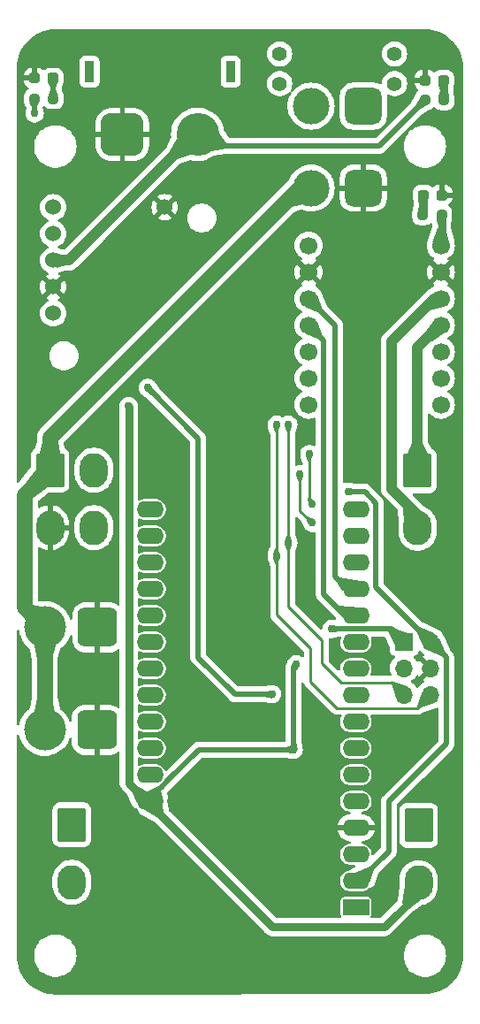
<source format=gtl>
G04 #@! TF.GenerationSoftware,KiCad,Pcbnew,8.0.7*
G04 #@! TF.CreationDate,2025-01-20T10:56:57-06:00*
G04 #@! TF.ProjectId,Digit,44696769-742e-46b6-9963-61645f706362,1.2*
G04 #@! TF.SameCoordinates,Original*
G04 #@! TF.FileFunction,Copper,L1,Top*
G04 #@! TF.FilePolarity,Positive*
%FSLAX46Y46*%
G04 Gerber Fmt 4.6, Leading zero omitted, Abs format (unit mm)*
G04 Created by KiCad (PCBNEW 8.0.7) date 2025-01-20 10:56:57*
%MOMM*%
%LPD*%
G01*
G04 APERTURE LIST*
G04 Aperture macros list*
%AMRoundRect*
0 Rectangle with rounded corners*
0 $1 Rounding radius*
0 $2 $3 $4 $5 $6 $7 $8 $9 X,Y pos of 4 corners*
0 Add a 4 corners polygon primitive as box body*
4,1,4,$2,$3,$4,$5,$6,$7,$8,$9,$2,$3,0*
0 Add four circle primitives for the rounded corners*
1,1,$1+$1,$2,$3*
1,1,$1+$1,$4,$5*
1,1,$1+$1,$6,$7*
1,1,$1+$1,$8,$9*
0 Add four rect primitives between the rounded corners*
20,1,$1+$1,$2,$3,$4,$5,0*
20,1,$1+$1,$4,$5,$6,$7,0*
20,1,$1+$1,$6,$7,$8,$9,0*
20,1,$1+$1,$8,$9,$2,$3,0*%
G04 Aperture macros list end*
G04 #@! TA.AperFunction,ComponentPad*
%ADD10C,1.700000*%
G04 #@! TD*
G04 #@! TA.AperFunction,ComponentPad*
%ADD11RoundRect,0.250000X1.050000X0.550000X-1.050000X0.550000X-1.050000X-0.550000X1.050000X-0.550000X0*%
G04 #@! TD*
G04 #@! TA.AperFunction,ComponentPad*
%ADD12O,2.600000X1.600000*%
G04 #@! TD*
G04 #@! TA.AperFunction,ComponentPad*
%ADD13RoundRect,0.760000X1.140000X1.140000X-1.140000X1.140000X-1.140000X-1.140000X1.140000X-1.140000X0*%
G04 #@! TD*
G04 #@! TA.AperFunction,ComponentPad*
%ADD14C,4.000000*%
G04 #@! TD*
G04 #@! TA.AperFunction,ComponentPad*
%ADD15R,0.900000X2.000000*%
G04 #@! TD*
G04 #@! TA.AperFunction,ComponentPad*
%ADD16RoundRect,1.025000X-1.025000X-1.025000X1.025000X-1.025000X1.025000X1.025000X-1.025000X1.025000X0*%
G04 #@! TD*
G04 #@! TA.AperFunction,ComponentPad*
%ADD17C,4.100000*%
G04 #@! TD*
G04 #@! TA.AperFunction,ComponentPad*
%ADD18RoundRect,0.250001X-1.099999X-1.399999X1.099999X-1.399999X1.099999X1.399999X-1.099999X1.399999X0*%
G04 #@! TD*
G04 #@! TA.AperFunction,ComponentPad*
%ADD19O,2.700000X3.300000*%
G04 #@! TD*
G04 #@! TA.AperFunction,SMDPad,CuDef*
%ADD20RoundRect,0.237500X-0.287500X-0.237500X0.287500X-0.237500X0.287500X0.237500X-0.287500X0.237500X0*%
G04 #@! TD*
G04 #@! TA.AperFunction,ComponentPad*
%ADD21R,1.700000X1.700000*%
G04 #@! TD*
G04 #@! TA.AperFunction,ComponentPad*
%ADD22O,1.700000X1.700000*%
G04 #@! TD*
G04 #@! TA.AperFunction,ComponentPad*
%ADD23C,1.524000*%
G04 #@! TD*
G04 #@! TA.AperFunction,SMDPad,CuDef*
%ADD24RoundRect,0.237500X0.250000X0.237500X-0.250000X0.237500X-0.250000X-0.237500X0.250000X-0.237500X0*%
G04 #@! TD*
G04 #@! TA.AperFunction,SMDPad,CuDef*
%ADD25RoundRect,0.237500X0.287500X0.237500X-0.287500X0.237500X-0.287500X-0.237500X0.287500X-0.237500X0*%
G04 #@! TD*
G04 #@! TA.AperFunction,SMDPad,CuDef*
%ADD26RoundRect,0.237500X-0.250000X-0.237500X0.250000X-0.237500X0.250000X0.237500X-0.250000X0.237500X0*%
G04 #@! TD*
G04 #@! TA.AperFunction,ComponentPad*
%ADD27C,1.400000*%
G04 #@! TD*
G04 #@! TA.AperFunction,ComponentPad*
%ADD28RoundRect,0.770000X-0.980000X-0.980000X0.980000X-0.980000X0.980000X0.980000X-0.980000X0.980000X0*%
G04 #@! TD*
G04 #@! TA.AperFunction,ComponentPad*
%ADD29C,3.500000*%
G04 #@! TD*
G04 #@! TA.AperFunction,ComponentPad*
%ADD30RoundRect,0.770000X0.980000X0.980000X-0.980000X0.980000X-0.980000X-0.980000X0.980000X-0.980000X0*%
G04 #@! TD*
G04 #@! TA.AperFunction,ViaPad*
%ADD31C,0.750000*%
G04 #@! TD*
G04 #@! TA.AperFunction,ViaPad*
%ADD32C,1.000000*%
G04 #@! TD*
G04 #@! TA.AperFunction,Conductor*
%ADD33C,1.000000*%
G04 #@! TD*
G04 #@! TA.AperFunction,Conductor*
%ADD34C,0.500000*%
G04 #@! TD*
G04 #@! TA.AperFunction,Conductor*
%ADD35C,1.500000*%
G04 #@! TD*
G04 #@! TA.AperFunction,Conductor*
%ADD36C,0.250000*%
G04 #@! TD*
G04 #@! TA.AperFunction,Conductor*
%ADD37C,0.750000*%
G04 #@! TD*
G04 #@! TA.AperFunction,Conductor*
%ADD38C,0.350000*%
G04 #@! TD*
G04 APERTURE END LIST*
D10*
X52740000Y-55440000D03*
X52740000Y-57980000D03*
X52740000Y-60520000D03*
X52740000Y-63060000D03*
X52740000Y-65600000D03*
X52740000Y-68130000D03*
X52740000Y-70670000D03*
X65400000Y-55440000D03*
X65400000Y-57980000D03*
X65400000Y-60520000D03*
X65400000Y-63060000D03*
X65400000Y-65600000D03*
X65400000Y-68130000D03*
X65400000Y-70670000D03*
D11*
X57270000Y-118805000D03*
D12*
X57270000Y-116265000D03*
X57270000Y-113725000D03*
X57270000Y-111185000D03*
X57270000Y-108645000D03*
X57270000Y-106105000D03*
X57270000Y-103565000D03*
X57270000Y-101025000D03*
X57270000Y-98485000D03*
X57270000Y-95945000D03*
X57270000Y-93405000D03*
X57270000Y-90865000D03*
X57270000Y-88325000D03*
X57270000Y-85785000D03*
X57270000Y-83245000D03*
X57270000Y-80705000D03*
X37550000Y-80705000D03*
X37550000Y-83245000D03*
X37550000Y-85785000D03*
X37550000Y-88325000D03*
X37550000Y-90865000D03*
X37550000Y-93405000D03*
X37550000Y-95945000D03*
X37550000Y-98485000D03*
X37550000Y-101025000D03*
X37550000Y-103565000D03*
X37550000Y-106105000D03*
X37550000Y-108645000D03*
D13*
X32500000Y-92000000D03*
D14*
X27500000Y-92000000D03*
D15*
X31750000Y-38800000D03*
X45250000Y-38800000D03*
D16*
X34900000Y-44800000D03*
D17*
X42100000Y-44800000D03*
D18*
X63170000Y-77000000D03*
D19*
X63170000Y-82500000D03*
D20*
X26495000Y-39400000D03*
X28245000Y-39400000D03*
D21*
X61889564Y-93366282D03*
D22*
X64429564Y-93366282D03*
X61889564Y-95906282D03*
X64429564Y-95906282D03*
X61889564Y-98446282D03*
X64429564Y-98446282D03*
D23*
X28270000Y-51770000D03*
X28270000Y-54310000D03*
X28270000Y-56850000D03*
X28270000Y-59390000D03*
X28270000Y-61930000D03*
X38960000Y-51770000D03*
D24*
X65482500Y-52505000D03*
X63657500Y-52505000D03*
D25*
X65470000Y-50605000D03*
X63720000Y-50605000D03*
D13*
X32460000Y-101810000D03*
D14*
X27460000Y-101810000D03*
D26*
X63857500Y-41505000D03*
X65682500Y-41505000D03*
D18*
X63270000Y-110955000D03*
D19*
X63270000Y-116455000D03*
D26*
X26457500Y-41405000D03*
X28282500Y-41405000D03*
D18*
X30060000Y-110900000D03*
D19*
X30060000Y-116400000D03*
D27*
X49970000Y-39940000D03*
X60970000Y-39940000D03*
D28*
X57970000Y-49940000D03*
D29*
X52970000Y-49940000D03*
D20*
X63895000Y-39605000D03*
X65645000Y-39605000D03*
D18*
X27970000Y-76940000D03*
D19*
X32170000Y-76940000D03*
X27970000Y-82440000D03*
X32170000Y-82440000D03*
D27*
X60970000Y-37090000D03*
X49970000Y-37090000D03*
D30*
X57970000Y-42090000D03*
D29*
X52970000Y-42090000D03*
D31*
X56500000Y-79000000D03*
X53070000Y-80205000D03*
X52800000Y-75400000D03*
X46020000Y-94015000D03*
X58720000Y-63535000D03*
X40250000Y-75500000D03*
X40940000Y-66075000D03*
X52500000Y-83750000D03*
X43480000Y-124495000D03*
X35860000Y-114335000D03*
X53640000Y-121955000D03*
X25700000Y-119415000D03*
X25700000Y-99095000D03*
X38400000Y-116875000D03*
X28240000Y-106715000D03*
X28240000Y-114335000D03*
X33320000Y-121955000D03*
X66340000Y-116875000D03*
X66340000Y-83855000D03*
X33320000Y-35595000D03*
X51100000Y-119415000D03*
X47890000Y-108270000D03*
X48200000Y-73300000D03*
X51100000Y-116875000D03*
X53640000Y-114335000D03*
X66340000Y-86395000D03*
X40940000Y-91475000D03*
X53640000Y-35595000D03*
X56180000Y-121955000D03*
X33320000Y-38135000D03*
X33320000Y-124495000D03*
X46020000Y-68615000D03*
X51100000Y-114335000D03*
X43480000Y-121955000D03*
X61260000Y-86395000D03*
X38400000Y-53375000D03*
X53640000Y-119415000D03*
X33320000Y-119415000D03*
X56180000Y-35595000D03*
X38400000Y-35595000D03*
X40940000Y-38135000D03*
X30780000Y-73695000D03*
X43480000Y-38135000D03*
X43480000Y-68615000D03*
X48560000Y-48295000D03*
X38400000Y-58455000D03*
X48560000Y-121955000D03*
X48560000Y-63535000D03*
X46020000Y-66075000D03*
X43480000Y-119415000D03*
X35860000Y-38135000D03*
X48560000Y-124495000D03*
X38400000Y-119415000D03*
X46020000Y-124495000D03*
X58720000Y-121955000D03*
X48560000Y-71155000D03*
X25700000Y-111795000D03*
X33320000Y-48295000D03*
X43480000Y-48295000D03*
X25700000Y-68615000D03*
X46020000Y-50835000D03*
X33320000Y-109255000D03*
X66340000Y-114335000D03*
X40940000Y-124495000D03*
X28240000Y-86395000D03*
X53640000Y-116875000D03*
X58720000Y-66075000D03*
X63800000Y-35595000D03*
X40940000Y-81315000D03*
X33320000Y-40675000D03*
X61260000Y-48295000D03*
X52500000Y-73500000D03*
X33320000Y-73695000D03*
X40940000Y-55915000D03*
X46020000Y-109255000D03*
X38500000Y-72000000D03*
X43480000Y-35595000D03*
X53640000Y-111795000D03*
X30780000Y-35595000D03*
X25700000Y-106715000D03*
X30780000Y-88935000D03*
X41910000Y-110060000D03*
X63800000Y-38135000D03*
X58720000Y-60995000D03*
X40940000Y-40675000D03*
X66340000Y-76235000D03*
X28240000Y-119415000D03*
X46020000Y-106715000D03*
X46020000Y-40675000D03*
X48560000Y-116875000D03*
X38400000Y-124495000D03*
X58720000Y-35595000D03*
X48560000Y-35595000D03*
X48560000Y-68615000D03*
X51100000Y-106715000D03*
X38400000Y-55915000D03*
X25700000Y-116875000D03*
X33320000Y-86395000D03*
X63800000Y-88935000D03*
X48560000Y-55915000D03*
X33320000Y-88935000D03*
X61260000Y-124495000D03*
X38400000Y-43215000D03*
X25700000Y-63535000D03*
X35860000Y-60995000D03*
X53640000Y-38135000D03*
X53300000Y-90900000D03*
X51100000Y-124495000D03*
X35860000Y-116875000D03*
X53640000Y-109255000D03*
X63800000Y-86395000D03*
X46020000Y-35595000D03*
X25700000Y-96555000D03*
X35860000Y-55915000D03*
X66340000Y-73695000D03*
X25700000Y-109255000D03*
X33320000Y-116875000D03*
X58720000Y-71155000D03*
X61260000Y-53375000D03*
X46020000Y-63535000D03*
X46020000Y-121955000D03*
X48560000Y-91475000D03*
X40940000Y-68615000D03*
X30780000Y-40675000D03*
X55250000Y-94500000D03*
X56180000Y-124495000D03*
X25700000Y-60995000D03*
X66340000Y-81315000D03*
X42780000Y-102470000D03*
X61260000Y-58455000D03*
X66340000Y-111795000D03*
X66340000Y-119415000D03*
X43480000Y-63535000D03*
X48560000Y-43215000D03*
X35860000Y-58455000D03*
X43480000Y-60995000D03*
X51100000Y-109255000D03*
X56180000Y-60995000D03*
X45890000Y-82610000D03*
X35860000Y-124495000D03*
X66340000Y-38135000D03*
X25700000Y-114335000D03*
X66340000Y-109255000D03*
X48560000Y-94015000D03*
X46020000Y-78775000D03*
X30780000Y-60995000D03*
X48560000Y-58455000D03*
X40940000Y-121955000D03*
X56180000Y-58455000D03*
X58720000Y-38135000D03*
X25700000Y-66075000D03*
X43480000Y-71155000D03*
X66340000Y-78775000D03*
X46020000Y-114335000D03*
X48560000Y-114335000D03*
X40940000Y-94015000D03*
X48560000Y-101635000D03*
X40940000Y-88935000D03*
X28240000Y-35595000D03*
X39970000Y-99980000D03*
X38400000Y-66075000D03*
X37680000Y-77550000D03*
X66340000Y-91475000D03*
X40940000Y-119415000D03*
X66340000Y-121955000D03*
X43480000Y-78775000D03*
X46020000Y-101635000D03*
X25700000Y-71155000D03*
X46020000Y-71155000D03*
X38400000Y-121955000D03*
X35860000Y-40675000D03*
X25700000Y-73695000D03*
X30780000Y-119415000D03*
X30780000Y-50835000D03*
X53640000Y-124495000D03*
X66340000Y-43215000D03*
X40940000Y-48295000D03*
X40940000Y-35595000D03*
X28240000Y-88935000D03*
X58720000Y-58455000D03*
X46020000Y-60995000D03*
X40940000Y-63535000D03*
X38400000Y-38135000D03*
X35860000Y-53375000D03*
X35860000Y-35595000D03*
X30780000Y-43215000D03*
X58720000Y-124495000D03*
X30780000Y-53375000D03*
X41940000Y-106950000D03*
X51100000Y-121955000D03*
X43480000Y-40675000D03*
X40320000Y-77550000D03*
X61260000Y-121955000D03*
X58170000Y-77400000D03*
X35860000Y-121955000D03*
X38400000Y-40675000D03*
X48560000Y-66075000D03*
X46020000Y-58455000D03*
X43480000Y-66075000D03*
X61260000Y-60995000D03*
X51100000Y-111795000D03*
X30780000Y-86395000D03*
X66340000Y-48295000D03*
X56180000Y-38135000D03*
X61260000Y-50835000D03*
X40750000Y-85010000D03*
X28240000Y-68615000D03*
X30780000Y-48295000D03*
X66340000Y-88935000D03*
X30780000Y-58455000D03*
X38400000Y-114335000D03*
X63800000Y-119415000D03*
X33000000Y-50000000D03*
X46020000Y-48295000D03*
X48560000Y-60995000D03*
X48100000Y-75400000D03*
X25700000Y-121955000D03*
X61260000Y-101635000D03*
X63800000Y-101635000D03*
X40940000Y-116875000D03*
X35860000Y-119415000D03*
X48560000Y-96555000D03*
X46020000Y-43215000D03*
X51900000Y-77335000D03*
X53070000Y-82005000D03*
X35487500Y-70822500D03*
X51537500Y-95537500D03*
X54920000Y-92155000D03*
X51300000Y-103705000D03*
X35510000Y-78870000D03*
X26500000Y-42805000D03*
X49250000Y-98405000D03*
X37320000Y-69055000D03*
D32*
X32400000Y-54200000D03*
D31*
X49670000Y-85205000D03*
X49670000Y-72596000D03*
X50800000Y-83905000D03*
X50800000Y-72600000D03*
D33*
X32400000Y-54200000D02*
X41800000Y-44800000D01*
X41800000Y-44800000D02*
X42100000Y-44800000D01*
X32400000Y-54200000D02*
X29750000Y-56850000D01*
X29750000Y-56850000D02*
X28270000Y-56850000D01*
D34*
X43205000Y-45905000D02*
X59470000Y-45905000D01*
X63857500Y-41517500D02*
X63857500Y-41505000D01*
X59470000Y-45905000D02*
X63857500Y-41517500D01*
X42100000Y-44800000D02*
X43205000Y-45905000D01*
D35*
X27970000Y-76940000D02*
X27970000Y-73830000D01*
X27970000Y-73830000D02*
X51860000Y-49940000D01*
X51860000Y-49940000D02*
X52835000Y-49940000D01*
D33*
X65400000Y-60520000D02*
X64755000Y-60520000D01*
X64755000Y-60520000D02*
X60670000Y-64605000D01*
X60670000Y-64605000D02*
X60670000Y-78720000D01*
X63170000Y-81220000D02*
X63170000Y-82500000D01*
X60670000Y-78720000D02*
X63170000Y-81220000D01*
D34*
X56500000Y-79000000D02*
X58100000Y-79000000D01*
X58100000Y-79000000D02*
X59200000Y-80100000D01*
X59200000Y-80100000D02*
X59200000Y-88136718D01*
X59200000Y-88136718D02*
X64429564Y-93366282D01*
X60400000Y-108660000D02*
X60400000Y-113435000D01*
X64429564Y-93366282D02*
X65920000Y-94856718D01*
X65920000Y-94856718D02*
X65920000Y-103140000D01*
X60400000Y-113435000D02*
X57570000Y-116265000D01*
X65920000Y-103140000D02*
X60400000Y-108660000D01*
D36*
X52800000Y-75400000D02*
X52800000Y-79935000D01*
X52800000Y-79935000D02*
X53070000Y-80205000D01*
X51900000Y-80835000D02*
X53070000Y-82005000D01*
X51900000Y-77335000D02*
X51900000Y-80835000D01*
D34*
X39300000Y-106595000D02*
X39300000Y-106622767D01*
D37*
X35510000Y-70845000D02*
X35487500Y-70822500D01*
X35510000Y-78870000D02*
X35510000Y-106905000D01*
X59995000Y-120680000D02*
X63270000Y-117405000D01*
D34*
X38540000Y-107355000D02*
X37250000Y-108645000D01*
X42190000Y-103705000D02*
X39300000Y-106595000D01*
X60643282Y-92120000D02*
X61889564Y-93366282D01*
X38567767Y-107355000D02*
X38540000Y-107355000D01*
X51300000Y-95775000D02*
X51537500Y-95537500D01*
D38*
X26500000Y-42805000D02*
X26457500Y-42762500D01*
D37*
X35510000Y-78870000D02*
X35510000Y-70845000D01*
X63270000Y-117405000D02*
X63270000Y-116455000D01*
D34*
X54955000Y-92120000D02*
X60643282Y-92120000D01*
X51300000Y-103705000D02*
X42190000Y-103705000D01*
D37*
X35510000Y-106905000D02*
X37250000Y-108645000D01*
D34*
X51300000Y-103705000D02*
X51300000Y-95775000D01*
X39300000Y-106622767D02*
X38567767Y-107355000D01*
D37*
X37250000Y-108645000D02*
X49285000Y-120680000D01*
X49285000Y-120680000D02*
X59995000Y-120680000D01*
D38*
X26457500Y-42762500D02*
X26457500Y-41405000D01*
D34*
X54920000Y-92155000D02*
X54955000Y-92120000D01*
X42170000Y-73905000D02*
X37320000Y-69055000D01*
X42170000Y-94905000D02*
X42170000Y-73905000D01*
X45670000Y-98405000D02*
X42170000Y-94905000D01*
X49250000Y-98405000D02*
X45670000Y-98405000D01*
D35*
X27970000Y-76940000D02*
X25570000Y-79340000D01*
D33*
X52835000Y-49940000D02*
X52970000Y-49940000D01*
D35*
X27500000Y-92000000D02*
X27460000Y-92040000D01*
D37*
X65482500Y-52505000D02*
X65482500Y-55357500D01*
D35*
X27460000Y-92040000D02*
X27460000Y-101810000D01*
X25570000Y-79340000D02*
X25570000Y-90070000D01*
D37*
X65482500Y-55357500D02*
X65400000Y-55440000D01*
D35*
X25570000Y-90070000D02*
X27500000Y-92000000D01*
D36*
X52890000Y-94010000D02*
X52890000Y-97170000D01*
X49670000Y-90790000D02*
X52890000Y-94010000D01*
X49670000Y-85205000D02*
X49670000Y-90790000D01*
X49670000Y-85205000D02*
X49670000Y-72596000D01*
X55440000Y-99720000D02*
X63155846Y-99720000D01*
X63155846Y-99720000D02*
X64429564Y-98446282D01*
X52890000Y-97170000D02*
X55440000Y-99720000D01*
X50800000Y-83905000D02*
X50800000Y-90010000D01*
X54030000Y-95470000D02*
X55830000Y-97270000D01*
X50800000Y-72600000D02*
X50800000Y-83905000D01*
X54030000Y-93240000D02*
X54030000Y-95470000D01*
X60713282Y-97270000D02*
X61889564Y-98446282D01*
X50800000Y-90010000D02*
X54030000Y-93240000D01*
X55830000Y-97270000D02*
X60713282Y-97270000D01*
D37*
X65682500Y-41505000D02*
X65682500Y-39642500D01*
X65682500Y-39642500D02*
X65645000Y-39605000D01*
X63720000Y-50605000D02*
X63720000Y-52442500D01*
X63720000Y-52442500D02*
X63657500Y-52505000D01*
D34*
X28282500Y-41405000D02*
X28282500Y-39437500D01*
X28282500Y-39437500D02*
X28245000Y-39400000D01*
X54170000Y-88805000D02*
X54170000Y-64490000D01*
X57570000Y-90865000D02*
X56230000Y-90865000D01*
X54170000Y-64490000D02*
X52740000Y-63060000D01*
X56230000Y-90865000D02*
X54170000Y-88805000D01*
X56490000Y-88325000D02*
X57570000Y-88325000D01*
X55270000Y-87105000D02*
X56490000Y-88325000D01*
X55270000Y-63050000D02*
X55270000Y-87105000D01*
X52740000Y-60520000D02*
X55270000Y-63050000D01*
D33*
X65357500Y-63060000D02*
X63170000Y-65247500D01*
X63170000Y-65247500D02*
X63170000Y-77000000D01*
X65400000Y-63060000D02*
X65357500Y-63060000D01*
G04 #@! TA.AperFunction,Conductor*
G36*
X63808241Y-34725530D02*
G01*
X63808241Y-34725528D01*
X63818979Y-34725527D01*
X63818980Y-34725528D01*
X63863525Y-34725527D01*
X63869607Y-34725675D01*
X64223112Y-34743040D01*
X64235211Y-34744232D01*
X64582287Y-34795713D01*
X64594217Y-34798086D01*
X64934585Y-34883342D01*
X64946196Y-34886863D01*
X65276578Y-35005074D01*
X65287812Y-35009727D01*
X65605002Y-35159745D01*
X65615726Y-35165478D01*
X65916681Y-35345862D01*
X65926799Y-35352623D01*
X65964857Y-35380848D01*
X66208620Y-35561634D01*
X66218023Y-35569350D01*
X66478000Y-35804978D01*
X66486598Y-35813575D01*
X66722247Y-36073573D01*
X66729950Y-36082960D01*
X66874428Y-36277764D01*
X66938963Y-36364779D01*
X66945723Y-36374896D01*
X66954715Y-36389897D01*
X67126105Y-36675844D01*
X67131841Y-36686576D01*
X67281862Y-37003765D01*
X67286519Y-37015008D01*
X67404720Y-37345357D01*
X67408253Y-37357001D01*
X67493507Y-37697354D01*
X67495881Y-37709289D01*
X67547364Y-38056359D01*
X67548557Y-38068469D01*
X67565924Y-38421966D01*
X67566073Y-38428051D01*
X67566073Y-123369792D01*
X67566072Y-123369810D01*
X67566072Y-123421961D01*
X67565923Y-123428037D01*
X67548603Y-123781054D01*
X67547413Y-123793148D01*
X67496069Y-124139754D01*
X67493702Y-124151674D01*
X67408673Y-124491601D01*
X67405150Y-124503232D01*
X67287253Y-124833209D01*
X67282608Y-124844439D01*
X67132984Y-125161277D01*
X67127262Y-125171998D01*
X66947343Y-125472668D01*
X66940600Y-125482778D01*
X66732104Y-125764404D01*
X66724403Y-125773805D01*
X66489347Y-126033662D01*
X66480763Y-126042264D01*
X66221402Y-126277863D01*
X66212017Y-126285584D01*
X65930826Y-126494673D01*
X65920730Y-126501437D01*
X65620449Y-126681982D01*
X65609740Y-126687727D01*
X65293201Y-126838023D01*
X65281981Y-126842691D01*
X64952259Y-126961278D01*
X64940636Y-126964825D01*
X64600897Y-127050565D01*
X64588982Y-127052958D01*
X64242475Y-127105032D01*
X64230384Y-127106247D01*
X63877413Y-127124308D01*
X63871335Y-127124470D01*
X63852917Y-127124508D01*
X63852649Y-127124509D01*
X63852445Y-127124509D01*
X28473081Y-127139498D01*
X28466944Y-127139349D01*
X28113469Y-127121984D01*
X28101359Y-127120791D01*
X27754287Y-127069308D01*
X27742351Y-127066934D01*
X27401998Y-126981680D01*
X27390353Y-126978147D01*
X27060003Y-126859945D01*
X27048762Y-126855289D01*
X26731570Y-126705270D01*
X26720842Y-126699535D01*
X26419897Y-126519156D01*
X26409779Y-126512396D01*
X26127950Y-126303377D01*
X26118544Y-126295657D01*
X25982338Y-126172208D01*
X25858563Y-126060025D01*
X25849974Y-126051436D01*
X25614342Y-125791455D01*
X25606622Y-125782049D01*
X25397603Y-125500220D01*
X25390843Y-125490102D01*
X25383526Y-125477894D01*
X25210459Y-125189150D01*
X25204729Y-125178429D01*
X25201687Y-125171998D01*
X25136930Y-125035078D01*
X25054710Y-124861237D01*
X25050054Y-124849996D01*
X24931852Y-124519646D01*
X24928319Y-124508001D01*
X24843062Y-124167635D01*
X24840691Y-124155712D01*
X24789208Y-123808640D01*
X24788015Y-123796530D01*
X24770746Y-123445000D01*
X26439767Y-123445000D01*
X26458676Y-123721450D01*
X26458677Y-123721452D01*
X26515050Y-123992735D01*
X26515055Y-123992754D01*
X26569440Y-124145779D01*
X26607847Y-124253847D01*
X26735330Y-124499876D01*
X26888293Y-124716577D01*
X26904623Y-124748869D01*
X26969999Y-124944999D01*
X26970000Y-124945000D01*
X27175891Y-125013630D01*
X27214931Y-125035077D01*
X27299205Y-125103639D01*
X27535961Y-125247614D01*
X27535963Y-125247615D01*
X27535965Y-125247616D01*
X27705397Y-125321210D01*
X27790116Y-125358009D01*
X28056937Y-125432769D01*
X28298279Y-125465940D01*
X28331451Y-125470500D01*
X28331452Y-125470500D01*
X28608549Y-125470500D01*
X28638144Y-125466432D01*
X28883063Y-125432769D01*
X29149884Y-125358009D01*
X29404039Y-125247614D01*
X29640795Y-125103639D01*
X29725068Y-125035076D01*
X29764107Y-125013629D01*
X29970000Y-124945000D01*
X30035375Y-124748871D01*
X30051704Y-124716580D01*
X30204670Y-124499876D01*
X30332153Y-124253847D01*
X30424946Y-123992750D01*
X30481323Y-123721450D01*
X30500233Y-123445000D01*
X61844767Y-123445000D01*
X61863676Y-123721450D01*
X61863677Y-123721452D01*
X61920050Y-123992735D01*
X61920055Y-123992754D01*
X61974440Y-124145779D01*
X62012847Y-124253847D01*
X62140330Y-124499876D01*
X62293293Y-124716577D01*
X62309623Y-124748869D01*
X62374999Y-124944999D01*
X62375000Y-124945000D01*
X62580891Y-125013630D01*
X62619931Y-125035077D01*
X62704205Y-125103639D01*
X62940961Y-125247614D01*
X62940963Y-125247615D01*
X62940965Y-125247616D01*
X63110397Y-125321210D01*
X63195116Y-125358009D01*
X63461937Y-125432769D01*
X63703279Y-125465940D01*
X63736451Y-125470500D01*
X63736452Y-125470500D01*
X64013549Y-125470500D01*
X64043144Y-125466432D01*
X64288063Y-125432769D01*
X64554884Y-125358009D01*
X64809039Y-125247614D01*
X65045795Y-125103639D01*
X65130068Y-125035076D01*
X65169107Y-125013629D01*
X65375000Y-124945000D01*
X65440375Y-124748871D01*
X65456704Y-124716580D01*
X65609670Y-124499876D01*
X65737153Y-124253847D01*
X65829946Y-123992750D01*
X65886323Y-123721450D01*
X65905233Y-123445000D01*
X65886323Y-123168550D01*
X65829946Y-122897250D01*
X65737153Y-122636153D01*
X65609670Y-122390124D01*
X65456704Y-122173419D01*
X65440375Y-122141128D01*
X65375000Y-121945000D01*
X65374999Y-121944999D01*
X65169108Y-121876369D01*
X65130065Y-121854920D01*
X65045794Y-121786360D01*
X64809034Y-121642383D01*
X64554885Y-121531991D01*
X64288068Y-121457232D01*
X64288064Y-121457231D01*
X64288063Y-121457231D01*
X64150805Y-121438365D01*
X64013549Y-121419500D01*
X64013548Y-121419500D01*
X63736452Y-121419500D01*
X63736451Y-121419500D01*
X63461937Y-121457231D01*
X63461931Y-121457232D01*
X63195114Y-121531991D01*
X62940965Y-121642383D01*
X62704202Y-121786362D01*
X62704199Y-121786364D01*
X62619931Y-121854921D01*
X62580890Y-121876369D01*
X62375000Y-121945000D01*
X62309622Y-122141131D01*
X62293290Y-122173425D01*
X62140331Y-122390121D01*
X62012845Y-122636157D01*
X61920055Y-122897245D01*
X61920050Y-122897264D01*
X61863677Y-123168547D01*
X61863676Y-123168549D01*
X61844767Y-123445000D01*
X30500233Y-123445000D01*
X30481323Y-123168550D01*
X30424946Y-122897250D01*
X30332153Y-122636153D01*
X30204670Y-122390124D01*
X30051704Y-122173419D01*
X30035375Y-122141128D01*
X29970000Y-121945000D01*
X29969999Y-121944999D01*
X29764108Y-121876369D01*
X29725065Y-121854920D01*
X29640794Y-121786360D01*
X29404034Y-121642383D01*
X29149885Y-121531991D01*
X28883068Y-121457232D01*
X28883064Y-121457231D01*
X28883063Y-121457231D01*
X28745805Y-121438365D01*
X28608549Y-121419500D01*
X28608548Y-121419500D01*
X28331452Y-121419500D01*
X28331451Y-121419500D01*
X28056937Y-121457231D01*
X28056931Y-121457232D01*
X27790114Y-121531991D01*
X27535965Y-121642383D01*
X27299202Y-121786362D01*
X27299199Y-121786364D01*
X27214931Y-121854921D01*
X27175890Y-121876369D01*
X26970000Y-121945000D01*
X26904622Y-122141131D01*
X26888290Y-122173425D01*
X26735331Y-122390121D01*
X26607845Y-122636157D01*
X26515055Y-122897245D01*
X26515050Y-122897264D01*
X26458677Y-123168547D01*
X26458676Y-123168549D01*
X26439767Y-123445000D01*
X24770746Y-123445000D01*
X24770649Y-123443032D01*
X24770500Y-123436948D01*
X24770500Y-115978711D01*
X28209500Y-115978711D01*
X28209500Y-116821288D01*
X28241161Y-117061785D01*
X28303947Y-117296104D01*
X28326729Y-117351104D01*
X28396776Y-117520212D01*
X28518064Y-117730289D01*
X28518066Y-117730292D01*
X28518067Y-117730293D01*
X28665733Y-117922736D01*
X28665739Y-117922743D01*
X28837256Y-118094260D01*
X28837263Y-118094266D01*
X28908941Y-118149266D01*
X29029711Y-118241936D01*
X29239788Y-118363224D01*
X29463900Y-118456054D01*
X29698211Y-118518838D01*
X29878586Y-118542584D01*
X29938711Y-118550500D01*
X29938712Y-118550500D01*
X30181289Y-118550500D01*
X30229388Y-118544167D01*
X30421789Y-118518838D01*
X30656100Y-118456054D01*
X30880212Y-118363224D01*
X31090289Y-118241936D01*
X31282738Y-118094265D01*
X31454265Y-117922738D01*
X31601936Y-117730289D01*
X31723224Y-117520212D01*
X31816054Y-117296100D01*
X31878838Y-117061789D01*
X31910500Y-116821288D01*
X31910500Y-115978712D01*
X31909770Y-115973170D01*
X31886079Y-115793214D01*
X31878838Y-115738211D01*
X31816054Y-115503900D01*
X31723224Y-115279788D01*
X31601936Y-115069711D01*
X31541018Y-114990321D01*
X31454266Y-114877263D01*
X31454260Y-114877256D01*
X31282743Y-114705739D01*
X31282736Y-114705733D01*
X31090293Y-114558067D01*
X31090292Y-114558066D01*
X31090289Y-114558064D01*
X30880212Y-114436776D01*
X30880205Y-114436773D01*
X30656104Y-114343947D01*
X30421785Y-114281161D01*
X30181289Y-114249500D01*
X30181288Y-114249500D01*
X29938712Y-114249500D01*
X29938711Y-114249500D01*
X29698214Y-114281161D01*
X29463895Y-114343947D01*
X29239794Y-114436773D01*
X29239785Y-114436777D01*
X29029706Y-114558067D01*
X28837263Y-114705733D01*
X28837256Y-114705739D01*
X28665739Y-114877256D01*
X28665733Y-114877263D01*
X28518067Y-115069706D01*
X28396777Y-115279785D01*
X28396773Y-115279794D01*
X28303947Y-115503895D01*
X28241161Y-115738214D01*
X28209500Y-115978711D01*
X24770500Y-115978711D01*
X24770500Y-109449984D01*
X28209500Y-109449984D01*
X28209500Y-112350015D01*
X28220000Y-112452795D01*
X28220001Y-112452796D01*
X28275186Y-112619335D01*
X28275187Y-112619337D01*
X28367286Y-112768651D01*
X28367289Y-112768655D01*
X28491344Y-112892710D01*
X28491348Y-112892713D01*
X28640662Y-112984812D01*
X28640664Y-112984813D01*
X28640666Y-112984814D01*
X28807203Y-113039999D01*
X28909992Y-113050500D01*
X28909997Y-113050500D01*
X31210003Y-113050500D01*
X31210008Y-113050500D01*
X31312797Y-113039999D01*
X31479334Y-112984814D01*
X31628655Y-112892711D01*
X31752711Y-112768655D01*
X31844814Y-112619334D01*
X31899999Y-112452797D01*
X31910500Y-112350008D01*
X31910500Y-109449992D01*
X31899999Y-109347203D01*
X31844814Y-109180666D01*
X31806728Y-109118920D01*
X31752713Y-109031348D01*
X31752710Y-109031344D01*
X31628655Y-108907289D01*
X31628651Y-108907286D01*
X31479337Y-108815187D01*
X31479335Y-108815186D01*
X31396065Y-108787593D01*
X31312797Y-108760001D01*
X31312795Y-108760000D01*
X31210015Y-108749500D01*
X31210008Y-108749500D01*
X28909992Y-108749500D01*
X28909984Y-108749500D01*
X28807204Y-108760000D01*
X28807203Y-108760001D01*
X28640664Y-108815186D01*
X28640662Y-108815187D01*
X28491348Y-108907286D01*
X28491344Y-108907289D01*
X28367289Y-109031344D01*
X28367286Y-109031348D01*
X28275187Y-109180662D01*
X28275186Y-109180664D01*
X28220001Y-109347203D01*
X28220000Y-109347204D01*
X28209500Y-109449984D01*
X24770500Y-109449984D01*
X24770500Y-102367376D01*
X24790185Y-102300337D01*
X24842989Y-102254582D01*
X24912147Y-102244638D01*
X24975703Y-102273663D01*
X25013477Y-102332441D01*
X25016300Y-102344125D01*
X25020736Y-102367376D01*
X25033270Y-102433083D01*
X25130497Y-102732316D01*
X25130499Y-102732321D01*
X25264461Y-103017003D01*
X25264464Y-103017009D01*
X25433051Y-103282661D01*
X25433054Y-103282665D01*
X25633606Y-103525090D01*
X25633608Y-103525092D01*
X25633610Y-103525094D01*
X25654526Y-103544735D01*
X25862968Y-103740476D01*
X25862978Y-103740484D01*
X26117504Y-103925408D01*
X26117509Y-103925410D01*
X26117516Y-103925416D01*
X26393234Y-104076994D01*
X26393239Y-104076996D01*
X26393241Y-104076997D01*
X26393242Y-104076998D01*
X26685771Y-104192818D01*
X26685774Y-104192819D01*
X26801133Y-104222438D01*
X26990527Y-104271066D01*
X27056010Y-104279338D01*
X27302670Y-104310499D01*
X27302679Y-104310499D01*
X27302682Y-104310500D01*
X27302684Y-104310500D01*
X27617316Y-104310500D01*
X27617318Y-104310500D01*
X27617321Y-104310499D01*
X27617329Y-104310499D01*
X27803593Y-104286968D01*
X27929473Y-104271066D01*
X28234225Y-104192819D01*
X28234228Y-104192818D01*
X28526757Y-104076998D01*
X28526758Y-104076997D01*
X28526756Y-104076997D01*
X28526766Y-104076994D01*
X28802484Y-103925416D01*
X29057030Y-103740478D01*
X29286390Y-103525094D01*
X29486947Y-103282663D01*
X29655537Y-103017007D01*
X29789503Y-102732315D01*
X29818069Y-102644397D01*
X29857506Y-102586723D01*
X29921865Y-102559524D01*
X29990711Y-102571439D01*
X30042187Y-102618683D01*
X30060000Y-102682716D01*
X30060000Y-103014719D01*
X30070482Y-103147906D01*
X30070483Y-103147912D01*
X30125898Y-103367829D01*
X30125899Y-103367832D01*
X30219695Y-103574330D01*
X30219698Y-103574336D01*
X30348851Y-103760758D01*
X30348861Y-103760770D01*
X30509229Y-103921138D01*
X30509241Y-103921148D01*
X30695663Y-104050301D01*
X30695669Y-104050304D01*
X30902167Y-104144100D01*
X30902170Y-104144101D01*
X31122087Y-104199516D01*
X31122093Y-104199517D01*
X31255280Y-104209999D01*
X31255294Y-104210000D01*
X32210000Y-104210000D01*
X32210000Y-103137231D01*
X32353753Y-103160000D01*
X32566247Y-103160000D01*
X32710000Y-103137231D01*
X32710000Y-104210000D01*
X33664706Y-104210000D01*
X33664719Y-104209999D01*
X33797906Y-104199517D01*
X33797912Y-104199516D01*
X34017829Y-104144101D01*
X34017832Y-104144100D01*
X34224330Y-104050304D01*
X34224336Y-104050301D01*
X34410758Y-103921148D01*
X34410770Y-103921138D01*
X34422819Y-103909090D01*
X34484142Y-103875605D01*
X34553834Y-103880589D01*
X34609767Y-103922461D01*
X34634184Y-103987925D01*
X34634500Y-103996771D01*
X34634500Y-106991233D01*
X34668143Y-107160366D01*
X34668146Y-107160378D01*
X34734138Y-107319698D01*
X34734145Y-107319711D01*
X34829954Y-107463098D01*
X34829957Y-107463102D01*
X35320295Y-107953439D01*
X35345496Y-107989800D01*
X35374779Y-108054210D01*
X35801549Y-108992927D01*
X35819641Y-109022230D01*
X35868516Y-109101394D01*
X35872194Y-109105946D01*
X35872195Y-109105947D01*
X35896925Y-109134326D01*
X36009345Y-109224121D01*
X36009346Y-109224121D01*
X36009348Y-109224123D01*
X36142500Y-109278602D01*
X36142510Y-109278606D01*
X36151196Y-109280783D01*
X36204321Y-109291111D01*
X36229181Y-109291003D01*
X36296302Y-109310394D01*
X36317399Y-109327320D01*
X36367581Y-109377502D01*
X36401066Y-109438825D01*
X36403900Y-109465196D01*
X36403899Y-109468172D01*
X36403900Y-109468182D01*
X36435417Y-109608568D01*
X36501677Y-109728020D01*
X36505211Y-109734391D01*
X36510628Y-109741527D01*
X36545590Y-109782803D01*
X36658218Y-109872341D01*
X38042382Y-110681264D01*
X38067497Y-110700641D01*
X48604955Y-121238099D01*
X48726898Y-121360042D01*
X48726902Y-121360046D01*
X48870288Y-121455854D01*
X48870301Y-121455861D01*
X49029621Y-121521853D01*
X49029626Y-121521855D01*
X49198766Y-121555499D01*
X49198769Y-121555500D01*
X49198771Y-121555500D01*
X60081231Y-121555500D01*
X60081232Y-121555499D01*
X60250374Y-121521855D01*
X60406388Y-121457232D01*
X60409698Y-121455861D01*
X60409698Y-121455860D01*
X60409705Y-121455858D01*
X60553099Y-121360045D01*
X62555365Y-119357777D01*
X62571801Y-119343971D01*
X63674290Y-118570236D01*
X63713416Y-118551965D01*
X63866100Y-118511054D01*
X64090212Y-118418224D01*
X64300289Y-118296936D01*
X64492738Y-118149265D01*
X64664265Y-117977738D01*
X64811936Y-117785289D01*
X64933224Y-117575212D01*
X65026054Y-117351100D01*
X65088838Y-117116789D01*
X65120500Y-116876288D01*
X65120500Y-116033712D01*
X65088838Y-115793211D01*
X65026054Y-115558900D01*
X64933224Y-115334788D01*
X64811936Y-115124711D01*
X64664265Y-114932262D01*
X64664260Y-114932256D01*
X64492743Y-114760739D01*
X64492736Y-114760733D01*
X64300293Y-114613067D01*
X64300292Y-114613066D01*
X64300289Y-114613064D01*
X64090212Y-114491776D01*
X64090205Y-114491773D01*
X63866104Y-114398947D01*
X63748944Y-114367554D01*
X63631789Y-114336162D01*
X63631788Y-114336161D01*
X63631785Y-114336161D01*
X63391289Y-114304500D01*
X63391288Y-114304500D01*
X63148712Y-114304500D01*
X63148711Y-114304500D01*
X62908214Y-114336161D01*
X62673895Y-114398947D01*
X62449794Y-114491773D01*
X62449785Y-114491777D01*
X62239706Y-114613067D01*
X62047263Y-114760733D01*
X62047256Y-114760739D01*
X61875739Y-114932256D01*
X61875733Y-114932263D01*
X61728067Y-115124706D01*
X61606777Y-115334785D01*
X61606773Y-115334794D01*
X61513947Y-115558895D01*
X61451161Y-115793214D01*
X61419500Y-116033711D01*
X61419500Y-116738202D01*
X61418632Y-116752850D01*
X61252845Y-118146427D01*
X61225378Y-118210672D01*
X61217394Y-118219460D01*
X59668675Y-119768181D01*
X59607352Y-119801666D01*
X59580994Y-119804500D01*
X58793791Y-119804500D01*
X58726752Y-119784815D01*
X58680997Y-119732011D01*
X58671053Y-119662853D01*
X58694020Y-119606868D01*
X58722793Y-119567882D01*
X58745219Y-119503790D01*
X58767646Y-119439701D01*
X58767646Y-119439699D01*
X58770500Y-119409269D01*
X58770500Y-118200730D01*
X58767646Y-118170300D01*
X58767646Y-118170298D01*
X58722793Y-118042119D01*
X58722792Y-118042117D01*
X58675282Y-117977743D01*
X58642150Y-117932850D01*
X58532882Y-117852207D01*
X58532880Y-117852206D01*
X58404700Y-117807353D01*
X58374270Y-117804500D01*
X58374266Y-117804500D01*
X56165734Y-117804500D01*
X56165730Y-117804500D01*
X56135300Y-117807353D01*
X56135298Y-117807353D01*
X56007119Y-117852206D01*
X56007117Y-117852207D01*
X55897850Y-117932850D01*
X55817207Y-118042117D01*
X55817206Y-118042119D01*
X55772353Y-118170298D01*
X55772353Y-118170300D01*
X55769500Y-118200730D01*
X55769500Y-119409269D01*
X55772353Y-119439699D01*
X55772353Y-119439701D01*
X55817206Y-119567880D01*
X55817207Y-119567882D01*
X55845979Y-119606867D01*
X55869950Y-119672495D01*
X55854635Y-119740665D01*
X55804895Y-119789734D01*
X55746209Y-119804500D01*
X49699006Y-119804500D01*
X49631967Y-119784815D01*
X49611325Y-119768181D01*
X39378983Y-109535839D01*
X39345498Y-109474516D01*
X39344657Y-109470300D01*
X39340972Y-109449997D01*
X39246314Y-108928417D01*
X39221630Y-108839538D01*
X39220122Y-108835559D01*
X39219306Y-108833419D01*
X39151241Y-108711620D01*
X39135722Y-108643497D01*
X39154264Y-108585525D01*
X39211651Y-108493486D01*
X39250295Y-108354892D01*
X39251448Y-108346012D01*
X39255533Y-108292063D01*
X39238200Y-108149231D01*
X39171189Y-107900893D01*
X39172729Y-107831040D01*
X39203224Y-107780909D01*
X39882952Y-107101183D01*
X39932080Y-107027653D01*
X39947492Y-107008874D01*
X40752823Y-106203543D01*
X55769499Y-106203543D01*
X55807947Y-106396829D01*
X55807950Y-106396839D01*
X55883364Y-106578907D01*
X55883371Y-106578920D01*
X55992860Y-106742781D01*
X55992863Y-106742785D01*
X56132214Y-106882136D01*
X56132218Y-106882139D01*
X56296079Y-106991628D01*
X56296092Y-106991635D01*
X56478160Y-107067049D01*
X56478165Y-107067051D01*
X56478169Y-107067051D01*
X56478170Y-107067052D01*
X56671456Y-107105500D01*
X56671459Y-107105500D01*
X57868543Y-107105500D01*
X57998582Y-107079632D01*
X58061835Y-107067051D01*
X58243914Y-106991632D01*
X58407782Y-106882139D01*
X58547139Y-106742782D01*
X58656632Y-106578914D01*
X58732051Y-106396835D01*
X58770500Y-106203541D01*
X58770500Y-106006459D01*
X58770500Y-106006456D01*
X58732052Y-105813170D01*
X58732051Y-105813169D01*
X58732051Y-105813165D01*
X58694031Y-105721375D01*
X58656635Y-105631092D01*
X58656628Y-105631079D01*
X58547139Y-105467218D01*
X58547136Y-105467214D01*
X58407785Y-105327863D01*
X58407781Y-105327860D01*
X58243920Y-105218371D01*
X58243907Y-105218364D01*
X58061839Y-105142950D01*
X58061829Y-105142947D01*
X57868543Y-105104500D01*
X57868541Y-105104500D01*
X56671459Y-105104500D01*
X56671457Y-105104500D01*
X56478170Y-105142947D01*
X56478160Y-105142950D01*
X56296092Y-105218364D01*
X56296079Y-105218371D01*
X56132218Y-105327860D01*
X56132214Y-105327863D01*
X55992863Y-105467214D01*
X55992860Y-105467218D01*
X55883371Y-105631079D01*
X55883364Y-105631092D01*
X55807950Y-105813160D01*
X55807947Y-105813170D01*
X55769500Y-106006456D01*
X55769500Y-106006459D01*
X55769500Y-106203541D01*
X55769500Y-106203543D01*
X55769499Y-106203543D01*
X40752823Y-106203543D01*
X42464548Y-104491819D01*
X42525871Y-104458334D01*
X42552229Y-104455500D01*
X50467904Y-104455500D01*
X50488289Y-104457187D01*
X51132002Y-104564471D01*
X51137311Y-104565477D01*
X51207981Y-104580500D01*
X51228693Y-104580500D01*
X51241574Y-104581303D01*
X51241579Y-104581248D01*
X51244058Y-104581456D01*
X51244081Y-104581459D01*
X51245973Y-104581618D01*
X51245984Y-104581617D01*
X51245986Y-104581618D01*
X51348366Y-104580563D01*
X51348366Y-104580610D01*
X51350078Y-104580500D01*
X51392019Y-104580500D01*
X51572034Y-104542236D01*
X51740161Y-104467381D01*
X51889050Y-104359207D01*
X52012195Y-104222440D01*
X52104214Y-104063059D01*
X52161085Y-103888029D01*
X52180322Y-103705000D01*
X52175964Y-103663543D01*
X55769499Y-103663543D01*
X55807947Y-103856829D01*
X55807950Y-103856839D01*
X55883364Y-104038907D01*
X55883371Y-104038920D01*
X55992860Y-104202781D01*
X55992863Y-104202785D01*
X56132214Y-104342136D01*
X56132218Y-104342139D01*
X56296079Y-104451628D01*
X56296092Y-104451635D01*
X56478160Y-104527049D01*
X56478165Y-104527051D01*
X56478169Y-104527051D01*
X56478170Y-104527052D01*
X56671456Y-104565500D01*
X56671459Y-104565500D01*
X57868543Y-104565500D01*
X57998582Y-104539632D01*
X58061835Y-104527051D01*
X58205895Y-104467380D01*
X58243907Y-104451635D01*
X58243907Y-104451634D01*
X58243914Y-104451632D01*
X58407782Y-104342139D01*
X58547139Y-104202782D01*
X58656632Y-104038914D01*
X58732051Y-103856835D01*
X58770500Y-103663541D01*
X58770500Y-103466459D01*
X58770500Y-103466456D01*
X58732052Y-103273170D01*
X58732051Y-103273169D01*
X58732051Y-103273165D01*
X58680170Y-103147912D01*
X58656635Y-103091092D01*
X58656628Y-103091079D01*
X58547139Y-102927218D01*
X58547136Y-102927214D01*
X58407785Y-102787863D01*
X58407781Y-102787860D01*
X58243920Y-102678371D01*
X58243907Y-102678364D01*
X58061839Y-102602950D01*
X58061829Y-102602947D01*
X57868543Y-102564500D01*
X57868541Y-102564500D01*
X56671459Y-102564500D01*
X56671457Y-102564500D01*
X56478170Y-102602947D01*
X56478160Y-102602950D01*
X56296092Y-102678364D01*
X56296079Y-102678371D01*
X56132218Y-102787860D01*
X56132214Y-102787863D01*
X55992863Y-102927214D01*
X55992860Y-102927218D01*
X55883371Y-103091079D01*
X55883364Y-103091092D01*
X55807950Y-103273160D01*
X55807947Y-103273170D01*
X55769500Y-103466456D01*
X55769500Y-103466459D01*
X55769500Y-103663541D01*
X55769500Y-103663543D01*
X55769499Y-103663543D01*
X52175964Y-103663543D01*
X52172211Y-103627838D01*
X52171565Y-103617672D01*
X52171357Y-103608310D01*
X52168728Y-103592540D01*
X52167723Y-103585133D01*
X52161085Y-103521971D01*
X52155489Y-103504751D01*
X52151108Y-103486820D01*
X52117082Y-103282663D01*
X52052187Y-102893284D01*
X52050500Y-102872899D01*
X52050500Y-97401170D01*
X52070185Y-97334131D01*
X52122989Y-97288376D01*
X52192147Y-97278432D01*
X52255703Y-97307457D01*
X52289061Y-97353718D01*
X52335685Y-97466281D01*
X52335690Y-97466290D01*
X52347679Y-97484232D01*
X52347680Y-97484233D01*
X52404140Y-97568731D01*
X52404141Y-97568732D01*
X52404142Y-97568733D01*
X52491267Y-97655858D01*
X52491268Y-97655858D01*
X52498335Y-97662925D01*
X52498334Y-97662925D01*
X52498338Y-97662928D01*
X55041263Y-100205855D01*
X55041267Y-100205858D01*
X55143710Y-100274309D01*
X55143711Y-100274309D01*
X55143715Y-100274312D01*
X55210396Y-100301931D01*
X55210398Y-100301933D01*
X55250640Y-100318601D01*
X55257548Y-100321463D01*
X55272817Y-100324500D01*
X55337337Y-100337334D01*
X55378393Y-100345501D01*
X55378394Y-100345501D01*
X55507721Y-100345501D01*
X55507741Y-100345500D01*
X55788748Y-100345500D01*
X55855787Y-100365185D01*
X55901542Y-100417989D01*
X55911486Y-100487147D01*
X55891850Y-100538391D01*
X55883371Y-100551080D01*
X55883364Y-100551092D01*
X55807950Y-100733160D01*
X55807947Y-100733170D01*
X55769500Y-100926456D01*
X55769500Y-100926459D01*
X55769500Y-101123541D01*
X55769500Y-101123543D01*
X55769499Y-101123543D01*
X55807947Y-101316829D01*
X55807950Y-101316839D01*
X55883364Y-101498907D01*
X55883371Y-101498920D01*
X55992860Y-101662781D01*
X55992863Y-101662785D01*
X56132214Y-101802136D01*
X56132218Y-101802139D01*
X56296079Y-101911628D01*
X56296092Y-101911635D01*
X56386868Y-101949235D01*
X56478165Y-101987051D01*
X56478169Y-101987051D01*
X56478170Y-101987052D01*
X56671456Y-102025500D01*
X56671459Y-102025500D01*
X57868543Y-102025500D01*
X57998582Y-101999632D01*
X58061835Y-101987051D01*
X58243914Y-101911632D01*
X58407782Y-101802139D01*
X58547139Y-101662782D01*
X58656632Y-101498914D01*
X58732051Y-101316835D01*
X58770500Y-101123541D01*
X58770500Y-100926459D01*
X58770500Y-100926456D01*
X58732052Y-100733170D01*
X58732051Y-100733169D01*
X58732051Y-100733165D01*
X58732049Y-100733160D01*
X58656635Y-100551092D01*
X58656633Y-100551088D01*
X58656632Y-100551086D01*
X58656627Y-100551079D01*
X58648150Y-100538391D01*
X58627272Y-100471714D01*
X58645756Y-100404334D01*
X58697735Y-100357643D01*
X58751252Y-100345500D01*
X63217454Y-100345500D01*
X63217454Y-100345499D01*
X63323029Y-100324500D01*
X63323030Y-100324500D01*
X63338293Y-100321464D01*
X63338293Y-100321463D01*
X63338298Y-100321463D01*
X63338303Y-100321460D01*
X63338306Y-100321460D01*
X63371633Y-100307654D01*
X63371632Y-100307654D01*
X63371638Y-100307652D01*
X63452132Y-100274312D01*
X63503355Y-100240084D01*
X63554579Y-100205858D01*
X63561059Y-100199378D01*
X63607667Y-100170056D01*
X64871474Y-99726380D01*
X64880411Y-99723618D01*
X64893227Y-99720185D01*
X64900186Y-99716939D01*
X64909963Y-99712879D01*
X64923280Y-99708003D01*
X64923291Y-99707998D01*
X64923315Y-99707990D01*
X64923905Y-99707765D01*
X64923914Y-99707761D01*
X64991474Y-99676653D01*
X64992452Y-99678778D01*
X65049772Y-99664073D01*
X65116094Y-99686055D01*
X65160002Y-99740404D01*
X65169500Y-99787999D01*
X65169500Y-102777769D01*
X65149815Y-102844808D01*
X65133181Y-102865450D01*
X59817050Y-108181580D01*
X59817044Y-108181588D01*
X59767812Y-108255268D01*
X59767813Y-108255269D01*
X59734921Y-108304496D01*
X59734914Y-108304508D01*
X59678342Y-108441086D01*
X59678340Y-108441092D01*
X59649500Y-108586079D01*
X59649500Y-113072769D01*
X59629815Y-113139808D01*
X59613181Y-113160450D01*
X58982181Y-113791450D01*
X58920858Y-113824935D01*
X58851166Y-113819951D01*
X58795233Y-113778079D01*
X58770816Y-113712615D01*
X58770500Y-113703769D01*
X58770500Y-113626456D01*
X58732052Y-113433170D01*
X58732051Y-113433169D01*
X58732051Y-113433165D01*
X58702194Y-113361083D01*
X58656635Y-113251092D01*
X58656628Y-113251079D01*
X58547139Y-113087218D01*
X58547136Y-113087214D01*
X58407785Y-112947863D01*
X58407781Y-112947860D01*
X58243920Y-112838371D01*
X58243907Y-112838364D01*
X58061839Y-112762950D01*
X58061829Y-112762947D01*
X57880937Y-112726965D01*
X57819026Y-112694580D01*
X57784452Y-112633864D01*
X57788192Y-112564095D01*
X57829059Y-112507423D01*
X57885731Y-112482875D01*
X58074417Y-112452990D01*
X58269031Y-112389755D01*
X58451349Y-112296859D01*
X58616894Y-112176582D01*
X58616895Y-112176582D01*
X58761582Y-112031895D01*
X58761582Y-112031894D01*
X58881859Y-111866349D01*
X58974755Y-111684029D01*
X59037990Y-111489413D01*
X59046609Y-111435000D01*
X58003012Y-111435000D01*
X58035925Y-111377993D01*
X58070000Y-111250826D01*
X58070000Y-111119174D01*
X58035925Y-110992007D01*
X58003012Y-110935000D01*
X59046609Y-110935000D01*
X59037990Y-110880586D01*
X58974755Y-110685970D01*
X58881859Y-110503650D01*
X58761582Y-110338105D01*
X58761582Y-110338104D01*
X58616895Y-110193417D01*
X58451349Y-110073140D01*
X58269031Y-109980244D01*
X58074417Y-109917009D01*
X57885731Y-109887124D01*
X57822596Y-109857194D01*
X57785665Y-109797883D01*
X57786663Y-109728020D01*
X57825273Y-109669788D01*
X57880938Y-109643034D01*
X58061835Y-109607051D01*
X58202655Y-109548721D01*
X58243907Y-109531635D01*
X58243907Y-109531634D01*
X58243914Y-109531632D01*
X58407782Y-109422139D01*
X58547139Y-109282782D01*
X58656632Y-109118914D01*
X58662004Y-109105946D01*
X58692904Y-109031344D01*
X58732051Y-108936835D01*
X58756286Y-108815000D01*
X58770500Y-108743543D01*
X58770500Y-108546456D01*
X58732052Y-108353170D01*
X58732051Y-108353169D01*
X58732051Y-108353165D01*
X58691502Y-108255270D01*
X58656635Y-108171092D01*
X58656628Y-108171079D01*
X58547139Y-108007218D01*
X58547136Y-108007214D01*
X58407785Y-107867863D01*
X58407781Y-107867860D01*
X58243920Y-107758371D01*
X58243907Y-107758364D01*
X58061839Y-107682950D01*
X58061829Y-107682947D01*
X57868543Y-107644500D01*
X57868541Y-107644500D01*
X56671459Y-107644500D01*
X56671457Y-107644500D01*
X56478170Y-107682947D01*
X56478160Y-107682950D01*
X56296092Y-107758364D01*
X56296079Y-107758371D01*
X56132218Y-107867860D01*
X56132214Y-107867863D01*
X55992863Y-108007214D01*
X55992860Y-108007218D01*
X55883371Y-108171079D01*
X55883364Y-108171092D01*
X55807950Y-108353160D01*
X55807947Y-108353170D01*
X55769500Y-108546456D01*
X55769500Y-108546459D01*
X55769500Y-108743541D01*
X55769500Y-108743543D01*
X55769499Y-108743543D01*
X55807947Y-108936829D01*
X55807950Y-108936839D01*
X55883364Y-109118907D01*
X55883371Y-109118920D01*
X55992860Y-109282781D01*
X55992863Y-109282785D01*
X56132214Y-109422136D01*
X56132218Y-109422139D01*
X56296079Y-109531628D01*
X56296092Y-109531635D01*
X56478160Y-109607049D01*
X56478165Y-109607051D01*
X56610674Y-109633409D01*
X56659061Y-109643034D01*
X56720972Y-109675419D01*
X56755546Y-109736134D01*
X56751807Y-109805904D01*
X56710940Y-109862576D01*
X56654269Y-109887124D01*
X56465581Y-109917010D01*
X56270968Y-109980244D01*
X56088650Y-110073140D01*
X55923105Y-110193417D01*
X55923104Y-110193417D01*
X55778417Y-110338104D01*
X55778417Y-110338105D01*
X55658140Y-110503650D01*
X55565244Y-110685970D01*
X55502009Y-110880586D01*
X55493391Y-110935000D01*
X57136988Y-110935000D01*
X57104075Y-110992007D01*
X57070000Y-111119174D01*
X57070000Y-111250826D01*
X57104075Y-111377993D01*
X57136988Y-111435000D01*
X55493391Y-111435000D01*
X55502009Y-111489413D01*
X55565244Y-111684029D01*
X55658140Y-111866349D01*
X55778417Y-112031894D01*
X55778417Y-112031895D01*
X55923104Y-112176582D01*
X56088650Y-112296859D01*
X56270968Y-112389755D01*
X56465582Y-112452990D01*
X56654268Y-112482875D01*
X56717403Y-112512804D01*
X56754334Y-112572116D01*
X56753336Y-112641978D01*
X56714726Y-112700211D01*
X56659062Y-112726965D01*
X56478170Y-112762947D01*
X56478160Y-112762950D01*
X56296092Y-112838364D01*
X56296079Y-112838371D01*
X56132218Y-112947860D01*
X56132214Y-112947863D01*
X55992863Y-113087214D01*
X55992860Y-113087218D01*
X55883371Y-113251079D01*
X55883364Y-113251092D01*
X55807950Y-113433160D01*
X55807947Y-113433170D01*
X55769500Y-113626456D01*
X55769500Y-113626459D01*
X55769500Y-113823541D01*
X55769500Y-113823543D01*
X55769499Y-113823543D01*
X55807947Y-114016829D01*
X55807950Y-114016839D01*
X55883364Y-114198907D01*
X55883371Y-114198920D01*
X55992860Y-114362781D01*
X55992863Y-114362785D01*
X56132214Y-114502136D01*
X56132218Y-114502139D01*
X56296079Y-114611628D01*
X56296092Y-114611635D01*
X56478160Y-114687049D01*
X56478165Y-114687051D01*
X56478169Y-114687051D01*
X56478170Y-114687052D01*
X56671456Y-114725500D01*
X56671459Y-114725500D01*
X57075588Y-114725500D01*
X57142627Y-114745185D01*
X57188382Y-114797989D01*
X57198326Y-114867147D01*
X57169301Y-114930703D01*
X57124989Y-114963234D01*
X57047803Y-114996759D01*
X57047776Y-114996771D01*
X57047776Y-114996772D01*
X57003365Y-115018707D01*
X56936362Y-115069706D01*
X56888873Y-115105852D01*
X56882740Y-115112083D01*
X56818040Y-115192948D01*
X56814050Y-115199427D01*
X56812764Y-115198635D01*
X56772617Y-115244879D01*
X56705677Y-115264500D01*
X56671457Y-115264500D01*
X56478170Y-115302947D01*
X56478160Y-115302950D01*
X56296092Y-115378364D01*
X56296079Y-115378371D01*
X56132218Y-115487860D01*
X56132214Y-115487863D01*
X55992863Y-115627214D01*
X55992860Y-115627218D01*
X55883371Y-115791079D01*
X55883364Y-115791092D01*
X55807950Y-115973160D01*
X55807947Y-115973170D01*
X55769500Y-116166456D01*
X55769500Y-116166459D01*
X55769500Y-116363541D01*
X55769500Y-116363543D01*
X55769499Y-116363543D01*
X55807947Y-116556829D01*
X55807950Y-116556839D01*
X55883364Y-116738907D01*
X55883371Y-116738920D01*
X55992860Y-116902781D01*
X55992863Y-116902785D01*
X56132214Y-117042136D01*
X56132218Y-117042139D01*
X56296079Y-117151628D01*
X56296092Y-117151635D01*
X56478160Y-117227049D01*
X56478165Y-117227051D01*
X56478169Y-117227051D01*
X56478170Y-117227052D01*
X56671456Y-117265500D01*
X56671459Y-117265500D01*
X57868543Y-117265500D01*
X57998582Y-117239632D01*
X58061835Y-117227051D01*
X58243914Y-117151632D01*
X58407782Y-117042139D01*
X58503340Y-116946579D01*
X58564663Y-116913094D01*
X58589828Y-116910266D01*
X58621789Y-116909959D01*
X58628611Y-116908911D01*
X58688218Y-116896032D01*
X58819831Y-116837897D01*
X58929734Y-116745038D01*
X58935682Y-116738344D01*
X58969434Y-116695990D01*
X59035424Y-116568135D01*
X59401274Y-115512680D01*
X59430752Y-115465614D01*
X60982951Y-113913416D01*
X61065084Y-113790495D01*
X61121658Y-113653913D01*
X61150500Y-113508918D01*
X61150500Y-113361083D01*
X61150500Y-109504984D01*
X61419500Y-109504984D01*
X61419500Y-112405015D01*
X61430000Y-112507795D01*
X61430001Y-112507796D01*
X61485186Y-112674335D01*
X61485187Y-112674337D01*
X61577286Y-112823651D01*
X61577289Y-112823655D01*
X61701344Y-112947710D01*
X61701348Y-112947713D01*
X61850662Y-113039812D01*
X61850664Y-113039813D01*
X61850666Y-113039814D01*
X62017203Y-113094999D01*
X62119992Y-113105500D01*
X62119997Y-113105500D01*
X64420003Y-113105500D01*
X64420008Y-113105500D01*
X64522797Y-113094999D01*
X64689334Y-113039814D01*
X64838655Y-112947711D01*
X64962711Y-112823655D01*
X65054814Y-112674334D01*
X65109999Y-112507797D01*
X65120500Y-112405008D01*
X65120500Y-109504992D01*
X65109999Y-109402203D01*
X65054814Y-109235666D01*
X65047694Y-109224123D01*
X64962713Y-109086348D01*
X64962710Y-109086344D01*
X64838655Y-108962289D01*
X64838651Y-108962286D01*
X64689337Y-108870187D01*
X64689335Y-108870186D01*
X64584837Y-108835559D01*
X64522797Y-108815001D01*
X64522795Y-108815000D01*
X64420015Y-108804500D01*
X64420008Y-108804500D01*
X62119992Y-108804500D01*
X62119984Y-108804500D01*
X62017204Y-108815000D01*
X62017203Y-108815001D01*
X61850664Y-108870186D01*
X61850662Y-108870187D01*
X61701348Y-108962286D01*
X61701344Y-108962289D01*
X61577289Y-109086344D01*
X61577286Y-109086348D01*
X61485187Y-109235662D01*
X61485186Y-109235664D01*
X61430001Y-109402203D01*
X61430000Y-109402204D01*
X61419500Y-109504984D01*
X61150500Y-109504984D01*
X61150500Y-109022230D01*
X61170185Y-108955191D01*
X61186819Y-108934549D01*
X63724539Y-106396829D01*
X66502952Y-103618416D01*
X66552186Y-103544729D01*
X66585084Y-103495495D01*
X66641658Y-103358913D01*
X66656825Y-103282665D01*
X66670500Y-103213920D01*
X66670500Y-94782797D01*
X66641659Y-94637810D01*
X66641658Y-94637809D01*
X66641658Y-94637805D01*
X66585084Y-94501223D01*
X66535212Y-94426584D01*
X66521125Y-94405500D01*
X66502954Y-94378304D01*
X66255013Y-94130363D01*
X66229173Y-94092572D01*
X65682244Y-92848090D01*
X65660670Y-92804761D01*
X65660667Y-92804758D01*
X65657542Y-92799743D01*
X65657742Y-92799618D01*
X65647709Y-92783046D01*
X65632077Y-92749524D01*
X65603599Y-92688453D01*
X65603596Y-92688449D01*
X65603596Y-92688448D01*
X65468058Y-92494879D01*
X65300966Y-92327788D01*
X65300959Y-92327783D01*
X65281296Y-92314015D01*
X65262085Y-92300563D01*
X65107398Y-92192249D01*
X65107395Y-92192247D01*
X65107394Y-92192247D01*
X65019315Y-92151175D01*
X64981442Y-92133514D01*
X64968310Y-92126398D01*
X64947756Y-92113601D01*
X63703270Y-91566670D01*
X63665479Y-91540830D01*
X59986819Y-87862169D01*
X59953334Y-87800846D01*
X59950500Y-87774488D01*
X59950500Y-80026079D01*
X59921659Y-79881092D01*
X59921658Y-79881091D01*
X59921658Y-79881087D01*
X59921656Y-79881082D01*
X59865085Y-79744507D01*
X59857931Y-79733799D01*
X59804749Y-79654207D01*
X59782952Y-79621584D01*
X59186180Y-79024812D01*
X58578421Y-78417052D01*
X58578414Y-78417046D01*
X58504729Y-78367812D01*
X58504729Y-78367813D01*
X58455491Y-78334913D01*
X58318917Y-78278343D01*
X58318907Y-78278340D01*
X58173920Y-78249500D01*
X58173918Y-78249500D01*
X57332104Y-78249500D01*
X57311718Y-78247813D01*
X56668000Y-78140526D01*
X56662626Y-78139507D01*
X56592019Y-78124500D01*
X56592015Y-78124500D01*
X56571269Y-78124500D01*
X56558272Y-78123691D01*
X56558269Y-78123737D01*
X56556157Y-78123560D01*
X56555906Y-78123544D01*
X56555759Y-78123526D01*
X56554277Y-78123401D01*
X56553862Y-78123367D01*
X56463635Y-78124312D01*
X56458982Y-78124361D01*
X56458981Y-78124361D01*
X56451638Y-78124438D01*
X56451637Y-78124389D01*
X56449915Y-78124500D01*
X56407981Y-78124500D01*
X56227966Y-78162763D01*
X56227965Y-78162763D01*
X56194935Y-78177470D01*
X56125685Y-78186754D01*
X56062408Y-78157125D01*
X56025196Y-78097990D01*
X56020500Y-78064190D01*
X56020500Y-64506454D01*
X59669500Y-64506454D01*
X59669500Y-64506459D01*
X59669500Y-78818541D01*
X59679468Y-78868655D01*
X59679736Y-78869999D01*
X59679736Y-78870001D01*
X59705980Y-79001942D01*
X59707947Y-79011833D01*
X59707948Y-79011835D01*
X59783364Y-79193907D01*
X59783371Y-79193920D01*
X59892860Y-79357781D01*
X59892863Y-79357785D01*
X60036537Y-79501459D01*
X60036559Y-79501479D01*
X61257089Y-80722009D01*
X61290574Y-80783332D01*
X61293319Y-80805001D01*
X61336203Y-81938338D01*
X61335231Y-81959211D01*
X61319500Y-82078709D01*
X61319500Y-82921288D01*
X61351161Y-83161785D01*
X61413947Y-83396104D01*
X61500969Y-83606192D01*
X61506776Y-83620212D01*
X61628064Y-83830289D01*
X61628066Y-83830292D01*
X61628067Y-83830293D01*
X61775733Y-84022736D01*
X61775739Y-84022743D01*
X61947256Y-84194260D01*
X61947262Y-84194265D01*
X62139711Y-84341936D01*
X62349788Y-84463224D01*
X62573900Y-84556054D01*
X62808211Y-84618838D01*
X62988586Y-84642584D01*
X63048711Y-84650500D01*
X63048712Y-84650500D01*
X63291289Y-84650500D01*
X63339388Y-84644167D01*
X63531789Y-84618838D01*
X63766100Y-84556054D01*
X63990212Y-84463224D01*
X64200289Y-84341936D01*
X64392738Y-84194265D01*
X64564265Y-84022738D01*
X64711936Y-83830289D01*
X64833224Y-83620212D01*
X64926054Y-83396100D01*
X64988838Y-83161789D01*
X65020500Y-82921288D01*
X65020500Y-82078712D01*
X64988838Y-81838211D01*
X64926054Y-81603900D01*
X64833224Y-81379788D01*
X64711936Y-81169711D01*
X64614121Y-81042236D01*
X64564266Y-80977263D01*
X64564260Y-80977256D01*
X64392743Y-80805739D01*
X64392736Y-80805733D01*
X64200293Y-80658067D01*
X64200292Y-80658066D01*
X64200289Y-80658064D01*
X64110901Y-80606456D01*
X63990219Y-80536779D01*
X63990207Y-80536773D01*
X63861894Y-80483624D01*
X63821666Y-80456744D01*
X63804686Y-80439764D01*
X63804655Y-80439735D01*
X63351265Y-79986345D01*
X63350646Y-79985722D01*
X62864687Y-79492831D01*
X62862238Y-79490366D01*
X62862161Y-79490289D01*
X62821915Y-79454137D01*
X62818729Y-79451796D01*
X62804474Y-79439554D01*
X62727101Y-79362181D01*
X62693616Y-79300858D01*
X62698600Y-79231166D01*
X62740472Y-79175233D01*
X62805936Y-79150816D01*
X62814782Y-79150500D01*
X64320003Y-79150500D01*
X64320008Y-79150500D01*
X64422797Y-79139999D01*
X64589334Y-79084814D01*
X64738655Y-78992711D01*
X64862711Y-78868655D01*
X64954814Y-78719334D01*
X65009999Y-78552797D01*
X65020500Y-78450008D01*
X65020500Y-75549992D01*
X65009999Y-75447203D01*
X64954814Y-75280666D01*
X64933268Y-75245735D01*
X64862713Y-75131348D01*
X64862710Y-75131344D01*
X64738655Y-75007289D01*
X64738651Y-75007286D01*
X64589342Y-74915190D01*
X64589337Y-74915187D01*
X64589334Y-74915186D01*
X64589328Y-74915184D01*
X64552419Y-74902953D01*
X64494975Y-74863180D01*
X64480516Y-74840702D01*
X64183591Y-74246851D01*
X64170500Y-74191397D01*
X64170500Y-71649758D01*
X64190185Y-71582719D01*
X64242989Y-71536964D01*
X64312147Y-71527020D01*
X64375703Y-71556045D01*
X64382181Y-71562077D01*
X64528599Y-71708495D01*
X64600389Y-71758763D01*
X64722165Y-71844032D01*
X64722167Y-71844033D01*
X64722170Y-71844035D01*
X64936337Y-71943903D01*
X64936343Y-71943904D01*
X64936344Y-71943905D01*
X64991285Y-71958626D01*
X65164592Y-72005063D01*
X65352918Y-72021539D01*
X65399999Y-72025659D01*
X65400000Y-72025659D01*
X65400001Y-72025659D01*
X65439234Y-72022226D01*
X65635408Y-72005063D01*
X65863663Y-71943903D01*
X66077830Y-71844035D01*
X66271401Y-71708495D01*
X66438495Y-71541401D01*
X66574035Y-71347830D01*
X66673903Y-71133663D01*
X66735063Y-70905408D01*
X66755659Y-70670000D01*
X66735063Y-70434592D01*
X66673903Y-70206337D01*
X66574035Y-69992171D01*
X66569172Y-69985225D01*
X66438494Y-69798597D01*
X66271402Y-69631506D01*
X66271396Y-69631501D01*
X66085842Y-69501575D01*
X66042217Y-69446998D01*
X66035023Y-69377500D01*
X66066546Y-69315145D01*
X66085842Y-69298425D01*
X66172096Y-69238029D01*
X66271401Y-69168495D01*
X66438495Y-69001401D01*
X66574035Y-68807830D01*
X66673903Y-68593663D01*
X66735063Y-68365408D01*
X66755659Y-68130000D01*
X66735063Y-67894592D01*
X66673903Y-67666337D01*
X66574035Y-67452171D01*
X66447464Y-67271407D01*
X66438494Y-67258597D01*
X66271402Y-67091506D01*
X66271395Y-67091501D01*
X66092983Y-66966575D01*
X66049358Y-66911998D01*
X66042164Y-66842500D01*
X66073687Y-66780145D01*
X66092983Y-66763425D01*
X66167403Y-66711315D01*
X66271401Y-66638495D01*
X66438495Y-66471401D01*
X66574035Y-66277830D01*
X66673903Y-66063663D01*
X66735063Y-65835408D01*
X66755659Y-65600000D01*
X66735063Y-65364592D01*
X66673903Y-65136337D01*
X66574035Y-64922171D01*
X66520346Y-64845494D01*
X66438494Y-64728597D01*
X66271402Y-64561506D01*
X66271396Y-64561501D01*
X66085842Y-64431575D01*
X66042217Y-64376998D01*
X66035023Y-64307500D01*
X66066546Y-64245145D01*
X66085842Y-64228425D01*
X66224856Y-64131086D01*
X66271401Y-64098495D01*
X66438495Y-63931401D01*
X66574035Y-63737830D01*
X66673903Y-63523663D01*
X66735063Y-63295408D01*
X66755659Y-63060000D01*
X66735063Y-62824592D01*
X66673903Y-62596337D01*
X66574035Y-62382171D01*
X66560928Y-62363451D01*
X66438494Y-62188597D01*
X66271402Y-62021506D01*
X66271396Y-62021501D01*
X66085842Y-61891575D01*
X66042217Y-61836998D01*
X66035023Y-61767500D01*
X66066546Y-61705145D01*
X66085842Y-61688425D01*
X66108026Y-61672891D01*
X66271401Y-61558495D01*
X66438495Y-61391401D01*
X66574035Y-61197830D01*
X66673903Y-60983663D01*
X66735063Y-60755408D01*
X66755659Y-60520000D01*
X66735063Y-60284592D01*
X66673903Y-60056337D01*
X66574035Y-59842171D01*
X66574032Y-59842166D01*
X66438494Y-59648597D01*
X66271402Y-59481506D01*
X66271401Y-59481505D01*
X66085405Y-59351269D01*
X66041781Y-59296692D01*
X66034588Y-59227193D01*
X66066110Y-59164839D01*
X66085404Y-59148120D01*
X66161371Y-59094925D01*
X65537574Y-58471128D01*
X65596853Y-58455245D01*
X65713147Y-58388102D01*
X65808102Y-58293147D01*
X65875245Y-58176853D01*
X65891128Y-58117574D01*
X66514925Y-58741371D01*
X66573599Y-58657580D01*
X66673429Y-58443492D01*
X66673433Y-58443483D01*
X66734567Y-58215326D01*
X66734569Y-58215315D01*
X66755157Y-57980001D01*
X66755157Y-57979998D01*
X66734569Y-57744684D01*
X66734567Y-57744673D01*
X66673433Y-57516516D01*
X66673429Y-57516507D01*
X66573601Y-57302424D01*
X66514925Y-57218626D01*
X65891128Y-57842424D01*
X65875245Y-57783147D01*
X65808102Y-57666853D01*
X65713147Y-57571898D01*
X65596853Y-57504755D01*
X65537574Y-57488871D01*
X66161372Y-56865073D01*
X66161372Y-56865072D01*
X66085405Y-56811879D01*
X66041780Y-56757302D01*
X66034588Y-56687804D01*
X66066110Y-56625449D01*
X66085406Y-56608730D01*
X66271401Y-56478495D01*
X66438495Y-56311401D01*
X66574035Y-56117830D01*
X66673903Y-55903663D01*
X66735063Y-55675408D01*
X66755659Y-55440000D01*
X66735063Y-55204592D01*
X66673903Y-54976337D01*
X66673900Y-54976330D01*
X66672050Y-54971245D01*
X66672362Y-54971131D01*
X66666867Y-54955427D01*
X66361460Y-53689896D01*
X66358000Y-53660807D01*
X66358000Y-53535649D01*
X66359443Y-53516784D01*
X66359444Y-53516781D01*
X66449861Y-52929368D01*
X66454714Y-52909228D01*
X66460174Y-52892753D01*
X66470500Y-52791677D01*
X66470499Y-52218324D01*
X66462082Y-52135930D01*
X66460174Y-52117247D01*
X66450709Y-52088685D01*
X66405908Y-51953484D01*
X66315340Y-51806650D01*
X66193350Y-51684660D01*
X66166264Y-51667953D01*
X66119542Y-51616007D01*
X66108319Y-51547044D01*
X66136163Y-51482962D01*
X66166267Y-51456877D01*
X66218037Y-51424945D01*
X66339944Y-51303038D01*
X66339947Y-51303034D01*
X66430448Y-51156311D01*
X66430453Y-51156300D01*
X66484680Y-50992652D01*
X66494999Y-50891654D01*
X66495000Y-50891641D01*
X66495000Y-50855000D01*
X65594000Y-50855000D01*
X65526961Y-50835315D01*
X65481206Y-50782511D01*
X65470000Y-50731000D01*
X65470000Y-50605000D01*
X65344000Y-50605000D01*
X65276961Y-50585315D01*
X65231206Y-50532511D01*
X65220000Y-50481000D01*
X65220000Y-50355000D01*
X65720000Y-50355000D01*
X66494999Y-50355000D01*
X66494999Y-50318360D01*
X66494998Y-50318345D01*
X66484680Y-50217347D01*
X66430453Y-50053699D01*
X66430448Y-50053688D01*
X66339947Y-49906965D01*
X66339944Y-49906961D01*
X66218038Y-49785055D01*
X66218034Y-49785052D01*
X66071311Y-49694551D01*
X66071300Y-49694546D01*
X65907652Y-49640319D01*
X65806654Y-49630000D01*
X65720000Y-49630000D01*
X65720000Y-50355000D01*
X65220000Y-50355000D01*
X65220000Y-49630000D01*
X65219999Y-49629999D01*
X65133360Y-49630000D01*
X65133343Y-49630001D01*
X65032347Y-49640319D01*
X64868699Y-49694546D01*
X64868688Y-49694551D01*
X64721965Y-49785052D01*
X64721961Y-49785055D01*
X64683033Y-49823983D01*
X64621710Y-49857468D01*
X64552018Y-49852482D01*
X64507672Y-49823982D01*
X64468351Y-49784661D01*
X64468350Y-49784660D01*
X64377129Y-49728395D01*
X64321518Y-49694093D01*
X64321513Y-49694091D01*
X64309167Y-49690000D01*
X64157753Y-49639826D01*
X64157751Y-49639825D01*
X64056678Y-49629500D01*
X63383330Y-49629500D01*
X63383312Y-49629501D01*
X63282247Y-49639825D01*
X63118484Y-49694092D01*
X63118481Y-49694093D01*
X62971648Y-49784661D01*
X62849661Y-49906648D01*
X62759093Y-50053481D01*
X62759091Y-50053486D01*
X62731719Y-50136088D01*
X62704826Y-50217247D01*
X62704826Y-50217248D01*
X62704825Y-50217248D01*
X62694500Y-50318315D01*
X62694500Y-50891669D01*
X62694501Y-50891687D01*
X62704825Y-50992752D01*
X62704826Y-50992755D01*
X62761364Y-51163373D01*
X62760781Y-51163565D01*
X62767262Y-51184187D01*
X62824907Y-51514979D01*
X62823458Y-51564639D01*
X62728380Y-51969150D01*
X62725376Y-51979781D01*
X62679826Y-52117243D01*
X62669500Y-52218315D01*
X62669500Y-52791669D01*
X62669501Y-52791687D01*
X62679825Y-52892752D01*
X62691379Y-52927618D01*
X62734092Y-53056516D01*
X62824660Y-53203350D01*
X62946650Y-53325340D01*
X63093484Y-53415908D01*
X63257247Y-53470174D01*
X63358323Y-53480500D01*
X63956676Y-53480499D01*
X63956684Y-53480498D01*
X63956687Y-53480498D01*
X64012030Y-53474844D01*
X64057753Y-53470174D01*
X64221516Y-53415908D01*
X64368350Y-53325340D01*
X64375363Y-53318326D01*
X64436681Y-53284842D01*
X64506373Y-53289823D01*
X64562308Y-53331692D01*
X64585600Y-53387141D01*
X64605556Y-53516781D01*
X64607000Y-53535647D01*
X64607000Y-53631963D01*
X64599566Y-53674253D01*
X64143313Y-54931831D01*
X64138331Y-54947606D01*
X64132476Y-54962655D01*
X64126097Y-54976335D01*
X64126095Y-54976343D01*
X64064938Y-55204586D01*
X64064936Y-55204596D01*
X64044341Y-55439999D01*
X64044341Y-55440000D01*
X64064936Y-55675403D01*
X64064938Y-55675413D01*
X64126094Y-55903655D01*
X64126096Y-55903659D01*
X64126097Y-55903663D01*
X64187518Y-56035380D01*
X64225965Y-56117830D01*
X64225967Y-56117834D01*
X64334281Y-56272521D01*
X64361505Y-56311401D01*
X64528599Y-56478495D01*
X64701288Y-56599413D01*
X64714595Y-56608731D01*
X64758219Y-56663308D01*
X64765412Y-56732807D01*
X64733890Y-56795161D01*
X64714594Y-56811881D01*
X64638627Y-56865073D01*
X64638626Y-56865073D01*
X65262425Y-57488871D01*
X65203147Y-57504755D01*
X65086853Y-57571898D01*
X64991898Y-57666853D01*
X64924755Y-57783147D01*
X64908871Y-57842424D01*
X64285073Y-57218626D01*
X64285073Y-57218627D01*
X64226400Y-57302421D01*
X64226399Y-57302423D01*
X64126570Y-57516507D01*
X64126566Y-57516516D01*
X64065432Y-57744673D01*
X64065430Y-57744684D01*
X64044843Y-57979998D01*
X64044843Y-57980001D01*
X64065430Y-58215315D01*
X64065432Y-58215326D01*
X64126566Y-58443483D01*
X64126570Y-58443492D01*
X64226398Y-58657576D01*
X64285073Y-58741372D01*
X64908871Y-58117574D01*
X64924755Y-58176853D01*
X64991898Y-58293147D01*
X65086853Y-58388102D01*
X65203147Y-58455245D01*
X65262425Y-58471128D01*
X64638627Y-59094925D01*
X64714595Y-59148119D01*
X64758219Y-59202696D01*
X64765412Y-59272195D01*
X64733890Y-59334549D01*
X64714595Y-59351269D01*
X64528599Y-59481504D01*
X64528595Y-59481508D01*
X64486139Y-59523963D01*
X64465820Y-59540388D01*
X64458577Y-59545073D01*
X64458572Y-59545078D01*
X64441568Y-59559900D01*
X64407543Y-59580987D01*
X64281089Y-59633366D01*
X64281079Y-59633371D01*
X64160091Y-59714214D01*
X64160090Y-59714214D01*
X64117222Y-59742857D01*
X64117214Y-59742863D01*
X63342353Y-60517724D01*
X63336158Y-60523510D01*
X63306663Y-60549223D01*
X63293448Y-60561160D01*
X63292869Y-60561702D01*
X63244673Y-60613601D01*
X63244660Y-60613620D01*
X63233038Y-60627039D01*
X60800080Y-63059999D01*
X60032220Y-63827859D01*
X60032218Y-63827861D01*
X59962538Y-63897540D01*
X59892859Y-63967219D01*
X59783369Y-64131082D01*
X59739649Y-64236634D01*
X59707950Y-64313161D01*
X59707947Y-64313170D01*
X59703823Y-64333905D01*
X59669500Y-64506454D01*
X56020500Y-64506454D01*
X56020500Y-62976079D01*
X55991659Y-62831092D01*
X55991658Y-62831091D01*
X55991658Y-62831087D01*
X55955843Y-62744621D01*
X55935087Y-62694511D01*
X55935080Y-62694498D01*
X55852952Y-62571585D01*
X55845029Y-62563662D01*
X55748416Y-62467049D01*
X54565449Y-61284082D01*
X54539609Y-61246291D01*
X54518313Y-61197834D01*
X53992680Y-60001808D01*
X53971106Y-59958479D01*
X53971103Y-59958476D01*
X53967978Y-59953461D01*
X53968178Y-59953336D01*
X53958145Y-59936764D01*
X53946090Y-59910913D01*
X53914035Y-59842171D01*
X53914032Y-59842167D01*
X53914032Y-59842166D01*
X53778494Y-59648597D01*
X53611402Y-59481506D01*
X53611401Y-59481505D01*
X53425405Y-59351269D01*
X53381781Y-59296692D01*
X53374588Y-59227193D01*
X53406110Y-59164839D01*
X53425404Y-59148120D01*
X53501371Y-59094925D01*
X52877574Y-58471128D01*
X52936853Y-58455245D01*
X53053147Y-58388102D01*
X53148102Y-58293147D01*
X53215245Y-58176853D01*
X53231128Y-58117574D01*
X53854925Y-58741371D01*
X53913599Y-58657580D01*
X54013429Y-58443492D01*
X54013433Y-58443483D01*
X54074567Y-58215326D01*
X54074569Y-58215315D01*
X54095157Y-57980001D01*
X54095157Y-57979998D01*
X54074569Y-57744684D01*
X54074567Y-57744673D01*
X54013433Y-57516516D01*
X54013429Y-57516507D01*
X53913601Y-57302424D01*
X53854925Y-57218626D01*
X53231128Y-57842424D01*
X53215245Y-57783147D01*
X53148102Y-57666853D01*
X53053147Y-57571898D01*
X52936853Y-57504755D01*
X52877574Y-57488871D01*
X53501372Y-56865073D01*
X53501372Y-56865072D01*
X53425405Y-56811879D01*
X53381780Y-56757302D01*
X53374588Y-56687804D01*
X53406110Y-56625449D01*
X53425406Y-56608730D01*
X53611401Y-56478495D01*
X53778495Y-56311401D01*
X53914035Y-56117830D01*
X54013903Y-55903663D01*
X54075063Y-55675408D01*
X54095659Y-55440000D01*
X54075063Y-55204592D01*
X54013903Y-54976337D01*
X53914035Y-54762171D01*
X53900928Y-54743451D01*
X53778494Y-54568597D01*
X53611402Y-54401506D01*
X53611395Y-54401501D01*
X53417834Y-54265967D01*
X53417830Y-54265965D01*
X53417828Y-54265964D01*
X53203663Y-54166097D01*
X53203659Y-54166096D01*
X53203655Y-54166094D01*
X52975413Y-54104938D01*
X52975403Y-54104936D01*
X52740001Y-54084341D01*
X52739999Y-54084341D01*
X52504596Y-54104936D01*
X52504586Y-54104938D01*
X52276344Y-54166094D01*
X52276335Y-54166098D01*
X52062171Y-54265964D01*
X52062169Y-54265965D01*
X51868597Y-54401505D01*
X51701505Y-54568597D01*
X51565965Y-54762169D01*
X51565964Y-54762171D01*
X51466098Y-54976335D01*
X51466094Y-54976344D01*
X51404938Y-55204586D01*
X51404936Y-55204596D01*
X51384341Y-55439999D01*
X51384341Y-55440000D01*
X51404936Y-55675403D01*
X51404938Y-55675413D01*
X51466094Y-55903655D01*
X51466096Y-55903659D01*
X51466097Y-55903663D01*
X51527518Y-56035380D01*
X51565965Y-56117830D01*
X51565967Y-56117834D01*
X51674281Y-56272521D01*
X51701505Y-56311401D01*
X51868599Y-56478495D01*
X52041288Y-56599413D01*
X52054595Y-56608731D01*
X52098219Y-56663308D01*
X52105412Y-56732807D01*
X52073890Y-56795161D01*
X52054594Y-56811881D01*
X51978627Y-56865073D01*
X51978626Y-56865073D01*
X52602425Y-57488871D01*
X52543147Y-57504755D01*
X52426853Y-57571898D01*
X52331898Y-57666853D01*
X52264755Y-57783147D01*
X52248871Y-57842424D01*
X51625073Y-57218626D01*
X51625073Y-57218627D01*
X51566400Y-57302421D01*
X51566399Y-57302423D01*
X51466570Y-57516507D01*
X51466566Y-57516516D01*
X51405432Y-57744673D01*
X51405430Y-57744684D01*
X51384843Y-57979998D01*
X51384843Y-57980001D01*
X51405430Y-58215315D01*
X51405432Y-58215326D01*
X51466566Y-58443483D01*
X51466570Y-58443492D01*
X51566398Y-58657576D01*
X51625073Y-58741372D01*
X52248871Y-58117574D01*
X52264755Y-58176853D01*
X52331898Y-58293147D01*
X52426853Y-58388102D01*
X52543147Y-58455245D01*
X52602425Y-58471128D01*
X51978627Y-59094925D01*
X52054595Y-59148119D01*
X52098219Y-59202696D01*
X52105412Y-59272195D01*
X52073890Y-59334549D01*
X52054595Y-59351269D01*
X51868594Y-59481508D01*
X51701505Y-59648597D01*
X51565965Y-59842169D01*
X51565964Y-59842171D01*
X51466098Y-60056335D01*
X51466094Y-60056344D01*
X51404938Y-60284586D01*
X51404936Y-60284596D01*
X51384341Y-60519999D01*
X51384341Y-60520000D01*
X51404936Y-60755403D01*
X51404938Y-60755413D01*
X51466094Y-60983655D01*
X51466096Y-60983659D01*
X51466097Y-60983663D01*
X51527518Y-61115380D01*
X51565965Y-61197830D01*
X51565967Y-61197834D01*
X51701501Y-61391395D01*
X51701506Y-61391402D01*
X51868597Y-61558493D01*
X51868603Y-61558498D01*
X52054158Y-61688425D01*
X52097783Y-61743002D01*
X52104977Y-61812500D01*
X52073454Y-61874855D01*
X52054158Y-61891575D01*
X51868597Y-62021505D01*
X51701505Y-62188597D01*
X51565965Y-62382169D01*
X51565964Y-62382171D01*
X51466098Y-62596335D01*
X51466094Y-62596344D01*
X51404938Y-62824586D01*
X51404936Y-62824596D01*
X51384341Y-63059999D01*
X51384341Y-63060000D01*
X51404936Y-63295403D01*
X51404938Y-63295413D01*
X51466094Y-63523655D01*
X51466096Y-63523659D01*
X51466097Y-63523663D01*
X51565965Y-63737830D01*
X51565967Y-63737834D01*
X51701501Y-63931395D01*
X51701506Y-63931402D01*
X51868597Y-64098493D01*
X51868603Y-64098498D01*
X52054158Y-64228425D01*
X52097783Y-64283002D01*
X52104977Y-64352500D01*
X52073454Y-64414855D01*
X52054158Y-64431575D01*
X51868597Y-64561505D01*
X51701505Y-64728597D01*
X51565965Y-64922169D01*
X51565964Y-64922171D01*
X51466098Y-65136335D01*
X51466094Y-65136344D01*
X51404938Y-65364586D01*
X51404936Y-65364596D01*
X51384341Y-65599999D01*
X51384341Y-65600000D01*
X51404936Y-65835403D01*
X51404938Y-65835413D01*
X51466094Y-66063655D01*
X51466096Y-66063659D01*
X51466097Y-66063663D01*
X51510500Y-66158885D01*
X51565965Y-66277830D01*
X51565967Y-66277834D01*
X51611283Y-66342551D01*
X51701505Y-66471401D01*
X51868599Y-66638495D01*
X51972597Y-66711315D01*
X52047017Y-66763425D01*
X52090642Y-66818002D01*
X52097836Y-66887500D01*
X52066313Y-66949855D01*
X52047017Y-66966575D01*
X51868597Y-67091505D01*
X51701505Y-67258597D01*
X51565965Y-67452169D01*
X51565964Y-67452171D01*
X51466098Y-67666335D01*
X51466094Y-67666344D01*
X51404938Y-67894586D01*
X51404936Y-67894596D01*
X51384341Y-68129999D01*
X51384341Y-68130000D01*
X51404936Y-68365403D01*
X51404938Y-68365413D01*
X51466094Y-68593655D01*
X51466096Y-68593659D01*
X51466097Y-68593663D01*
X51514259Y-68696946D01*
X51565965Y-68807830D01*
X51565967Y-68807834D01*
X51701501Y-69001395D01*
X51701506Y-69001402D01*
X51868597Y-69168493D01*
X51868603Y-69168498D01*
X52054158Y-69298425D01*
X52097783Y-69353002D01*
X52104977Y-69422500D01*
X52073454Y-69484855D01*
X52054158Y-69501575D01*
X51868597Y-69631505D01*
X51701505Y-69798597D01*
X51565965Y-69992169D01*
X51565964Y-69992171D01*
X51466098Y-70206335D01*
X51466094Y-70206344D01*
X51404938Y-70434586D01*
X51404936Y-70434596D01*
X51384341Y-70669999D01*
X51384341Y-70670000D01*
X51404936Y-70905403D01*
X51404938Y-70905413D01*
X51466094Y-71133655D01*
X51466096Y-71133659D01*
X51466097Y-71133663D01*
X51510500Y-71228885D01*
X51565965Y-71347830D01*
X51565967Y-71347834D01*
X51674281Y-71502521D01*
X51701505Y-71541401D01*
X51868599Y-71708495D01*
X51940389Y-71758763D01*
X52062165Y-71844032D01*
X52062167Y-71844033D01*
X52062170Y-71844035D01*
X52276337Y-71943903D01*
X52276343Y-71943904D01*
X52276344Y-71943905D01*
X52331285Y-71958626D01*
X52504592Y-72005063D01*
X52692918Y-72021539D01*
X52739999Y-72025659D01*
X52740000Y-72025659D01*
X52740001Y-72025659D01*
X52779234Y-72022226D01*
X52975408Y-72005063D01*
X53203663Y-71943903D01*
X53243096Y-71925514D01*
X53312172Y-71915023D01*
X53375956Y-71943542D01*
X53414196Y-72002019D01*
X53419500Y-72037897D01*
X53419500Y-74526523D01*
X53399815Y-74593562D01*
X53347011Y-74639317D01*
X53277853Y-74649261D01*
X53245064Y-74639802D01*
X53072038Y-74562765D01*
X53072033Y-74562763D01*
X52892019Y-74524500D01*
X52707981Y-74524500D01*
X52527966Y-74562763D01*
X52527961Y-74562765D01*
X52359839Y-74637619D01*
X52359834Y-74637621D01*
X52210951Y-74745791D01*
X52210949Y-74745793D01*
X52087804Y-74882561D01*
X51995786Y-75041940D01*
X51995783Y-75041946D01*
X51938916Y-75216967D01*
X51938915Y-75216971D01*
X51921023Y-75387203D01*
X51919678Y-75400000D01*
X51938915Y-75583030D01*
X51938917Y-75583035D01*
X51974481Y-75692493D01*
X51977894Y-75705283D01*
X51982545Y-75727392D01*
X52166978Y-76232494D01*
X52174500Y-76275025D01*
X52174500Y-76345160D01*
X52154815Y-76412199D01*
X52102011Y-76457954D01*
X52032853Y-76467898D01*
X52024721Y-76466451D01*
X52016652Y-76464736D01*
X51992019Y-76459500D01*
X51807981Y-76459500D01*
X51627966Y-76497763D01*
X51599935Y-76510244D01*
X51530685Y-76519528D01*
X51467409Y-76489899D01*
X51430196Y-76430764D01*
X51425500Y-76396964D01*
X51425500Y-73475024D01*
X51433022Y-73432493D01*
X51458622Y-73362382D01*
X51617454Y-72927391D01*
X51626820Y-72897929D01*
X51630402Y-72886665D01*
X51630402Y-72886663D01*
X51630404Y-72886658D01*
X51630776Y-72883638D01*
X51635912Y-72860500D01*
X51661085Y-72783029D01*
X51680322Y-72600000D01*
X51661085Y-72416971D01*
X51604214Y-72241941D01*
X51512195Y-72082560D01*
X51389050Y-71945793D01*
X51389048Y-71945791D01*
X51240165Y-71837621D01*
X51240162Y-71837619D01*
X51240161Y-71837619D01*
X51179112Y-71810438D01*
X51072038Y-71762765D01*
X51072033Y-71762763D01*
X50892019Y-71724500D01*
X50707981Y-71724500D01*
X50527966Y-71762763D01*
X50359841Y-71837617D01*
X50310636Y-71873366D01*
X50244829Y-71896845D01*
X50176775Y-71881018D01*
X50164868Y-71873366D01*
X50122887Y-71842865D01*
X50110160Y-71833618D01*
X49942038Y-71758765D01*
X49942033Y-71758763D01*
X49762019Y-71720500D01*
X49577981Y-71720500D01*
X49397966Y-71758763D01*
X49397961Y-71758765D01*
X49229839Y-71833619D01*
X49229834Y-71833621D01*
X49080951Y-71941791D01*
X49080949Y-71941793D01*
X48957804Y-72078561D01*
X48865786Y-72237940D01*
X48865783Y-72237946D01*
X48808916Y-72412967D01*
X48808915Y-72412971D01*
X48808495Y-72416971D01*
X48789678Y-72596000D01*
X48808915Y-72779030D01*
X48808917Y-72779035D01*
X48844481Y-72888493D01*
X48847894Y-72901283D01*
X48852545Y-72923392D01*
X49036280Y-73426584D01*
X49036978Y-73428494D01*
X49044500Y-73471025D01*
X49044500Y-84329972D01*
X49036978Y-84372503D01*
X48852546Y-84877603D01*
X48839594Y-84918342D01*
X48839593Y-84918349D01*
X48839220Y-84921374D01*
X48834085Y-84944503D01*
X48808917Y-85021964D01*
X48808915Y-85021969D01*
X48789678Y-85205000D01*
X48808915Y-85388030D01*
X48808917Y-85388035D01*
X48844481Y-85497493D01*
X48847894Y-85510283D01*
X48852545Y-85532392D01*
X48980763Y-85883541D01*
X49036978Y-86037494D01*
X49044500Y-86080025D01*
X49044500Y-90851611D01*
X49068535Y-90972444D01*
X49068540Y-90972461D01*
X49115685Y-91086280D01*
X49115686Y-91086282D01*
X49115688Y-91086286D01*
X49127045Y-91103282D01*
X49144431Y-91129303D01*
X49144433Y-91129305D01*
X49184140Y-91188731D01*
X49184141Y-91188732D01*
X49184142Y-91188733D01*
X49271267Y-91275858D01*
X49271268Y-91275858D01*
X49278335Y-91282925D01*
X49278334Y-91282925D01*
X49278338Y-91282928D01*
X52228181Y-94232771D01*
X52261666Y-94294094D01*
X52264500Y-94320452D01*
X52264500Y-94740155D01*
X52244815Y-94807194D01*
X52192011Y-94852949D01*
X52122853Y-94862893D01*
X52067615Y-94840474D01*
X52032397Y-94814887D01*
X51977661Y-94775119D01*
X51923406Y-94750963D01*
X51809538Y-94700265D01*
X51809533Y-94700263D01*
X51629519Y-94662000D01*
X51445481Y-94662000D01*
X51265466Y-94700263D01*
X51265461Y-94700265D01*
X51097339Y-94775119D01*
X51097334Y-94775121D01*
X50948451Y-94883291D01*
X50948449Y-94883293D01*
X50825304Y-95020061D01*
X50733286Y-95179440D01*
X50733284Y-95179444D01*
X50679864Y-95343854D01*
X50665037Y-95374423D01*
X50634914Y-95419506D01*
X50578343Y-95556082D01*
X50578340Y-95556092D01*
X50549500Y-95701079D01*
X50549500Y-96125180D01*
X50548739Y-96137167D01*
X50548863Y-96137178D01*
X50548475Y-96141747D01*
X50548474Y-96141764D01*
X50549492Y-96231932D01*
X50549500Y-96233331D01*
X50549500Y-102830500D01*
X50529815Y-102897539D01*
X50477011Y-102943294D01*
X50425500Y-102954500D01*
X42116080Y-102954500D01*
X41971092Y-102983340D01*
X41971082Y-102983343D01*
X41834511Y-103039912D01*
X41834498Y-103039919D01*
X41711584Y-103122048D01*
X41711580Y-103122051D01*
X39145740Y-105687890D01*
X39084417Y-105721375D01*
X39014725Y-105716391D01*
X38958792Y-105674519D01*
X38943498Y-105647661D01*
X38936635Y-105631092D01*
X38936628Y-105631079D01*
X38827139Y-105467218D01*
X38827136Y-105467214D01*
X38687785Y-105327863D01*
X38687781Y-105327860D01*
X38523920Y-105218371D01*
X38523907Y-105218364D01*
X38341839Y-105142950D01*
X38341829Y-105142947D01*
X38148543Y-105104500D01*
X38148541Y-105104500D01*
X36951459Y-105104500D01*
X36951457Y-105104500D01*
X36758170Y-105142947D01*
X36758160Y-105142950D01*
X36576092Y-105218364D01*
X36570711Y-105221241D01*
X36569791Y-105219520D01*
X36511708Y-105237705D01*
X36444329Y-105219218D01*
X36397641Y-105167237D01*
X36385500Y-105113725D01*
X36385500Y-104556274D01*
X36405185Y-104489235D01*
X36457989Y-104443480D01*
X36527147Y-104433536D01*
X36570056Y-104449983D01*
X36570711Y-104448759D01*
X36576092Y-104451635D01*
X36758160Y-104527049D01*
X36758165Y-104527051D01*
X36758169Y-104527051D01*
X36758170Y-104527052D01*
X36951456Y-104565500D01*
X36951459Y-104565500D01*
X38148543Y-104565500D01*
X38278582Y-104539632D01*
X38341835Y-104527051D01*
X38485895Y-104467380D01*
X38523907Y-104451635D01*
X38523907Y-104451634D01*
X38523914Y-104451632D01*
X38687782Y-104342139D01*
X38827139Y-104202782D01*
X38936632Y-104038914D01*
X39012051Y-103856835D01*
X39050500Y-103663541D01*
X39050500Y-103466459D01*
X39050500Y-103466456D01*
X39012052Y-103273170D01*
X39012051Y-103273169D01*
X39012051Y-103273165D01*
X38960170Y-103147912D01*
X38936635Y-103091092D01*
X38936628Y-103091079D01*
X38827139Y-102927218D01*
X38827136Y-102927214D01*
X38687785Y-102787863D01*
X38687781Y-102787860D01*
X38523920Y-102678371D01*
X38523907Y-102678364D01*
X38341839Y-102602950D01*
X38341829Y-102602947D01*
X38148543Y-102564500D01*
X38148541Y-102564500D01*
X36951459Y-102564500D01*
X36951457Y-102564500D01*
X36758170Y-102602947D01*
X36758160Y-102602950D01*
X36576092Y-102678364D01*
X36570711Y-102681241D01*
X36569791Y-102679520D01*
X36511708Y-102697705D01*
X36444329Y-102679218D01*
X36397641Y-102627237D01*
X36385500Y-102573725D01*
X36385500Y-102016274D01*
X36405185Y-101949235D01*
X36457989Y-101903480D01*
X36527147Y-101893536D01*
X36570056Y-101909983D01*
X36570711Y-101908759D01*
X36576092Y-101911635D01*
X36666868Y-101949235D01*
X36758165Y-101987051D01*
X36758169Y-101987051D01*
X36758170Y-101987052D01*
X36951456Y-102025500D01*
X36951459Y-102025500D01*
X38148543Y-102025500D01*
X38278582Y-101999632D01*
X38341835Y-101987051D01*
X38523914Y-101911632D01*
X38687782Y-101802139D01*
X38827139Y-101662782D01*
X38936632Y-101498914D01*
X39012051Y-101316835D01*
X39050500Y-101123541D01*
X39050500Y-100926459D01*
X39050500Y-100926456D01*
X39012052Y-100733170D01*
X39012051Y-100733169D01*
X39012051Y-100733165D01*
X39012049Y-100733160D01*
X38936635Y-100551092D01*
X38936628Y-100551079D01*
X38827139Y-100387218D01*
X38827136Y-100387214D01*
X38687785Y-100247863D01*
X38687781Y-100247860D01*
X38523920Y-100138371D01*
X38523907Y-100138364D01*
X38341839Y-100062950D01*
X38341829Y-100062947D01*
X38148543Y-100024500D01*
X38148541Y-100024500D01*
X36951459Y-100024500D01*
X36951457Y-100024500D01*
X36758170Y-100062947D01*
X36758160Y-100062950D01*
X36576092Y-100138364D01*
X36570711Y-100141241D01*
X36569791Y-100139520D01*
X36511708Y-100157705D01*
X36444329Y-100139218D01*
X36397641Y-100087237D01*
X36385500Y-100033725D01*
X36385500Y-99476274D01*
X36405185Y-99409235D01*
X36457989Y-99363480D01*
X36527147Y-99353536D01*
X36570056Y-99369983D01*
X36570711Y-99368759D01*
X36576092Y-99371635D01*
X36758160Y-99447049D01*
X36758165Y-99447051D01*
X36758169Y-99447051D01*
X36758170Y-99447052D01*
X36951456Y-99485500D01*
X36951459Y-99485500D01*
X38148543Y-99485500D01*
X38278582Y-99459632D01*
X38341835Y-99447051D01*
X38523914Y-99371632D01*
X38687782Y-99262139D01*
X38827139Y-99122782D01*
X38936632Y-98958914D01*
X39012051Y-98776835D01*
X39049607Y-98588032D01*
X39050500Y-98583543D01*
X39050500Y-98386456D01*
X39012052Y-98193170D01*
X39012051Y-98193169D01*
X39012051Y-98193165D01*
X39012049Y-98193160D01*
X38936635Y-98011092D01*
X38936628Y-98011079D01*
X38827139Y-97847218D01*
X38827136Y-97847214D01*
X38687785Y-97707863D01*
X38687781Y-97707860D01*
X38523920Y-97598371D01*
X38523907Y-97598364D01*
X38341839Y-97522950D01*
X38341829Y-97522947D01*
X38148543Y-97484500D01*
X38148541Y-97484500D01*
X36951459Y-97484500D01*
X36951457Y-97484500D01*
X36758170Y-97522947D01*
X36758160Y-97522950D01*
X36576092Y-97598364D01*
X36570711Y-97601241D01*
X36569791Y-97599520D01*
X36511708Y-97617705D01*
X36444329Y-97599218D01*
X36397641Y-97547237D01*
X36385500Y-97493725D01*
X36385500Y-96936274D01*
X36405185Y-96869235D01*
X36457989Y-96823480D01*
X36527147Y-96813536D01*
X36570056Y-96829983D01*
X36570711Y-96828759D01*
X36576092Y-96831635D01*
X36758160Y-96907049D01*
X36758165Y-96907051D01*
X36758169Y-96907051D01*
X36758170Y-96907052D01*
X36951456Y-96945500D01*
X36951459Y-96945500D01*
X38148543Y-96945500D01*
X38278582Y-96919632D01*
X38341835Y-96907051D01*
X38523914Y-96831632D01*
X38687782Y-96722139D01*
X38827139Y-96582782D01*
X38936632Y-96418914D01*
X39012051Y-96236835D01*
X39030978Y-96141685D01*
X39050500Y-96043543D01*
X39050500Y-95846456D01*
X39012052Y-95653170D01*
X39012051Y-95653169D01*
X39012051Y-95653165D01*
X39012049Y-95653160D01*
X38936635Y-95471092D01*
X38936628Y-95471079D01*
X38827139Y-95307218D01*
X38827136Y-95307214D01*
X38687785Y-95167863D01*
X38687781Y-95167860D01*
X38523920Y-95058371D01*
X38523907Y-95058364D01*
X38341839Y-94982950D01*
X38341829Y-94982947D01*
X38148543Y-94944500D01*
X38148541Y-94944500D01*
X36951459Y-94944500D01*
X36951457Y-94944500D01*
X36758170Y-94982947D01*
X36758160Y-94982950D01*
X36576092Y-95058364D01*
X36570711Y-95061241D01*
X36569791Y-95059520D01*
X36511708Y-95077705D01*
X36444329Y-95059218D01*
X36397641Y-95007237D01*
X36385500Y-94953725D01*
X36385500Y-94396274D01*
X36405185Y-94329235D01*
X36457989Y-94283480D01*
X36527147Y-94273536D01*
X36570056Y-94289983D01*
X36570711Y-94288759D01*
X36576092Y-94291635D01*
X36758160Y-94367049D01*
X36758165Y-94367051D01*
X36758169Y-94367051D01*
X36758170Y-94367052D01*
X36951456Y-94405500D01*
X36951459Y-94405500D01*
X38148543Y-94405500D01*
X38285273Y-94378302D01*
X38341835Y-94367051D01*
X38523914Y-94291632D01*
X38687782Y-94182139D01*
X38827139Y-94042782D01*
X38936632Y-93878914D01*
X39012051Y-93696835D01*
X39039701Y-93557832D01*
X39050500Y-93503543D01*
X39050500Y-93306456D01*
X39012052Y-93113170D01*
X39012051Y-93113169D01*
X39012051Y-93113165D01*
X38989014Y-93057548D01*
X38936635Y-92931092D01*
X38936628Y-92931079D01*
X38827139Y-92767218D01*
X38827136Y-92767214D01*
X38687785Y-92627863D01*
X38687781Y-92627860D01*
X38523920Y-92518371D01*
X38523907Y-92518364D01*
X38341839Y-92442950D01*
X38341829Y-92442947D01*
X38148543Y-92404500D01*
X38148541Y-92404500D01*
X36951459Y-92404500D01*
X36951457Y-92404500D01*
X36758170Y-92442947D01*
X36758160Y-92442950D01*
X36576092Y-92518364D01*
X36570711Y-92521241D01*
X36569791Y-92519520D01*
X36511708Y-92537705D01*
X36444329Y-92519218D01*
X36397641Y-92467237D01*
X36385500Y-92413725D01*
X36385500Y-91856274D01*
X36405185Y-91789235D01*
X36457989Y-91743480D01*
X36527147Y-91733536D01*
X36570056Y-91749983D01*
X36570711Y-91748759D01*
X36576092Y-91751635D01*
X36758160Y-91827049D01*
X36758165Y-91827051D01*
X36758169Y-91827051D01*
X36758170Y-91827052D01*
X36951456Y-91865500D01*
X36951459Y-91865500D01*
X38148543Y-91865500D01*
X38278582Y-91839632D01*
X38341835Y-91827051D01*
X38523914Y-91751632D01*
X38687782Y-91642139D01*
X38827139Y-91502782D01*
X38936632Y-91338914D01*
X39012051Y-91156835D01*
X39027795Y-91077685D01*
X39050500Y-90963543D01*
X39050500Y-90766456D01*
X39012052Y-90573170D01*
X39012051Y-90573169D01*
X39012051Y-90573165D01*
X38993069Y-90527337D01*
X38936635Y-90391092D01*
X38936628Y-90391079D01*
X38827139Y-90227218D01*
X38827136Y-90227214D01*
X38687785Y-90087863D01*
X38687781Y-90087860D01*
X38523920Y-89978371D01*
X38523907Y-89978364D01*
X38341839Y-89902950D01*
X38341829Y-89902947D01*
X38148543Y-89864500D01*
X38148541Y-89864500D01*
X36951459Y-89864500D01*
X36951457Y-89864500D01*
X36758170Y-89902947D01*
X36758160Y-89902950D01*
X36576092Y-89978364D01*
X36570711Y-89981241D01*
X36569791Y-89979520D01*
X36511708Y-89997705D01*
X36444329Y-89979218D01*
X36397641Y-89927237D01*
X36385500Y-89873725D01*
X36385500Y-89316274D01*
X36405185Y-89249235D01*
X36457989Y-89203480D01*
X36527147Y-89193536D01*
X36570056Y-89209983D01*
X36570711Y-89208759D01*
X36576092Y-89211635D01*
X36749384Y-89283414D01*
X36758165Y-89287051D01*
X36758169Y-89287051D01*
X36758170Y-89287052D01*
X36951456Y-89325500D01*
X36951459Y-89325500D01*
X38148543Y-89325500D01*
X38278582Y-89299632D01*
X38341835Y-89287051D01*
X38482655Y-89228721D01*
X38523907Y-89211635D01*
X38523907Y-89211634D01*
X38523914Y-89211632D01*
X38687782Y-89102139D01*
X38827139Y-88962782D01*
X38936632Y-88798914D01*
X39012051Y-88616835D01*
X39029234Y-88530451D01*
X39050500Y-88423543D01*
X39050500Y-88226456D01*
X39012052Y-88033170D01*
X39012051Y-88033169D01*
X39012051Y-88033165D01*
X38941223Y-87862169D01*
X38936635Y-87851092D01*
X38936628Y-87851079D01*
X38827139Y-87687218D01*
X38827136Y-87687214D01*
X38687785Y-87547863D01*
X38687781Y-87547860D01*
X38523920Y-87438371D01*
X38523907Y-87438364D01*
X38341839Y-87362950D01*
X38341829Y-87362947D01*
X38148543Y-87324500D01*
X38148541Y-87324500D01*
X36951459Y-87324500D01*
X36951457Y-87324500D01*
X36758170Y-87362947D01*
X36758160Y-87362950D01*
X36576092Y-87438364D01*
X36570711Y-87441241D01*
X36569791Y-87439520D01*
X36511708Y-87457705D01*
X36444329Y-87439218D01*
X36397641Y-87387237D01*
X36385500Y-87333725D01*
X36385500Y-86776274D01*
X36405185Y-86709235D01*
X36457989Y-86663480D01*
X36527147Y-86653536D01*
X36570056Y-86669983D01*
X36570711Y-86668759D01*
X36576092Y-86671635D01*
X36666868Y-86709235D01*
X36758165Y-86747051D01*
X36758169Y-86747051D01*
X36758170Y-86747052D01*
X36951456Y-86785500D01*
X36951459Y-86785500D01*
X38148543Y-86785500D01*
X38278582Y-86759632D01*
X38341835Y-86747051D01*
X38523914Y-86671632D01*
X38687782Y-86562139D01*
X38827139Y-86422782D01*
X38936632Y-86258914D01*
X39012051Y-86076835D01*
X39050500Y-85883541D01*
X39050500Y-85686459D01*
X39050500Y-85686456D01*
X39012052Y-85493170D01*
X39012051Y-85493169D01*
X39012051Y-85493165D01*
X38968503Y-85388029D01*
X38936635Y-85311092D01*
X38936628Y-85311079D01*
X38827139Y-85147218D01*
X38827136Y-85147214D01*
X38687785Y-85007863D01*
X38687781Y-85007860D01*
X38523920Y-84898371D01*
X38523907Y-84898364D01*
X38341839Y-84822950D01*
X38341829Y-84822947D01*
X38148543Y-84784500D01*
X38148541Y-84784500D01*
X36951459Y-84784500D01*
X36951457Y-84784500D01*
X36758170Y-84822947D01*
X36758160Y-84822950D01*
X36576092Y-84898364D01*
X36570711Y-84901241D01*
X36569791Y-84899520D01*
X36511708Y-84917705D01*
X36444329Y-84899218D01*
X36397641Y-84847237D01*
X36385500Y-84793725D01*
X36385500Y-84236274D01*
X36405185Y-84169235D01*
X36457989Y-84123480D01*
X36527147Y-84113536D01*
X36570056Y-84129983D01*
X36570711Y-84128759D01*
X36576092Y-84131635D01*
X36727299Y-84194266D01*
X36758165Y-84207051D01*
X36758169Y-84207051D01*
X36758170Y-84207052D01*
X36951456Y-84245500D01*
X36951459Y-84245500D01*
X38148543Y-84245500D01*
X38278582Y-84219632D01*
X38341835Y-84207051D01*
X38517555Y-84134266D01*
X38523907Y-84131635D01*
X38523907Y-84131634D01*
X38523914Y-84131632D01*
X38687782Y-84022139D01*
X38827139Y-83882782D01*
X38936632Y-83718914D01*
X39012051Y-83536835D01*
X39024632Y-83473582D01*
X39050500Y-83343543D01*
X39050500Y-83146456D01*
X39012052Y-82953170D01*
X39012051Y-82953169D01*
X39012051Y-82953165D01*
X38992125Y-82905059D01*
X38936635Y-82771092D01*
X38936628Y-82771079D01*
X38827139Y-82607218D01*
X38827136Y-82607214D01*
X38687785Y-82467863D01*
X38687781Y-82467860D01*
X38523920Y-82358371D01*
X38523907Y-82358364D01*
X38341839Y-82282950D01*
X38341829Y-82282947D01*
X38148543Y-82244500D01*
X38148541Y-82244500D01*
X36951459Y-82244500D01*
X36951457Y-82244500D01*
X36758170Y-82282947D01*
X36758160Y-82282950D01*
X36576092Y-82358364D01*
X36570711Y-82361241D01*
X36569791Y-82359520D01*
X36511708Y-82377705D01*
X36444329Y-82359218D01*
X36397641Y-82307237D01*
X36385500Y-82253725D01*
X36385500Y-81696274D01*
X36405185Y-81629235D01*
X36457989Y-81583480D01*
X36527147Y-81573536D01*
X36570056Y-81589983D01*
X36570711Y-81588759D01*
X36576092Y-81591635D01*
X36758160Y-81667049D01*
X36758165Y-81667051D01*
X36758169Y-81667051D01*
X36758170Y-81667052D01*
X36951456Y-81705500D01*
X36951459Y-81705500D01*
X38148543Y-81705500D01*
X38278582Y-81679632D01*
X38341835Y-81667051D01*
X38523914Y-81591632D01*
X38687782Y-81482139D01*
X38827139Y-81342782D01*
X38936632Y-81178914D01*
X39012051Y-80996835D01*
X39050500Y-80803541D01*
X39050500Y-80606459D01*
X39050500Y-80606456D01*
X39012052Y-80413170D01*
X39012051Y-80413169D01*
X39012051Y-80413165D01*
X38974146Y-80321653D01*
X38936635Y-80231092D01*
X38936628Y-80231079D01*
X38827139Y-80067218D01*
X38827136Y-80067214D01*
X38687785Y-79927863D01*
X38687781Y-79927860D01*
X38523920Y-79818371D01*
X38523907Y-79818364D01*
X38341839Y-79742950D01*
X38341829Y-79742947D01*
X38148543Y-79704500D01*
X38148541Y-79704500D01*
X36951459Y-79704500D01*
X36951457Y-79704500D01*
X36758170Y-79742947D01*
X36758160Y-79742950D01*
X36576092Y-79818364D01*
X36570711Y-79821241D01*
X36569791Y-79819520D01*
X36511708Y-79837705D01*
X36444329Y-79819218D01*
X36397641Y-79767237D01*
X36385500Y-79713725D01*
X36385500Y-78922379D01*
X36386179Y-78909418D01*
X36386830Y-78903222D01*
X36390322Y-78870000D01*
X36386179Y-78830580D01*
X36385500Y-78817620D01*
X36385500Y-70758768D01*
X36385499Y-70758766D01*
X36361770Y-70639472D01*
X36351855Y-70589626D01*
X36342535Y-70567126D01*
X36285861Y-70430301D01*
X36285854Y-70430288D01*
X36190046Y-70286902D01*
X36167537Y-70264393D01*
X36125052Y-70221908D01*
X36120602Y-70217218D01*
X36076550Y-70168293D01*
X36076546Y-70168290D01*
X36065745Y-70160442D01*
X36050951Y-70147807D01*
X36045599Y-70142455D01*
X36044972Y-70142036D01*
X35990213Y-70105447D01*
X35986219Y-70102663D01*
X35927662Y-70060119D01*
X35921472Y-70057363D01*
X35903030Y-70047193D01*
X35902206Y-70046642D01*
X35834592Y-70018635D01*
X35831612Y-70017354D01*
X35759533Y-69985263D01*
X35759347Y-69985224D01*
X35748842Y-69981966D01*
X35748707Y-69982414D01*
X35742874Y-69980645D01*
X35664707Y-69965096D01*
X35663119Y-69964769D01*
X35579520Y-69947000D01*
X35579519Y-69947000D01*
X35395481Y-69947000D01*
X35311894Y-69964767D01*
X35310306Y-69965093D01*
X35232124Y-69980644D01*
X35226301Y-69982411D01*
X35226165Y-69981962D01*
X35215657Y-69985223D01*
X35215517Y-69985253D01*
X35215465Y-69985264D01*
X35143367Y-70017363D01*
X35140389Y-70018642D01*
X35072798Y-70046640D01*
X35072789Y-70046645D01*
X35071962Y-70047198D01*
X35053529Y-70057362D01*
X35047348Y-70060114D01*
X35047340Y-70060118D01*
X34988771Y-70102669D01*
X34984782Y-70105448D01*
X34929408Y-70142449D01*
X34929392Y-70142462D01*
X34924038Y-70147816D01*
X34909255Y-70160441D01*
X34898454Y-70168288D01*
X34854396Y-70217219D01*
X34849929Y-70221925D01*
X34807461Y-70264393D01*
X34807453Y-70264403D01*
X34799588Y-70276173D01*
X34788644Y-70290244D01*
X34775305Y-70305058D01*
X34745668Y-70356392D01*
X34741385Y-70363279D01*
X34711642Y-70407793D01*
X34703708Y-70426947D01*
X34696538Y-70441485D01*
X34683287Y-70464436D01*
X34666989Y-70514595D01*
X34663621Y-70523725D01*
X34645645Y-70567124D01*
X34640319Y-70593897D01*
X34636634Y-70608016D01*
X34626415Y-70639469D01*
X34626414Y-70639472D01*
X34621585Y-70685412D01*
X34619883Y-70696635D01*
X34612000Y-70736270D01*
X34612000Y-70770120D01*
X34611321Y-70783080D01*
X34607178Y-70822499D01*
X34611321Y-70861918D01*
X34612000Y-70874879D01*
X34612000Y-70908729D01*
X34619883Y-70948363D01*
X34621585Y-70959588D01*
X34626414Y-71005523D01*
X34626416Y-71005536D01*
X34628430Y-71011732D01*
X34634500Y-71050052D01*
X34634500Y-78817620D01*
X34633821Y-78830580D01*
X34629678Y-78869999D01*
X34633821Y-78909418D01*
X34634500Y-78922379D01*
X34634500Y-89779389D01*
X34614815Y-89846428D01*
X34562011Y-89892183D01*
X34492853Y-89902127D01*
X34439884Y-89881318D01*
X34264329Y-89759694D01*
X34057832Y-89665899D01*
X34057829Y-89665898D01*
X33837912Y-89610483D01*
X33837906Y-89610482D01*
X33704719Y-89600000D01*
X32750000Y-89600000D01*
X32750000Y-90672768D01*
X32606247Y-90650000D01*
X32393753Y-90650000D01*
X32250000Y-90672768D01*
X32250000Y-89600000D01*
X31295280Y-89600000D01*
X31162093Y-89610482D01*
X31162087Y-89610483D01*
X30942170Y-89665898D01*
X30942167Y-89665899D01*
X30735669Y-89759695D01*
X30735663Y-89759698D01*
X30549241Y-89888851D01*
X30549229Y-89888861D01*
X30388861Y-90049229D01*
X30388851Y-90049241D01*
X30259698Y-90235663D01*
X30259695Y-90235669D01*
X30165899Y-90442167D01*
X30165898Y-90442170D01*
X30110483Y-90662087D01*
X30110482Y-90662093D01*
X30100000Y-90795280D01*
X30100000Y-91127283D01*
X30080315Y-91194322D01*
X30027511Y-91240077D01*
X29958353Y-91250021D01*
X29894797Y-91220996D01*
X29858069Y-91165601D01*
X29845618Y-91127283D01*
X29829503Y-91077685D01*
X29695537Y-90792993D01*
X29604791Y-90650000D01*
X29526948Y-90527338D01*
X29526945Y-90527334D01*
X29326393Y-90284909D01*
X29326391Y-90284907D01*
X29097031Y-90069523D01*
X29097021Y-90069515D01*
X28842495Y-89884591D01*
X28842488Y-89884586D01*
X28842484Y-89884584D01*
X28566766Y-89733006D01*
X28566763Y-89733004D01*
X28566758Y-89733002D01*
X28566757Y-89733001D01*
X28274228Y-89617181D01*
X28274225Y-89617180D01*
X27969476Y-89538934D01*
X27969463Y-89538932D01*
X27657329Y-89499500D01*
X27657318Y-89499500D01*
X27342682Y-89499500D01*
X27342670Y-89499500D01*
X27150824Y-89523736D01*
X27099890Y-89519556D01*
X26909107Y-89462737D01*
X26850475Y-89424736D01*
X26821695Y-89361069D01*
X26820500Y-89343895D01*
X26820500Y-84427305D01*
X26840185Y-84360266D01*
X26892989Y-84314511D01*
X26962147Y-84304567D01*
X27006500Y-84319918D01*
X27150007Y-84402772D01*
X27150021Y-84402779D01*
X27374060Y-84495578D01*
X27608312Y-84558346D01*
X27720000Y-84573049D01*
X27720000Y-83094120D01*
X27765818Y-83113099D01*
X27901056Y-83140000D01*
X28038944Y-83140000D01*
X28174182Y-83113099D01*
X28220000Y-83094120D01*
X28220000Y-84573048D01*
X28331687Y-84558346D01*
X28565939Y-84495578D01*
X28789978Y-84402779D01*
X28789993Y-84402772D01*
X29000009Y-84281519D01*
X29192405Y-84133889D01*
X29192412Y-84133883D01*
X29363883Y-83962412D01*
X29363889Y-83962405D01*
X29511519Y-83770009D01*
X29632772Y-83559993D01*
X29632779Y-83559978D01*
X29725578Y-83335939D01*
X29788346Y-83101687D01*
X29819998Y-82861264D01*
X29820000Y-82861248D01*
X29820000Y-82690000D01*
X28624121Y-82690000D01*
X28643099Y-82644182D01*
X28670000Y-82508944D01*
X28670000Y-82371056D01*
X28643099Y-82235818D01*
X28624121Y-82190000D01*
X29820000Y-82190000D01*
X29820000Y-82018751D01*
X29819998Y-82018735D01*
X29819995Y-82018711D01*
X30319500Y-82018711D01*
X30319500Y-82861288D01*
X30351161Y-83101785D01*
X30413947Y-83336104D01*
X30506679Y-83559978D01*
X30506776Y-83560212D01*
X30628064Y-83770289D01*
X30628066Y-83770292D01*
X30628067Y-83770293D01*
X30775733Y-83962736D01*
X30775739Y-83962743D01*
X30947256Y-84134260D01*
X30947262Y-84134265D01*
X31139711Y-84281936D01*
X31349788Y-84403224D01*
X31573900Y-84496054D01*
X31808211Y-84558838D01*
X31988586Y-84582584D01*
X32048711Y-84590500D01*
X32048712Y-84590500D01*
X32291289Y-84590500D01*
X32339388Y-84584167D01*
X32531789Y-84558838D01*
X32766100Y-84496054D01*
X32990212Y-84403224D01*
X33200289Y-84281936D01*
X33392738Y-84134265D01*
X33564265Y-83962738D01*
X33711936Y-83770289D01*
X33833224Y-83560212D01*
X33926054Y-83336100D01*
X33988838Y-83101789D01*
X34020500Y-82861288D01*
X34020500Y-82018712D01*
X33988838Y-81778211D01*
X33926054Y-81543900D01*
X33833224Y-81319788D01*
X33711936Y-81109711D01*
X33633695Y-81007745D01*
X33564266Y-80917263D01*
X33564260Y-80917256D01*
X33392743Y-80745739D01*
X33392736Y-80745733D01*
X33200293Y-80598067D01*
X33200292Y-80598066D01*
X33200289Y-80598064D01*
X32990212Y-80476776D01*
X32983959Y-80474186D01*
X32766104Y-80383947D01*
X32531785Y-80321161D01*
X32291289Y-80289500D01*
X32291288Y-80289500D01*
X32048712Y-80289500D01*
X32048711Y-80289500D01*
X31808214Y-80321161D01*
X31573895Y-80383947D01*
X31349794Y-80476773D01*
X31349785Y-80476777D01*
X31139706Y-80598067D01*
X30947263Y-80745733D01*
X30947256Y-80745739D01*
X30775739Y-80917256D01*
X30775733Y-80917263D01*
X30628067Y-81109706D01*
X30506777Y-81319785D01*
X30506773Y-81319794D01*
X30413947Y-81543895D01*
X30351161Y-81778214D01*
X30319500Y-82018711D01*
X29819995Y-82018711D01*
X29788346Y-81778312D01*
X29725578Y-81544060D01*
X29632779Y-81320021D01*
X29632772Y-81320006D01*
X29511519Y-81109990D01*
X29363889Y-80917594D01*
X29363883Y-80917587D01*
X29192412Y-80746116D01*
X29192405Y-80746110D01*
X29000009Y-80598480D01*
X28789993Y-80477227D01*
X28789978Y-80477220D01*
X28565939Y-80384421D01*
X28331687Y-80321653D01*
X28220000Y-80306948D01*
X28220000Y-81785879D01*
X28174182Y-81766901D01*
X28038944Y-81740000D01*
X27901056Y-81740000D01*
X27765818Y-81766901D01*
X27720000Y-81785879D01*
X27720000Y-80306948D01*
X27719999Y-80306948D01*
X27608312Y-80321653D01*
X27374060Y-80384421D01*
X27150021Y-80477220D01*
X27150006Y-80477227D01*
X27006500Y-80560081D01*
X26938600Y-80576554D01*
X26872573Y-80553701D01*
X26829382Y-80498780D01*
X26820500Y-80452694D01*
X26820500Y-79941392D01*
X26840185Y-79874353D01*
X26871639Y-79841056D01*
X27872681Y-79114162D01*
X27938494Y-79090700D01*
X27945540Y-79090500D01*
X29120003Y-79090500D01*
X29120008Y-79090500D01*
X29222797Y-79079999D01*
X29389334Y-79024814D01*
X29538655Y-78932711D01*
X29662711Y-78808655D01*
X29754814Y-78659334D01*
X29809999Y-78492797D01*
X29820500Y-78390008D01*
X29820500Y-76518711D01*
X30319500Y-76518711D01*
X30319500Y-77361288D01*
X30351161Y-77601785D01*
X30413947Y-77836104D01*
X30506773Y-78060205D01*
X30506776Y-78060212D01*
X30628064Y-78270289D01*
X30628066Y-78270292D01*
X30628067Y-78270293D01*
X30775733Y-78462736D01*
X30775739Y-78462743D01*
X30947256Y-78634260D01*
X30947263Y-78634266D01*
X31058126Y-78719334D01*
X31139711Y-78781936D01*
X31349788Y-78903224D01*
X31573900Y-78996054D01*
X31808211Y-79058838D01*
X31968940Y-79079998D01*
X32048711Y-79090500D01*
X32048712Y-79090500D01*
X32291289Y-79090500D01*
X32371052Y-79079999D01*
X32531789Y-79058838D01*
X32766100Y-78996054D01*
X32990212Y-78903224D01*
X33200289Y-78781936D01*
X33392738Y-78634265D01*
X33564265Y-78462738D01*
X33711936Y-78270289D01*
X33833224Y-78060212D01*
X33926054Y-77836100D01*
X33988838Y-77601789D01*
X34020500Y-77361288D01*
X34020500Y-76518712D01*
X33988838Y-76278211D01*
X33926054Y-76043900D01*
X33833224Y-75819788D01*
X33711936Y-75609711D01*
X33620073Y-75489992D01*
X33564266Y-75417263D01*
X33564260Y-75417256D01*
X33392743Y-75245739D01*
X33392736Y-75245733D01*
X33200293Y-75098067D01*
X33200292Y-75098066D01*
X33200289Y-75098064D01*
X32990212Y-74976776D01*
X32990205Y-74976773D01*
X32766104Y-74883947D01*
X32531785Y-74821161D01*
X32291289Y-74789500D01*
X32291288Y-74789500D01*
X32048712Y-74789500D01*
X32048711Y-74789500D01*
X31808214Y-74821161D01*
X31573895Y-74883947D01*
X31349794Y-74976773D01*
X31349785Y-74976777D01*
X31139706Y-75098067D01*
X30947263Y-75245733D01*
X30947256Y-75245739D01*
X30775739Y-75417256D01*
X30775733Y-75417263D01*
X30628067Y-75609706D01*
X30506777Y-75819785D01*
X30506773Y-75819794D01*
X30413947Y-76043895D01*
X30351161Y-76278214D01*
X30319500Y-76518711D01*
X29820500Y-76518711D01*
X29820500Y-75489992D01*
X29809999Y-75387203D01*
X29754814Y-75220666D01*
X29752532Y-75216967D01*
X29662713Y-75071348D01*
X29662710Y-75071344D01*
X29538654Y-74947288D01*
X29424038Y-74876591D01*
X29377314Y-74824643D01*
X29368838Y-74801127D01*
X29355768Y-74748846D01*
X29265567Y-74388041D01*
X29268405Y-74318231D01*
X29298182Y-74270290D01*
X34513472Y-69055000D01*
X36439678Y-69055000D01*
X36458915Y-69238029D01*
X36458916Y-69238032D01*
X36515783Y-69413053D01*
X36515786Y-69413059D01*
X36607805Y-69572440D01*
X36660984Y-69631501D01*
X36661560Y-69632141D01*
X36664228Y-69635493D01*
X36664273Y-69635455D01*
X36668255Y-69640092D01*
X36674675Y-69646707D01*
X36730952Y-69709210D01*
X36765926Y-69734618D01*
X36772137Y-69739438D01*
X36772221Y-69739507D01*
X36772226Y-69739512D01*
X36787656Y-69750533D01*
X36797593Y-69757631D01*
X36798405Y-69758216D01*
X36879836Y-69817379D01*
X36881973Y-69818613D01*
X36892038Y-69825092D01*
X37068891Y-69951416D01*
X37068906Y-69951428D01*
X37362086Y-70160840D01*
X37377694Y-70174062D01*
X41383181Y-74179549D01*
X41416666Y-74240872D01*
X41419500Y-74267230D01*
X41419500Y-94978918D01*
X41419500Y-94978920D01*
X41419499Y-94978920D01*
X41448340Y-95123907D01*
X41448343Y-95123917D01*
X41504912Y-95260488D01*
X41504916Y-95260495D01*
X41522991Y-95287546D01*
X41522992Y-95287549D01*
X41522993Y-95287549D01*
X41536132Y-95307214D01*
X41587051Y-95383420D01*
X41587052Y-95383421D01*
X44214712Y-98011079D01*
X45087048Y-98883415D01*
X45087049Y-98883416D01*
X45156486Y-98952853D01*
X45191585Y-98987952D01*
X45314498Y-99070080D01*
X45314511Y-99070087D01*
X45451082Y-99126656D01*
X45451087Y-99126658D01*
X45451091Y-99126658D01*
X45451092Y-99126659D01*
X45596079Y-99155500D01*
X45596082Y-99155500D01*
X48417904Y-99155500D01*
X48438289Y-99157187D01*
X49082002Y-99264471D01*
X49087311Y-99265477D01*
X49157981Y-99280500D01*
X49178693Y-99280500D01*
X49191574Y-99281303D01*
X49191579Y-99281248D01*
X49194058Y-99281456D01*
X49194081Y-99281459D01*
X49195973Y-99281618D01*
X49195984Y-99281617D01*
X49195986Y-99281618D01*
X49298366Y-99280563D01*
X49298366Y-99280610D01*
X49300078Y-99280500D01*
X49342019Y-99280500D01*
X49522034Y-99242236D01*
X49690161Y-99167381D01*
X49839050Y-99059207D01*
X49962195Y-98922440D01*
X50054214Y-98763059D01*
X50111085Y-98588029D01*
X50130322Y-98405000D01*
X50111085Y-98221971D01*
X50060088Y-98065019D01*
X50054216Y-98046946D01*
X50054213Y-98046940D01*
X50025659Y-97997483D01*
X49962195Y-97887560D01*
X49839050Y-97750793D01*
X49839048Y-97750791D01*
X49690165Y-97642621D01*
X49690162Y-97642619D01*
X49690161Y-97642619D01*
X49597225Y-97601241D01*
X49522038Y-97567765D01*
X49522033Y-97567763D01*
X49342019Y-97529500D01*
X49157981Y-97529500D01*
X49087368Y-97544508D01*
X49081975Y-97545530D01*
X48438282Y-97652813D01*
X48417896Y-97654500D01*
X46032229Y-97654500D01*
X45965190Y-97634815D01*
X45944548Y-97618181D01*
X42956819Y-94630451D01*
X42923334Y-94569128D01*
X42920500Y-94542770D01*
X42920500Y-73831079D01*
X42891659Y-73686092D01*
X42891658Y-73686091D01*
X42891658Y-73686087D01*
X42835084Y-73549505D01*
X42782963Y-73471500D01*
X42767957Y-73449042D01*
X42752954Y-73426586D01*
X38439062Y-69112694D01*
X38425840Y-69097086D01*
X38061045Y-68586372D01*
X38054561Y-68576300D01*
X38032195Y-68537560D01*
X38005157Y-68507531D01*
X37999438Y-68500700D01*
X37979295Y-68474794D01*
X37979287Y-68474785D01*
X37979282Y-68474778D01*
X37978071Y-68473344D01*
X37949511Y-68445366D01*
X37944145Y-68439770D01*
X37909050Y-68400793D01*
X37909049Y-68400792D01*
X37909043Y-68400787D01*
X37760165Y-68292621D01*
X37760162Y-68292619D01*
X37760161Y-68292619D01*
X37699112Y-68265438D01*
X37592038Y-68217765D01*
X37592033Y-68217763D01*
X37412019Y-68179500D01*
X37227981Y-68179500D01*
X37047966Y-68217763D01*
X37047961Y-68217765D01*
X36879839Y-68292619D01*
X36879834Y-68292621D01*
X36730951Y-68400791D01*
X36730949Y-68400793D01*
X36607804Y-68537561D01*
X36515786Y-68696940D01*
X36515783Y-68696946D01*
X36479754Y-68807834D01*
X36458915Y-68871971D01*
X36439678Y-69055000D01*
X34513472Y-69055000D01*
X51356785Y-52211687D01*
X51417515Y-52178334D01*
X52075149Y-52031925D01*
X52141954Y-52035543D01*
X52386278Y-52118481D01*
X52675620Y-52176034D01*
X52703888Y-52177886D01*
X52969993Y-52195329D01*
X52970000Y-52195329D01*
X52970007Y-52195329D01*
X53212522Y-52179433D01*
X53264380Y-52176034D01*
X53553722Y-52118481D01*
X53833077Y-52023652D01*
X54097665Y-51893172D01*
X54342957Y-51729273D01*
X54564758Y-51534758D01*
X54759273Y-51312957D01*
X54923172Y-51067665D01*
X55053652Y-50803077D01*
X55148481Y-50523722D01*
X55206034Y-50234380D01*
X55217877Y-50053699D01*
X55225329Y-49940007D01*
X55225329Y-49939992D01*
X55206035Y-49645636D01*
X55206034Y-49645620D01*
X55148481Y-49356278D01*
X55053652Y-49076923D01*
X54963825Y-48894773D01*
X55720000Y-48894773D01*
X55720000Y-49690000D01*
X57051116Y-49690000D01*
X57020000Y-49846433D01*
X57020000Y-50033567D01*
X57051116Y-50190000D01*
X55720001Y-50190000D01*
X55720001Y-50985227D01*
X55730566Y-51119474D01*
X55786423Y-51341152D01*
X55880962Y-51549287D01*
X55880967Y-51549296D01*
X56011151Y-51737203D01*
X56172796Y-51898848D01*
X56360703Y-52029032D01*
X56360712Y-52029037D01*
X56568847Y-52123576D01*
X56790525Y-52179433D01*
X56924780Y-52189999D01*
X57719999Y-52189999D01*
X57720000Y-52189998D01*
X57720000Y-50858883D01*
X57876433Y-50890000D01*
X58063567Y-50890000D01*
X58220000Y-50858883D01*
X58220000Y-52189999D01*
X59015212Y-52189999D01*
X59015227Y-52189998D01*
X59149474Y-52179433D01*
X59371152Y-52123576D01*
X59579287Y-52029037D01*
X59579296Y-52029032D01*
X59767203Y-51898848D01*
X59928848Y-51737203D01*
X60059032Y-51549296D01*
X60059037Y-51549287D01*
X60153576Y-51341152D01*
X60209433Y-51119474D01*
X60219999Y-50985226D01*
X60220000Y-50985213D01*
X60220000Y-50190000D01*
X58888884Y-50190000D01*
X58920000Y-50033567D01*
X58920000Y-49846433D01*
X58888884Y-49690000D01*
X60219999Y-49690000D01*
X60219999Y-48894787D01*
X60219998Y-48894772D01*
X60209433Y-48760525D01*
X60153576Y-48538847D01*
X60059037Y-48330712D01*
X60059032Y-48330703D01*
X59928848Y-48142796D01*
X59767203Y-47981151D01*
X59579296Y-47850967D01*
X59579287Y-47850962D01*
X59371152Y-47756423D01*
X59149474Y-47700566D01*
X59015226Y-47690000D01*
X58220000Y-47690000D01*
X58220000Y-49021116D01*
X58063567Y-48990000D01*
X57876433Y-48990000D01*
X57720000Y-49021116D01*
X57720000Y-47690000D01*
X56924787Y-47690000D01*
X56924772Y-47690001D01*
X56790525Y-47700566D01*
X56568847Y-47756423D01*
X56360712Y-47850962D01*
X56360703Y-47850967D01*
X56172796Y-47981151D01*
X56011151Y-48142796D01*
X55880967Y-48330703D01*
X55880962Y-48330712D01*
X55786423Y-48538847D01*
X55730566Y-48760525D01*
X55720000Y-48894773D01*
X54963825Y-48894773D01*
X54923172Y-48812336D01*
X54759273Y-48567043D01*
X54716655Y-48518447D01*
X54564758Y-48345241D01*
X54342955Y-48150725D01*
X54097667Y-47986829D01*
X54097660Y-47986825D01*
X53833080Y-47856349D01*
X53553730Y-47761521D01*
X53553724Y-47761519D01*
X53553722Y-47761519D01*
X53264380Y-47703966D01*
X53264373Y-47703965D01*
X53264363Y-47703964D01*
X52970007Y-47684671D01*
X52969993Y-47684671D01*
X52675636Y-47703964D01*
X52675624Y-47703965D01*
X52675620Y-47703966D01*
X52675612Y-47703967D01*
X52675609Y-47703968D01*
X52386283Y-47761518D01*
X52386269Y-47761521D01*
X52106919Y-47856349D01*
X51842334Y-47986828D01*
X51597041Y-48150728D01*
X51375241Y-48345241D01*
X51180728Y-48567041D01*
X51016828Y-48812334D01*
X50886351Y-49076915D01*
X50860564Y-49152878D01*
X50830826Y-49200698D01*
X49780003Y-50251521D01*
X49772192Y-50258536D01*
X49772262Y-50258618D01*
X49749558Y-50277910D01*
X49748635Y-50278739D01*
X49748632Y-50278742D01*
X49689439Y-50341209D01*
X49683554Y-50347970D01*
X27016174Y-73015351D01*
X27016172Y-73015354D01*
X26966485Y-73083741D01*
X26900476Y-73174594D01*
X26811116Y-73349973D01*
X26807086Y-73362379D01*
X26807085Y-73362382D01*
X26750290Y-73537173D01*
X26719500Y-73731577D01*
X26719500Y-74192502D01*
X26715798Y-74222577D01*
X26571159Y-74801130D01*
X26535802Y-74861393D01*
X26515959Y-74876593D01*
X26401345Y-74947288D01*
X26277289Y-75071344D01*
X26277286Y-75071348D01*
X26185187Y-75220662D01*
X26185186Y-75220664D01*
X26130001Y-75387203D01*
X26130000Y-75387204D01*
X26119500Y-75489984D01*
X26119500Y-76653367D01*
X26099815Y-76720406D01*
X26093380Y-76729495D01*
X24992380Y-78145071D01*
X24935684Y-78185904D01*
X24865912Y-78189603D01*
X24805217Y-78154992D01*
X24772868Y-78093062D01*
X24770500Y-78068943D01*
X24770500Y-65999994D01*
X27904734Y-65999994D01*
X27904734Y-66000005D01*
X27923763Y-66229649D01*
X27980333Y-66453042D01*
X28061679Y-66638493D01*
X28072900Y-66664073D01*
X28198939Y-66856990D01*
X28355012Y-67026531D01*
X28355015Y-67026533D01*
X28355018Y-67026536D01*
X28536853Y-67168064D01*
X28536860Y-67168068D01*
X28536862Y-67168070D01*
X28739528Y-67277747D01*
X28957482Y-67352571D01*
X29184780Y-67390500D01*
X29415220Y-67390500D01*
X29642518Y-67352571D01*
X29860472Y-67277747D01*
X30063138Y-67168070D01*
X30074680Y-67159087D01*
X30161514Y-67091501D01*
X30244988Y-67026531D01*
X30401061Y-66856990D01*
X30527100Y-66664073D01*
X30619667Y-66453042D01*
X30676236Y-66229653D01*
X30695266Y-66000000D01*
X30676236Y-65770347D01*
X30619667Y-65546958D01*
X30527100Y-65335927D01*
X30401061Y-65143010D01*
X30244988Y-64973469D01*
X30244983Y-64973465D01*
X30244981Y-64973463D01*
X30063146Y-64831935D01*
X30063135Y-64831928D01*
X29860478Y-64722256D01*
X29860475Y-64722255D01*
X29860472Y-64722253D01*
X29860466Y-64722251D01*
X29860464Y-64722250D01*
X29642520Y-64647429D01*
X29415220Y-64609500D01*
X29184780Y-64609500D01*
X28957479Y-64647429D01*
X28739535Y-64722250D01*
X28739521Y-64722256D01*
X28536864Y-64831928D01*
X28536853Y-64831935D01*
X28355018Y-64973463D01*
X28355015Y-64973466D01*
X28198939Y-65143010D01*
X28072898Y-65335930D01*
X27980333Y-65546957D01*
X27923763Y-65770350D01*
X27904734Y-65999994D01*
X24770500Y-65999994D01*
X24770500Y-51769993D01*
X27002677Y-51769993D01*
X27002677Y-51770002D01*
X27021929Y-51990062D01*
X27021930Y-51990070D01*
X27079104Y-52203445D01*
X27079105Y-52203447D01*
X27079106Y-52203450D01*
X27086042Y-52218324D01*
X27172466Y-52403662D01*
X27172468Y-52403666D01*
X27299170Y-52584615D01*
X27299175Y-52584621D01*
X27455378Y-52740824D01*
X27455384Y-52740829D01*
X27636333Y-52867531D01*
X27636335Y-52867532D01*
X27636338Y-52867534D01*
X27746929Y-52919103D01*
X27765189Y-52927618D01*
X27817628Y-52973790D01*
X27836780Y-53040984D01*
X27816564Y-53107865D01*
X27765189Y-53152382D01*
X27636340Y-53212465D01*
X27636338Y-53212466D01*
X27455377Y-53339175D01*
X27299175Y-53495377D01*
X27172466Y-53676338D01*
X27172465Y-53676340D01*
X27079107Y-53876548D01*
X27079104Y-53876554D01*
X27021930Y-54089929D01*
X27021929Y-54089937D01*
X27002677Y-54309995D01*
X27002677Y-54310002D01*
X27021929Y-54530062D01*
X27021930Y-54530070D01*
X27079104Y-54743445D01*
X27079105Y-54743447D01*
X27079106Y-54743450D01*
X27157181Y-54910883D01*
X27172466Y-54943662D01*
X27172468Y-54943666D01*
X27299170Y-55124615D01*
X27299175Y-55124621D01*
X27455378Y-55280824D01*
X27455384Y-55280829D01*
X27636333Y-55407531D01*
X27636335Y-55407532D01*
X27636338Y-55407534D01*
X27705960Y-55439999D01*
X27765189Y-55467618D01*
X27817628Y-55513790D01*
X27836780Y-55580984D01*
X27816564Y-55647865D01*
X27765189Y-55692382D01*
X27636340Y-55752465D01*
X27636338Y-55752466D01*
X27455377Y-55879175D01*
X27299175Y-56035377D01*
X27172466Y-56216338D01*
X27172465Y-56216340D01*
X27079107Y-56416548D01*
X27079104Y-56416554D01*
X27021930Y-56629929D01*
X27021929Y-56629937D01*
X27002677Y-56849997D01*
X27002677Y-56850002D01*
X27021929Y-57070062D01*
X27021930Y-57070070D01*
X27079104Y-57283445D01*
X27079105Y-57283447D01*
X27079106Y-57283450D01*
X27087954Y-57302424D01*
X27172466Y-57483662D01*
X27172468Y-57483666D01*
X27299170Y-57664615D01*
X27299175Y-57664621D01*
X27455378Y-57820824D01*
X27455384Y-57820829D01*
X27636333Y-57947531D01*
X27636335Y-57947532D01*
X27636338Y-57947534D01*
X27765781Y-58007894D01*
X27818220Y-58054066D01*
X27837372Y-58121260D01*
X27817156Y-58188141D01*
X27765781Y-58232658D01*
X27636590Y-58292901D01*
X27571811Y-58338258D01*
X28242554Y-59009000D01*
X28219840Y-59009000D01*
X28122939Y-59034964D01*
X28036060Y-59085124D01*
X27965124Y-59156060D01*
X27914964Y-59242939D01*
X27889000Y-59339840D01*
X27889000Y-59362553D01*
X27218258Y-58691811D01*
X27172901Y-58756590D01*
X27079579Y-58956720D01*
X27079575Y-58956729D01*
X27022426Y-59170013D01*
X27022424Y-59170023D01*
X27003179Y-59389995D01*
X27003179Y-59389996D01*
X27022424Y-59609976D01*
X27022426Y-59609986D01*
X27079575Y-59823270D01*
X27079580Y-59823284D01*
X27172898Y-60023405D01*
X27172901Y-60023411D01*
X27218258Y-60088187D01*
X27218258Y-60088188D01*
X27889000Y-59417446D01*
X27889000Y-59440160D01*
X27914964Y-59537061D01*
X27965124Y-59623940D01*
X28036060Y-59694876D01*
X28122939Y-59745036D01*
X28219840Y-59771000D01*
X28242553Y-59771000D01*
X27571810Y-60441740D01*
X27636589Y-60487098D01*
X27765781Y-60547342D01*
X27818220Y-60593514D01*
X27837372Y-60660708D01*
X27817156Y-60727589D01*
X27765781Y-60772106D01*
X27636340Y-60832465D01*
X27636338Y-60832466D01*
X27455377Y-60959175D01*
X27299175Y-61115377D01*
X27172466Y-61296338D01*
X27172465Y-61296340D01*
X27079107Y-61496548D01*
X27079104Y-61496554D01*
X27021930Y-61709929D01*
X27021929Y-61709937D01*
X27002677Y-61929995D01*
X27002677Y-61930002D01*
X27021929Y-62150062D01*
X27021930Y-62150070D01*
X27079104Y-62363445D01*
X27079105Y-62363447D01*
X27079106Y-62363450D01*
X27172466Y-62563662D01*
X27172468Y-62563666D01*
X27299170Y-62744615D01*
X27299175Y-62744621D01*
X27455378Y-62900824D01*
X27455384Y-62900829D01*
X27636333Y-63027531D01*
X27636335Y-63027532D01*
X27636338Y-63027534D01*
X27836550Y-63120894D01*
X28049932Y-63178070D01*
X28207123Y-63191822D01*
X28269998Y-63197323D01*
X28270000Y-63197323D01*
X28270002Y-63197323D01*
X28325017Y-63192509D01*
X28490068Y-63178070D01*
X28703450Y-63120894D01*
X28903662Y-63027534D01*
X29084620Y-62900826D01*
X29240826Y-62744620D01*
X29367534Y-62563662D01*
X29460894Y-62363450D01*
X29518070Y-62150068D01*
X29537323Y-61930000D01*
X29533961Y-61891575D01*
X29525075Y-61790000D01*
X29518070Y-61709932D01*
X29460894Y-61496550D01*
X29367534Y-61296339D01*
X29240826Y-61115380D01*
X29084620Y-60959174D01*
X29084616Y-60959171D01*
X29084615Y-60959170D01*
X28903666Y-60832468D01*
X28903662Y-60832466D01*
X28774218Y-60772105D01*
X28721779Y-60725932D01*
X28702627Y-60658739D01*
X28722843Y-60591858D01*
X28774219Y-60547340D01*
X28903416Y-60487095D01*
X28903417Y-60487094D01*
X28968188Y-60441741D01*
X28297448Y-59771000D01*
X28320160Y-59771000D01*
X28417061Y-59745036D01*
X28503940Y-59694876D01*
X28574876Y-59623940D01*
X28625036Y-59537061D01*
X28651000Y-59440160D01*
X28651000Y-59417447D01*
X29321741Y-60088188D01*
X29367094Y-60023417D01*
X29367100Y-60023407D01*
X29460419Y-59823284D01*
X29460424Y-59823270D01*
X29517573Y-59609986D01*
X29517575Y-59609976D01*
X29536821Y-59389996D01*
X29536821Y-59389995D01*
X29517575Y-59170023D01*
X29517573Y-59170013D01*
X29460424Y-58956729D01*
X29460420Y-58956720D01*
X29367096Y-58756586D01*
X29321741Y-58691811D01*
X29321740Y-58691810D01*
X28651000Y-59362551D01*
X28651000Y-59339840D01*
X28625036Y-59242939D01*
X28574876Y-59156060D01*
X28503940Y-59085124D01*
X28417061Y-59034964D01*
X28320160Y-59009000D01*
X28297447Y-59009000D01*
X28968188Y-58338258D01*
X28903411Y-58292901D01*
X28903409Y-58292900D01*
X28798467Y-58243965D01*
X28746028Y-58197793D01*
X28726876Y-58130599D01*
X28747092Y-58063718D01*
X28800257Y-58018383D01*
X28821632Y-58011080D01*
X29469265Y-57853993D01*
X29498494Y-57850500D01*
X29848543Y-57850500D01*
X29947994Y-57830717D01*
X29997721Y-57820826D01*
X30041836Y-57812051D01*
X30095165Y-57789961D01*
X30223914Y-57736632D01*
X30387782Y-57627139D01*
X30527139Y-57487782D01*
X30527140Y-57487779D01*
X30534206Y-57480714D01*
X30534209Y-57480710D01*
X33068403Y-54946515D01*
X33077397Y-54938363D01*
X33110883Y-54910883D01*
X33138364Y-54877396D01*
X33146515Y-54868404D01*
X33177139Y-54837781D01*
X33177138Y-54837781D01*
X33235719Y-54779202D01*
X33235723Y-54779196D01*
X36244920Y-51769999D01*
X37693179Y-51769999D01*
X37693179Y-51770000D01*
X37712424Y-51989976D01*
X37712426Y-51989986D01*
X37769575Y-52203270D01*
X37769580Y-52203284D01*
X37862898Y-52403405D01*
X37862901Y-52403411D01*
X37908258Y-52468187D01*
X37908258Y-52468188D01*
X38579000Y-51797446D01*
X38579000Y-51820160D01*
X38604964Y-51917061D01*
X38655124Y-52003940D01*
X38726060Y-52074876D01*
X38812939Y-52125036D01*
X38909840Y-52151000D01*
X38932553Y-52151000D01*
X38261810Y-52821740D01*
X38326590Y-52867099D01*
X38326592Y-52867100D01*
X38526715Y-52960419D01*
X38526729Y-52960424D01*
X38740013Y-53017573D01*
X38740023Y-53017575D01*
X38959999Y-53036821D01*
X38960001Y-53036821D01*
X39179976Y-53017575D01*
X39179986Y-53017573D01*
X39393270Y-52960424D01*
X39393284Y-52960419D01*
X39593407Y-52867100D01*
X39593417Y-52867094D01*
X39658188Y-52821741D01*
X39636441Y-52799994D01*
X41104734Y-52799994D01*
X41104734Y-52800005D01*
X41123763Y-53029649D01*
X41180333Y-53253042D01*
X41268252Y-53453478D01*
X41272900Y-53464073D01*
X41398939Y-53656990D01*
X41555012Y-53826531D01*
X41555015Y-53826533D01*
X41555018Y-53826536D01*
X41736853Y-53968064D01*
X41736860Y-53968068D01*
X41736862Y-53968070D01*
X41939528Y-54077747D01*
X42157482Y-54152571D01*
X42384780Y-54190500D01*
X42615220Y-54190500D01*
X42842518Y-54152571D01*
X43060472Y-54077747D01*
X43263138Y-53968070D01*
X43444988Y-53826531D01*
X43601061Y-53656990D01*
X43727100Y-53464073D01*
X43819667Y-53253042D01*
X43876236Y-53029653D01*
X43889706Y-52867099D01*
X43895266Y-52800005D01*
X43895266Y-52799994D01*
X43876236Y-52570350D01*
X43876236Y-52570347D01*
X43819667Y-52346958D01*
X43727100Y-52135927D01*
X43601061Y-51943010D01*
X43444988Y-51773469D01*
X43444983Y-51773465D01*
X43444981Y-51773463D01*
X43263146Y-51631935D01*
X43263135Y-51631928D01*
X43060478Y-51522256D01*
X43060475Y-51522255D01*
X43060472Y-51522253D01*
X43060466Y-51522251D01*
X43060464Y-51522250D01*
X42842520Y-51447429D01*
X42615220Y-51409500D01*
X42384780Y-51409500D01*
X42157479Y-51447429D01*
X41939535Y-51522250D01*
X41939521Y-51522256D01*
X41736864Y-51631928D01*
X41736853Y-51631935D01*
X41555018Y-51773463D01*
X41555015Y-51773466D01*
X41398939Y-51943010D01*
X41272898Y-52135930D01*
X41180333Y-52346957D01*
X41123763Y-52570350D01*
X41104734Y-52799994D01*
X39636441Y-52799994D01*
X38987448Y-52151000D01*
X39010160Y-52151000D01*
X39107061Y-52125036D01*
X39193940Y-52074876D01*
X39264876Y-52003940D01*
X39315036Y-51917061D01*
X39341000Y-51820160D01*
X39341000Y-51797447D01*
X40011741Y-52468188D01*
X40057094Y-52403417D01*
X40057100Y-52403407D01*
X40150419Y-52203284D01*
X40150424Y-52203270D01*
X40207573Y-51989986D01*
X40207575Y-51989976D01*
X40226821Y-51770000D01*
X40226821Y-51769999D01*
X40207575Y-51550023D01*
X40207573Y-51550013D01*
X40150424Y-51336729D01*
X40150420Y-51336720D01*
X40057096Y-51136586D01*
X40011741Y-51071811D01*
X40011740Y-51071810D01*
X39341000Y-51742551D01*
X39341000Y-51719840D01*
X39315036Y-51622939D01*
X39264876Y-51536060D01*
X39193940Y-51465124D01*
X39107061Y-51414964D01*
X39010160Y-51389000D01*
X38987447Y-51389000D01*
X39658188Y-50718258D01*
X39593411Y-50672901D01*
X39593405Y-50672898D01*
X39393284Y-50579580D01*
X39393270Y-50579575D01*
X39179986Y-50522426D01*
X39179976Y-50522424D01*
X38960001Y-50503179D01*
X38959999Y-50503179D01*
X38740023Y-50522424D01*
X38740013Y-50522426D01*
X38526729Y-50579575D01*
X38526720Y-50579579D01*
X38326590Y-50672901D01*
X38261811Y-50718258D01*
X38932554Y-51389000D01*
X38909840Y-51389000D01*
X38812939Y-51414964D01*
X38726060Y-51465124D01*
X38655124Y-51536060D01*
X38604964Y-51622939D01*
X38579000Y-51719840D01*
X38579000Y-51742553D01*
X37908258Y-51071811D01*
X37862901Y-51136590D01*
X37769579Y-51336720D01*
X37769575Y-51336729D01*
X37712426Y-51550013D01*
X37712424Y-51550023D01*
X37693179Y-51769999D01*
X36244920Y-51769999D01*
X40411401Y-47603517D01*
X40459351Y-47573737D01*
X41368670Y-47266210D01*
X41438481Y-47263380D01*
X41439035Y-47263521D01*
X41621139Y-47310277D01*
X41687935Y-47318715D01*
X41939524Y-47350499D01*
X41939533Y-47350499D01*
X41939536Y-47350500D01*
X41939538Y-47350500D01*
X42260462Y-47350500D01*
X42260464Y-47350500D01*
X42260467Y-47350499D01*
X42260475Y-47350499D01*
X42450463Y-47326497D01*
X42578861Y-47310277D01*
X42889706Y-47230466D01*
X43188097Y-47112324D01*
X43469328Y-46957716D01*
X43564445Y-46888608D01*
X43617160Y-46866579D01*
X44887775Y-46657150D01*
X44907941Y-46655500D01*
X59543920Y-46655500D01*
X59641462Y-46636096D01*
X59688913Y-46626658D01*
X59825495Y-46570084D01*
X59874729Y-46537186D01*
X59948416Y-46487952D01*
X60481368Y-45955000D01*
X61844767Y-45955000D01*
X61863676Y-46231450D01*
X61863677Y-46231452D01*
X61920050Y-46502735D01*
X61920055Y-46502754D01*
X61997011Y-46719289D01*
X62012847Y-46763847D01*
X62140330Y-47009876D01*
X62293293Y-47226577D01*
X62309623Y-47258869D01*
X62374999Y-47454999D01*
X62375000Y-47455000D01*
X62580891Y-47523630D01*
X62619931Y-47545077D01*
X62704205Y-47613639D01*
X62940961Y-47757614D01*
X62940963Y-47757615D01*
X62940965Y-47757616D01*
X63110397Y-47831210D01*
X63195116Y-47868009D01*
X63461937Y-47942769D01*
X63703279Y-47975940D01*
X63736451Y-47980500D01*
X63736452Y-47980500D01*
X64013549Y-47980500D01*
X64043144Y-47976432D01*
X64288063Y-47942769D01*
X64554884Y-47868009D01*
X64809039Y-47757614D01*
X65045795Y-47613639D01*
X65130068Y-47545076D01*
X65169107Y-47523629D01*
X65375000Y-47455000D01*
X65440375Y-47258871D01*
X65456704Y-47226580D01*
X65609670Y-47009876D01*
X65737153Y-46763847D01*
X65829946Y-46502750D01*
X65886323Y-46231450D01*
X65905233Y-45955000D01*
X65886323Y-45678550D01*
X65829946Y-45407250D01*
X65737153Y-45146153D01*
X65609670Y-44900124D01*
X65456704Y-44683419D01*
X65440375Y-44651128D01*
X65406666Y-44550000D01*
X65375000Y-44455000D01*
X65374999Y-44454999D01*
X65169108Y-44386369D01*
X65130065Y-44364920D01*
X65045794Y-44296360D01*
X64809034Y-44152383D01*
X64554885Y-44041991D01*
X64288068Y-43967232D01*
X64288064Y-43967231D01*
X64288063Y-43967231D01*
X64150805Y-43948365D01*
X64013549Y-43929500D01*
X64013548Y-43929500D01*
X63736452Y-43929500D01*
X63736451Y-43929500D01*
X63461937Y-43967231D01*
X63461931Y-43967232D01*
X63195114Y-44041991D01*
X62940965Y-44152383D01*
X62704202Y-44296362D01*
X62704199Y-44296364D01*
X62619931Y-44364921D01*
X62580890Y-44386369D01*
X62375000Y-44455000D01*
X62309622Y-44651131D01*
X62293290Y-44683425D01*
X62140331Y-44900121D01*
X62012845Y-45146157D01*
X61920055Y-45407245D01*
X61920050Y-45407264D01*
X61863677Y-45678547D01*
X61863676Y-45678549D01*
X61844767Y-45955000D01*
X60481368Y-45955000D01*
X63579846Y-42856520D01*
X63604090Y-42837658D01*
X64190330Y-42488676D01*
X64241156Y-42471869D01*
X64257753Y-42470174D01*
X64421516Y-42415908D01*
X64568350Y-42325340D01*
X64682319Y-42211371D01*
X64743642Y-42177886D01*
X64813334Y-42182870D01*
X64857681Y-42211371D01*
X64971650Y-42325340D01*
X65118484Y-42415908D01*
X65282247Y-42470174D01*
X65383323Y-42480500D01*
X65981676Y-42480499D01*
X65981684Y-42480498D01*
X65981687Y-42480498D01*
X66038886Y-42474655D01*
X66082753Y-42470174D01*
X66246516Y-42415908D01*
X66393350Y-42325340D01*
X66515340Y-42203350D01*
X66605908Y-42056516D01*
X66660174Y-41892753D01*
X66670500Y-41791677D01*
X66670499Y-41218324D01*
X66660174Y-41117247D01*
X66654711Y-41100764D01*
X66649861Y-41080627D01*
X66640106Y-41017250D01*
X66570667Y-40566137D01*
X66570246Y-40531398D01*
X66625278Y-40105266D01*
X66630551Y-40082147D01*
X66643101Y-40044275D01*
X66660174Y-39992753D01*
X66670500Y-39891677D01*
X66670499Y-39318324D01*
X66669169Y-39305308D01*
X66660174Y-39217247D01*
X66630521Y-39127761D01*
X66605908Y-39053484D01*
X66515340Y-38906650D01*
X66393350Y-38784660D01*
X66259274Y-38701961D01*
X66246518Y-38694093D01*
X66246513Y-38694091D01*
X66245069Y-38693612D01*
X66082753Y-38639826D01*
X66082751Y-38639825D01*
X65981678Y-38629500D01*
X65308330Y-38629500D01*
X65308312Y-38629501D01*
X65207247Y-38639825D01*
X65043484Y-38694092D01*
X65043481Y-38694093D01*
X64896648Y-38784661D01*
X64857326Y-38823983D01*
X64796003Y-38857468D01*
X64726311Y-38852482D01*
X64681965Y-38823982D01*
X64643038Y-38785055D01*
X64643034Y-38785052D01*
X64496311Y-38694551D01*
X64496300Y-38694546D01*
X64332652Y-38640319D01*
X64231654Y-38630000D01*
X64145000Y-38630000D01*
X64145000Y-39481000D01*
X64125315Y-39548039D01*
X64072511Y-39593794D01*
X64021000Y-39605000D01*
X63895000Y-39605000D01*
X63895000Y-39731000D01*
X63875315Y-39798039D01*
X63822511Y-39843794D01*
X63771000Y-39855000D01*
X62870001Y-39855000D01*
X62870001Y-39891654D01*
X62880319Y-39992652D01*
X62934546Y-40156300D01*
X62934551Y-40156311D01*
X63025052Y-40303034D01*
X63025055Y-40303038D01*
X63146960Y-40424943D01*
X63186233Y-40449167D01*
X63232957Y-40501115D01*
X63244180Y-40570078D01*
X63216336Y-40634160D01*
X63186234Y-40660244D01*
X63146650Y-40684659D01*
X63024661Y-40806648D01*
X62934093Y-40953481D01*
X62934091Y-40953486D01*
X62879826Y-41117245D01*
X62879825Y-41117252D01*
X62876755Y-41147303D01*
X62861307Y-41195785D01*
X62534929Y-41772335D01*
X62514700Y-41798930D01*
X59195451Y-45118181D01*
X59134128Y-45151666D01*
X59107770Y-45154500D01*
X45174235Y-45154500D01*
X45107196Y-45134815D01*
X45069719Y-45097227D01*
X44812126Y-44693753D01*
X44631134Y-44410260D01*
X44613848Y-44366773D01*
X44575256Y-44164462D01*
X44476084Y-43859242D01*
X44403378Y-43704734D01*
X44339441Y-43568861D01*
X44339437Y-43568855D01*
X44333843Y-43560041D01*
X44303614Y-43512406D01*
X44167479Y-43297891D01*
X44167477Y-43297888D01*
X43962912Y-43050611D01*
X43781975Y-42880700D01*
X43728964Y-42830920D01*
X43728961Y-42830918D01*
X43728955Y-42830913D01*
X43469339Y-42642291D01*
X43469321Y-42642280D01*
X43188096Y-42487675D01*
X43188093Y-42487674D01*
X42982424Y-42406244D01*
X42889706Y-42369534D01*
X42889704Y-42369533D01*
X42889706Y-42369533D01*
X42578864Y-42289723D01*
X42578851Y-42289721D01*
X42260475Y-42249500D01*
X42260464Y-42249500D01*
X41939536Y-42249500D01*
X41939524Y-42249500D01*
X41621148Y-42289721D01*
X41621135Y-42289723D01*
X41310294Y-42369533D01*
X41011906Y-42487674D01*
X41011903Y-42487675D01*
X40730678Y-42642280D01*
X40730660Y-42642291D01*
X40471044Y-42830913D01*
X40471034Y-42830921D01*
X40237087Y-43050611D01*
X40032522Y-43297888D01*
X40032520Y-43297891D01*
X39860562Y-43568855D01*
X39860558Y-43568861D01*
X39723918Y-43859235D01*
X39723916Y-43859240D01*
X39624745Y-44164457D01*
X39564607Y-44479709D01*
X39564606Y-44479716D01*
X39544457Y-44799994D01*
X39544457Y-44800005D01*
X39564241Y-45114478D01*
X39550158Y-45180126D01*
X39050980Y-46126269D01*
X39028989Y-46156088D01*
X31762220Y-53422860D01*
X31762217Y-53422863D01*
X31731600Y-53453478D01*
X31722589Y-53461645D01*
X31689116Y-53489116D01*
X31661645Y-53522589D01*
X31653475Y-53531603D01*
X29371899Y-55813181D01*
X29310576Y-55846666D01*
X29284218Y-55849500D01*
X29240727Y-55849500D01*
X29197825Y-55841842D01*
X28792679Y-55692440D01*
X28736590Y-55650776D01*
X28711931Y-55585403D01*
X28726529Y-55517075D01*
X28775751Y-55467487D01*
X28783132Y-55463737D01*
X28903662Y-55407534D01*
X29084620Y-55280826D01*
X29240826Y-55124620D01*
X29367534Y-54943662D01*
X29460894Y-54743450D01*
X29518070Y-54530068D01*
X29537323Y-54310000D01*
X29533470Y-54265964D01*
X29526868Y-54190500D01*
X29518070Y-54089932D01*
X29460894Y-53876550D01*
X29367534Y-53676339D01*
X29292869Y-53569706D01*
X29240827Y-53495381D01*
X29168306Y-53422860D01*
X29084620Y-53339174D01*
X29084616Y-53339171D01*
X29084615Y-53339170D01*
X28903666Y-53212468D01*
X28903658Y-53212464D01*
X28774811Y-53152382D01*
X28722371Y-53106210D01*
X28703219Y-53039017D01*
X28723435Y-52972135D01*
X28774811Y-52927618D01*
X28793071Y-52919103D01*
X28903662Y-52867534D01*
X29084620Y-52740826D01*
X29240826Y-52584620D01*
X29367534Y-52403662D01*
X29460894Y-52203450D01*
X29518070Y-51990068D01*
X29537323Y-51770000D01*
X29537323Y-51769999D01*
X29537323Y-51769993D01*
X29520795Y-51581078D01*
X29518070Y-51549932D01*
X29460894Y-51336550D01*
X29367534Y-51136339D01*
X29240826Y-50955380D01*
X29084620Y-50799174D01*
X29084616Y-50799171D01*
X29084615Y-50799170D01*
X28903666Y-50672468D01*
X28903662Y-50672466D01*
X28903660Y-50672465D01*
X28703450Y-50579106D01*
X28703447Y-50579105D01*
X28703445Y-50579104D01*
X28490070Y-50521930D01*
X28490062Y-50521929D01*
X28270002Y-50502677D01*
X28269998Y-50502677D01*
X28049937Y-50521929D01*
X28049929Y-50521930D01*
X27836554Y-50579104D01*
X27836548Y-50579107D01*
X27636340Y-50672465D01*
X27636338Y-50672466D01*
X27455377Y-50799175D01*
X27299175Y-50955377D01*
X27172466Y-51136338D01*
X27172465Y-51136340D01*
X27079107Y-51336548D01*
X27079104Y-51336554D01*
X27021930Y-51549929D01*
X27021929Y-51549937D01*
X27002677Y-51769993D01*
X24770500Y-51769993D01*
X24770500Y-45955000D01*
X26439767Y-45955000D01*
X26458676Y-46231450D01*
X26458677Y-46231452D01*
X26515050Y-46502735D01*
X26515055Y-46502754D01*
X26592011Y-46719289D01*
X26607847Y-46763847D01*
X26735330Y-47009876D01*
X26888293Y-47226577D01*
X26904623Y-47258869D01*
X26969999Y-47454999D01*
X26970000Y-47455000D01*
X27175891Y-47523630D01*
X27214931Y-47545077D01*
X27299205Y-47613639D01*
X27535961Y-47757614D01*
X27535963Y-47757615D01*
X27535965Y-47757616D01*
X27705397Y-47831210D01*
X27790116Y-47868009D01*
X28056937Y-47942769D01*
X28298279Y-47975940D01*
X28331451Y-47980500D01*
X28331452Y-47980500D01*
X28608549Y-47980500D01*
X28638144Y-47976432D01*
X28883063Y-47942769D01*
X29149884Y-47868009D01*
X29404039Y-47757614D01*
X29640795Y-47613639D01*
X29725068Y-47545076D01*
X29764107Y-47523629D01*
X29970000Y-47455000D01*
X30035375Y-47258871D01*
X30051704Y-47226580D01*
X30204670Y-47009876D01*
X30332153Y-46763847D01*
X30424946Y-46502750D01*
X30481323Y-46231450D01*
X30500233Y-45955000D01*
X30481323Y-45678550D01*
X30424946Y-45407250D01*
X30332153Y-45146153D01*
X30204670Y-44900124D01*
X30051704Y-44683419D01*
X30035375Y-44651128D01*
X30001666Y-44550000D01*
X29970000Y-44455000D01*
X29969999Y-44454999D01*
X29764108Y-44386369D01*
X29725065Y-44364920D01*
X29640794Y-44296360D01*
X29404034Y-44152383D01*
X29149885Y-44041991D01*
X28883068Y-43967232D01*
X28883064Y-43967231D01*
X28883063Y-43967231D01*
X28745805Y-43948365D01*
X28608549Y-43929500D01*
X28608548Y-43929500D01*
X28331452Y-43929500D01*
X28331451Y-43929500D01*
X28056937Y-43967231D01*
X28056931Y-43967232D01*
X27790114Y-44041991D01*
X27535965Y-44152383D01*
X27299202Y-44296362D01*
X27299199Y-44296364D01*
X27214931Y-44364921D01*
X27175890Y-44386369D01*
X26970000Y-44455000D01*
X26904622Y-44651131D01*
X26888290Y-44683425D01*
X26735331Y-44900121D01*
X26607845Y-45146157D01*
X26515055Y-45407245D01*
X26515050Y-45407264D01*
X26458677Y-45678547D01*
X26458676Y-45678549D01*
X26439767Y-45955000D01*
X24770500Y-45955000D01*
X24770500Y-43704731D01*
X32350000Y-43704731D01*
X32350000Y-44550000D01*
X33572769Y-44550000D01*
X33550000Y-44693753D01*
X33550000Y-44906247D01*
X33572769Y-45050000D01*
X32350000Y-45050000D01*
X32350000Y-45895268D01*
X32360215Y-46039958D01*
X32360217Y-46039968D01*
X32414313Y-46280165D01*
X32414315Y-46280172D01*
X32506244Y-46508585D01*
X32633620Y-46719289D01*
X32633627Y-46719299D01*
X32793153Y-46906846D01*
X32980700Y-47066372D01*
X32980710Y-47066379D01*
X33191414Y-47193755D01*
X33419827Y-47285684D01*
X33419834Y-47285686D01*
X33660031Y-47339782D01*
X33660041Y-47339784D01*
X33804731Y-47349999D01*
X33804734Y-47350000D01*
X34650000Y-47350000D01*
X34650000Y-46127231D01*
X34793753Y-46150000D01*
X35006247Y-46150000D01*
X35150000Y-46127231D01*
X35150000Y-47350000D01*
X35995266Y-47350000D01*
X35995268Y-47349999D01*
X36139958Y-47339784D01*
X36139968Y-47339782D01*
X36380165Y-47285686D01*
X36380172Y-47285684D01*
X36608585Y-47193755D01*
X36819289Y-47066379D01*
X36819299Y-47066372D01*
X37006846Y-46906846D01*
X37166372Y-46719299D01*
X37166379Y-46719289D01*
X37293755Y-46508585D01*
X37385684Y-46280172D01*
X37385686Y-46280165D01*
X37439782Y-46039968D01*
X37439784Y-46039958D01*
X37449999Y-45895268D01*
X37450000Y-45895266D01*
X37450000Y-45050000D01*
X36227231Y-45050000D01*
X36250000Y-44906247D01*
X36250000Y-44693753D01*
X36227231Y-44550000D01*
X37450000Y-44550000D01*
X37450000Y-43704734D01*
X37449999Y-43704731D01*
X37439784Y-43560041D01*
X37439782Y-43560031D01*
X37385686Y-43319834D01*
X37385684Y-43319827D01*
X37293755Y-43091414D01*
X37166379Y-42880710D01*
X37166372Y-42880700D01*
X37006846Y-42693153D01*
X36819299Y-42533627D01*
X36819289Y-42533620D01*
X36608585Y-42406244D01*
X36380172Y-42314315D01*
X36380165Y-42314313D01*
X36139968Y-42260217D01*
X36139958Y-42260215D01*
X35995268Y-42250000D01*
X35150000Y-42250000D01*
X35150000Y-43472768D01*
X35006247Y-43450000D01*
X34793753Y-43450000D01*
X34650000Y-43472768D01*
X34650000Y-42250000D01*
X33804731Y-42250000D01*
X33660041Y-42260215D01*
X33660031Y-42260217D01*
X33419834Y-42314313D01*
X33419827Y-42314315D01*
X33191414Y-42406244D01*
X32980710Y-42533620D01*
X32980700Y-42533627D01*
X32793153Y-42693153D01*
X32633627Y-42880700D01*
X32633620Y-42880710D01*
X32506244Y-43091414D01*
X32414315Y-43319827D01*
X32414313Y-43319834D01*
X32360217Y-43560031D01*
X32360215Y-43560041D01*
X32350000Y-43704731D01*
X24770500Y-43704731D01*
X24770500Y-41118315D01*
X25469500Y-41118315D01*
X25469500Y-41691669D01*
X25469501Y-41691687D01*
X25479825Y-41792752D01*
X25479826Y-41792755D01*
X25534091Y-41956515D01*
X25535654Y-41959867D01*
X25538470Y-41965051D01*
X25690950Y-42286984D01*
X25701857Y-42355998D01*
X25700099Y-42366199D01*
X25661454Y-42545424D01*
X25658889Y-42557793D01*
X25658442Y-42557700D01*
X25655341Y-42571415D01*
X25638915Y-42621969D01*
X25619678Y-42804999D01*
X25619678Y-42805000D01*
X25638915Y-42988029D01*
X25638916Y-42988032D01*
X25695783Y-43163053D01*
X25695786Y-43163059D01*
X25787805Y-43322440D01*
X25897327Y-43444077D01*
X25910949Y-43459206D01*
X25910951Y-43459208D01*
X26059834Y-43567378D01*
X26059835Y-43567378D01*
X26059839Y-43567381D01*
X26196953Y-43628428D01*
X26227961Y-43642234D01*
X26227966Y-43642236D01*
X26407981Y-43680500D01*
X26592019Y-43680500D01*
X26772034Y-43642236D01*
X26940161Y-43567381D01*
X27089050Y-43459207D01*
X27212195Y-43322440D01*
X27304214Y-43163059D01*
X27361085Y-42988029D01*
X27380322Y-42805000D01*
X27361085Y-42621971D01*
X27326654Y-42516005D01*
X27323080Y-42502431D01*
X27318669Y-42480754D01*
X27282801Y-42380499D01*
X27255774Y-42304953D01*
X27251726Y-42235201D01*
X27260462Y-42210104D01*
X27280263Y-42168298D01*
X27326748Y-42116139D01*
X27394055Y-42097391D01*
X27460814Y-42118008D01*
X27480008Y-42133698D01*
X27571650Y-42225340D01*
X27718484Y-42315908D01*
X27882247Y-42370174D01*
X27983323Y-42380500D01*
X28581676Y-42380499D01*
X28581684Y-42380498D01*
X28581687Y-42380498D01*
X28637030Y-42374844D01*
X28682753Y-42370174D01*
X28846516Y-42315908D01*
X28993350Y-42225340D01*
X29115340Y-42103350D01*
X29205908Y-41956516D01*
X29260174Y-41792753D01*
X29270500Y-41691677D01*
X29270499Y-41118324D01*
X29270389Y-41117252D01*
X29260174Y-41017250D01*
X29260174Y-41017248D01*
X29253712Y-40997748D01*
X29234559Y-40939949D01*
X29230654Y-40925161D01*
X29225641Y-40899981D01*
X29072247Y-40465425D01*
X29063518Y-40440695D01*
X29059765Y-40370926D01*
X29063011Y-40359609D01*
X29191371Y-39981075D01*
X29203266Y-39955797D01*
X29205908Y-39951516D01*
X29260174Y-39787753D01*
X29270500Y-39686677D01*
X29270499Y-39113324D01*
X29260174Y-39012247D01*
X29205908Y-38848484D01*
X29115340Y-38701650D01*
X28993350Y-38579660D01*
X28902129Y-38523395D01*
X28846518Y-38489093D01*
X28846513Y-38489091D01*
X28845069Y-38488612D01*
X28682753Y-38434826D01*
X28682751Y-38434825D01*
X28581678Y-38424500D01*
X27908330Y-38424500D01*
X27908312Y-38424501D01*
X27807247Y-38434825D01*
X27643484Y-38489092D01*
X27643481Y-38489093D01*
X27496648Y-38579661D01*
X27457326Y-38618983D01*
X27396003Y-38652468D01*
X27326311Y-38647482D01*
X27281965Y-38618982D01*
X27243038Y-38580055D01*
X27243034Y-38580052D01*
X27096311Y-38489551D01*
X27096300Y-38489546D01*
X26932652Y-38435319D01*
X26831654Y-38425000D01*
X26745000Y-38425000D01*
X26745000Y-39276000D01*
X26725315Y-39343039D01*
X26672511Y-39388794D01*
X26621000Y-39400000D01*
X26495000Y-39400000D01*
X26495000Y-39526000D01*
X26475315Y-39593039D01*
X26422511Y-39638794D01*
X26371000Y-39650000D01*
X25470001Y-39650000D01*
X25470001Y-39686654D01*
X25480319Y-39787652D01*
X25534546Y-39951300D01*
X25534551Y-39951311D01*
X25625052Y-40098034D01*
X25625055Y-40098038D01*
X25746961Y-40219944D01*
X25746965Y-40219947D01*
X25871348Y-40296668D01*
X25918073Y-40348616D01*
X25929294Y-40417578D01*
X25901451Y-40481660D01*
X25871348Y-40507744D01*
X25746653Y-40584657D01*
X25746649Y-40584660D01*
X25624661Y-40706648D01*
X25534093Y-40853481D01*
X25534091Y-40853486D01*
X25517974Y-40902124D01*
X25479826Y-41017247D01*
X25479826Y-41017248D01*
X25479825Y-41017248D01*
X25469500Y-41118315D01*
X24770500Y-41118315D01*
X24770500Y-39113345D01*
X25470000Y-39113345D01*
X25470000Y-39150000D01*
X26245000Y-39150000D01*
X26245000Y-38425000D01*
X26244999Y-38424999D01*
X26158360Y-38425000D01*
X26158343Y-38425001D01*
X26057347Y-38435319D01*
X25893699Y-38489546D01*
X25893688Y-38489551D01*
X25746965Y-38580052D01*
X25746961Y-38580055D01*
X25625055Y-38701961D01*
X25625052Y-38701965D01*
X25534551Y-38848688D01*
X25534546Y-38848699D01*
X25480319Y-39012347D01*
X25470000Y-39113345D01*
X24770500Y-39113345D01*
X24770500Y-38443051D01*
X24770649Y-38436967D01*
X24779853Y-38249617D01*
X24788015Y-38083465D01*
X24789208Y-38071359D01*
X24824977Y-37830225D01*
X24836560Y-37752135D01*
X30799500Y-37752135D01*
X30799500Y-39847870D01*
X30799501Y-39847876D01*
X30805908Y-39907483D01*
X30856202Y-40042328D01*
X30856206Y-40042335D01*
X30942452Y-40157544D01*
X30942455Y-40157547D01*
X31057664Y-40243793D01*
X31057671Y-40243797D01*
X31192517Y-40294091D01*
X31192516Y-40294091D01*
X31199444Y-40294835D01*
X31252127Y-40300500D01*
X32247872Y-40300499D01*
X32307483Y-40294091D01*
X32442331Y-40243796D01*
X32557546Y-40157546D01*
X32643796Y-40042331D01*
X32694091Y-39907483D01*
X32700500Y-39847873D01*
X32700499Y-37752135D01*
X44299500Y-37752135D01*
X44299500Y-39847870D01*
X44299501Y-39847876D01*
X44305908Y-39907483D01*
X44356202Y-40042328D01*
X44356206Y-40042335D01*
X44442452Y-40157544D01*
X44442455Y-40157547D01*
X44557664Y-40243793D01*
X44557671Y-40243797D01*
X44692517Y-40294091D01*
X44692516Y-40294091D01*
X44699444Y-40294835D01*
X44752127Y-40300500D01*
X45747872Y-40300499D01*
X45807483Y-40294091D01*
X45942331Y-40243796D01*
X46057546Y-40157546D01*
X46143796Y-40042331D01*
X46181963Y-39939999D01*
X48764357Y-39939999D01*
X48764357Y-39940000D01*
X48784884Y-40161535D01*
X48784885Y-40161537D01*
X48845769Y-40375523D01*
X48845775Y-40375538D01*
X48944938Y-40574683D01*
X48944943Y-40574691D01*
X49079020Y-40752238D01*
X49243437Y-40902123D01*
X49243439Y-40902125D01*
X49432595Y-41019245D01*
X49432596Y-41019245D01*
X49432599Y-41019247D01*
X49640060Y-41099618D01*
X49858757Y-41140500D01*
X49858759Y-41140500D01*
X50081241Y-41140500D01*
X50081243Y-41140500D01*
X50299940Y-41099618D01*
X50507401Y-41019247D01*
X50696562Y-40902124D01*
X50805866Y-40802479D01*
X50865218Y-40748374D01*
X50866363Y-40749630D01*
X50919314Y-40717435D01*
X50989162Y-40719174D01*
X51046981Y-40758400D01*
X51074415Y-40822659D01*
X51062753Y-40891548D01*
X51054379Y-40906134D01*
X51016829Y-40962332D01*
X50886349Y-41226919D01*
X50791521Y-41506269D01*
X50791518Y-41506283D01*
X50733968Y-41795609D01*
X50733964Y-41795636D01*
X50714671Y-42089992D01*
X50714671Y-42090007D01*
X50733964Y-42384363D01*
X50733965Y-42384373D01*
X50733966Y-42384380D01*
X50765999Y-42545425D01*
X50791518Y-42673716D01*
X50791521Y-42673730D01*
X50886349Y-42953080D01*
X51016825Y-43217660D01*
X51016829Y-43217667D01*
X51180725Y-43462955D01*
X51375241Y-43684758D01*
X51597044Y-43879274D01*
X51842332Y-44043170D01*
X51842335Y-44043172D01*
X52106923Y-44173652D01*
X52386278Y-44268481D01*
X52675620Y-44326034D01*
X52703888Y-44327886D01*
X52969993Y-44345329D01*
X52970000Y-44345329D01*
X52970007Y-44345329D01*
X53205675Y-44329881D01*
X53264380Y-44326034D01*
X53553722Y-44268481D01*
X53833077Y-44173652D01*
X54097665Y-44043172D01*
X54342957Y-43879273D01*
X54564758Y-43684758D01*
X54759273Y-43462957D01*
X54923172Y-43217665D01*
X55053652Y-42953077D01*
X55148481Y-42673722D01*
X55206034Y-42384380D01*
X55216458Y-42225340D01*
X55225329Y-42090007D01*
X55225329Y-42089992D01*
X55206035Y-41795636D01*
X55206034Y-41795620D01*
X55148481Y-41506278D01*
X55053652Y-41226923D01*
X54963813Y-41044747D01*
X55719500Y-41044747D01*
X55719500Y-43135238D01*
X55719501Y-43135253D01*
X55725986Y-43217660D01*
X55730070Y-43269553D01*
X55777859Y-43459207D01*
X55785949Y-43491315D01*
X55880528Y-43699537D01*
X55880531Y-43699543D01*
X56010759Y-43887514D01*
X56010763Y-43887519D01*
X56010766Y-43887523D01*
X56172477Y-44049234D01*
X56172481Y-44049237D01*
X56172485Y-44049240D01*
X56360456Y-44179468D01*
X56360462Y-44179471D01*
X56360463Y-44179471D01*
X56360464Y-44179472D01*
X56568684Y-44274051D01*
X56790447Y-44329930D01*
X56924753Y-44340500D01*
X59015246Y-44340499D01*
X59149553Y-44329930D01*
X59371316Y-44274051D01*
X59579536Y-44179472D01*
X59579538Y-44179470D01*
X59579543Y-44179468D01*
X59767514Y-44049240D01*
X59767523Y-44049234D01*
X59929234Y-43887523D01*
X60010462Y-43770278D01*
X60059468Y-43699543D01*
X60059471Y-43699537D01*
X60059472Y-43699536D01*
X60154051Y-43491316D01*
X60209930Y-43269553D01*
X60220500Y-43135247D01*
X60220499Y-41110541D01*
X60240184Y-41043503D01*
X60292987Y-40997748D01*
X60362146Y-40987804D01*
X60409773Y-41005113D01*
X60432599Y-41019247D01*
X60640060Y-41099618D01*
X60858757Y-41140500D01*
X60858759Y-41140500D01*
X61081241Y-41140500D01*
X61081243Y-41140500D01*
X61299940Y-41099618D01*
X61507401Y-41019247D01*
X61696562Y-40902124D01*
X61836282Y-40774751D01*
X61860979Y-40752238D01*
X61862949Y-40749630D01*
X61995058Y-40574689D01*
X62011770Y-40541128D01*
X62094224Y-40375538D01*
X62094223Y-40375538D01*
X62094229Y-40375528D01*
X62155115Y-40161536D01*
X62175643Y-39940000D01*
X62167105Y-39847864D01*
X62155115Y-39718464D01*
X62155114Y-39718462D01*
X62146072Y-39686684D01*
X62094229Y-39504472D01*
X62094224Y-39504461D01*
X62001549Y-39318345D01*
X62870000Y-39318345D01*
X62870000Y-39355000D01*
X63645000Y-39355000D01*
X63645000Y-38630000D01*
X63644999Y-38629999D01*
X63558360Y-38630000D01*
X63558343Y-38630001D01*
X63457347Y-38640319D01*
X63293699Y-38694546D01*
X63293688Y-38694551D01*
X63146965Y-38785052D01*
X63146961Y-38785055D01*
X63025055Y-38906961D01*
X63025052Y-38906965D01*
X62934551Y-39053688D01*
X62934546Y-39053699D01*
X62880319Y-39217347D01*
X62870000Y-39318345D01*
X62001549Y-39318345D01*
X61995061Y-39305316D01*
X61995056Y-39305308D01*
X61860979Y-39127761D01*
X61696562Y-38977876D01*
X61696560Y-38977874D01*
X61507404Y-38860754D01*
X61507398Y-38860752D01*
X61498921Y-38857468D01*
X61299940Y-38780382D01*
X61081243Y-38739500D01*
X60858757Y-38739500D01*
X60640060Y-38780382D01*
X60527516Y-38823982D01*
X60432601Y-38860752D01*
X60432595Y-38860754D01*
X60243439Y-38977874D01*
X60243437Y-38977876D01*
X60079020Y-39127761D01*
X59944943Y-39305308D01*
X59944938Y-39305316D01*
X59845775Y-39504461D01*
X59845769Y-39504476D01*
X59784885Y-39718462D01*
X59784885Y-39718464D01*
X59767507Y-39905997D01*
X59741721Y-39970934D01*
X59684920Y-40011621D01*
X59615139Y-40015141D01*
X59582844Y-40002405D01*
X59579535Y-40000527D01*
X59446281Y-39940000D01*
X59371316Y-39905949D01*
X59149553Y-39850070D01*
X59015247Y-39839500D01*
X59015245Y-39839500D01*
X56924761Y-39839500D01*
X56924746Y-39839501D01*
X56790447Y-39850070D01*
X56568684Y-39905949D01*
X56360462Y-40000528D01*
X56360456Y-40000531D01*
X56172485Y-40130759D01*
X56172473Y-40130769D01*
X56010769Y-40292473D01*
X56010759Y-40292485D01*
X55880531Y-40480456D01*
X55880528Y-40480462D01*
X55785949Y-40688684D01*
X55730070Y-40910447D01*
X55719500Y-41044747D01*
X54963813Y-41044747D01*
X54923172Y-40962336D01*
X54923169Y-40962332D01*
X54850438Y-40853481D01*
X54759273Y-40717043D01*
X54665597Y-40610226D01*
X54564758Y-40495241D01*
X54342955Y-40300725D01*
X54097667Y-40136829D01*
X54097660Y-40136825D01*
X53833080Y-40006349D01*
X53553730Y-39911521D01*
X53553724Y-39911519D01*
X53553722Y-39911519D01*
X53264380Y-39853966D01*
X53264373Y-39853965D01*
X53264363Y-39853964D01*
X52970007Y-39834671D01*
X52969993Y-39834671D01*
X52675636Y-39853964D01*
X52675624Y-39853965D01*
X52675620Y-39853966D01*
X52675612Y-39853967D01*
X52675609Y-39853968D01*
X52386283Y-39911518D01*
X52386269Y-39911521D01*
X52106919Y-40006349D01*
X51842334Y-40136828D01*
X51597041Y-40300728D01*
X51375241Y-40495241D01*
X51217536Y-40675069D01*
X51158534Y-40712493D01*
X51088665Y-40712077D01*
X51030113Y-40673953D01*
X51001467Y-40610226D01*
X51011822Y-40541128D01*
X51013308Y-40538038D01*
X51017560Y-40529500D01*
X51094229Y-40375528D01*
X51155115Y-40161536D01*
X51175643Y-39940000D01*
X51167105Y-39847864D01*
X51155115Y-39718464D01*
X51155114Y-39718462D01*
X51146072Y-39686684D01*
X51094229Y-39504472D01*
X51094224Y-39504461D01*
X50995061Y-39305316D01*
X50995056Y-39305308D01*
X50860979Y-39127761D01*
X50696562Y-38977876D01*
X50696560Y-38977874D01*
X50507404Y-38860754D01*
X50507398Y-38860752D01*
X50498921Y-38857468D01*
X50299940Y-38780382D01*
X50081243Y-38739500D01*
X49858757Y-38739500D01*
X49640060Y-38780382D01*
X49527516Y-38823982D01*
X49432601Y-38860752D01*
X49432595Y-38860754D01*
X49243439Y-38977874D01*
X49243437Y-38977876D01*
X49079020Y-39127761D01*
X48944943Y-39305308D01*
X48944938Y-39305316D01*
X48845775Y-39504461D01*
X48845769Y-39504476D01*
X48784885Y-39718462D01*
X48784884Y-39718464D01*
X48764357Y-39939999D01*
X46181963Y-39939999D01*
X46194091Y-39907483D01*
X46200500Y-39847873D01*
X46200499Y-37752128D01*
X46194091Y-37692517D01*
X46143796Y-37557669D01*
X46143795Y-37557668D01*
X46143793Y-37557664D01*
X46057547Y-37442455D01*
X46057544Y-37442452D01*
X45942335Y-37356206D01*
X45942328Y-37356202D01*
X45807482Y-37305908D01*
X45807483Y-37305908D01*
X45747883Y-37299501D01*
X45747881Y-37299500D01*
X45747873Y-37299500D01*
X45747864Y-37299500D01*
X44752129Y-37299500D01*
X44752123Y-37299501D01*
X44692516Y-37305908D01*
X44557671Y-37356202D01*
X44557664Y-37356206D01*
X44442455Y-37442452D01*
X44442452Y-37442455D01*
X44356206Y-37557664D01*
X44356202Y-37557671D01*
X44305908Y-37692517D01*
X44299501Y-37752116D01*
X44299501Y-37752123D01*
X44299500Y-37752135D01*
X32700499Y-37752135D01*
X32700499Y-37752128D01*
X32694091Y-37692517D01*
X32643796Y-37557669D01*
X32643795Y-37557668D01*
X32643793Y-37557664D01*
X32557547Y-37442455D01*
X32557544Y-37442452D01*
X32442335Y-37356206D01*
X32442328Y-37356202D01*
X32307482Y-37305908D01*
X32307483Y-37305908D01*
X32247883Y-37299501D01*
X32247881Y-37299500D01*
X32247873Y-37299500D01*
X32247864Y-37299500D01*
X31252129Y-37299500D01*
X31252123Y-37299501D01*
X31192516Y-37305908D01*
X31057671Y-37356202D01*
X31057664Y-37356206D01*
X30942455Y-37442452D01*
X30942452Y-37442455D01*
X30856206Y-37557664D01*
X30856202Y-37557671D01*
X30805908Y-37692517D01*
X30799501Y-37752116D01*
X30799501Y-37752123D01*
X30799500Y-37752135D01*
X24836560Y-37752135D01*
X24840692Y-37724278D01*
X24843061Y-37712367D01*
X24928322Y-37371986D01*
X24931852Y-37360353D01*
X24933052Y-37357001D01*
X25028587Y-37089999D01*
X48764357Y-37089999D01*
X48764357Y-37090000D01*
X48784884Y-37311535D01*
X48784885Y-37311537D01*
X48845769Y-37525523D01*
X48845775Y-37525538D01*
X48944938Y-37724683D01*
X48944943Y-37724691D01*
X49079020Y-37902238D01*
X49243437Y-38052123D01*
X49243439Y-38052125D01*
X49432595Y-38169245D01*
X49432596Y-38169245D01*
X49432599Y-38169247D01*
X49640060Y-38249618D01*
X49858757Y-38290500D01*
X49858759Y-38290500D01*
X50081241Y-38290500D01*
X50081243Y-38290500D01*
X50299940Y-38249618D01*
X50507401Y-38169247D01*
X50696562Y-38052124D01*
X50860981Y-37902236D01*
X50995058Y-37724689D01*
X51094229Y-37525528D01*
X51155115Y-37311536D01*
X51175643Y-37090000D01*
X51175643Y-37089999D01*
X59764357Y-37089999D01*
X59764357Y-37090000D01*
X59784884Y-37311535D01*
X59784885Y-37311537D01*
X59845769Y-37525523D01*
X59845775Y-37525538D01*
X59944938Y-37724683D01*
X59944943Y-37724691D01*
X60079020Y-37902238D01*
X60243437Y-38052123D01*
X60243439Y-38052125D01*
X60432595Y-38169245D01*
X60432596Y-38169245D01*
X60432599Y-38169247D01*
X60640060Y-38249618D01*
X60858757Y-38290500D01*
X60858759Y-38290500D01*
X61081241Y-38290500D01*
X61081243Y-38290500D01*
X61299940Y-38249618D01*
X61507401Y-38169247D01*
X61696562Y-38052124D01*
X61860981Y-37902236D01*
X61995058Y-37724689D01*
X62094229Y-37525528D01*
X62155115Y-37311536D01*
X62175643Y-37090000D01*
X62155115Y-36868464D01*
X62094229Y-36654472D01*
X62094224Y-36654461D01*
X61995061Y-36455316D01*
X61995056Y-36455308D01*
X61860979Y-36277761D01*
X61696562Y-36127876D01*
X61696560Y-36127874D01*
X61507404Y-36010754D01*
X61507398Y-36010752D01*
X61299940Y-35930382D01*
X61081243Y-35889500D01*
X60858757Y-35889500D01*
X60640060Y-35930382D01*
X60508864Y-35981207D01*
X60432601Y-36010752D01*
X60432595Y-36010754D01*
X60243439Y-36127874D01*
X60243437Y-36127876D01*
X60079020Y-36277761D01*
X59944943Y-36455308D01*
X59944938Y-36455316D01*
X59845775Y-36654461D01*
X59845769Y-36654476D01*
X59784885Y-36868462D01*
X59784884Y-36868464D01*
X59764357Y-37089999D01*
X51175643Y-37089999D01*
X51155115Y-36868464D01*
X51094229Y-36654472D01*
X51094224Y-36654461D01*
X50995061Y-36455316D01*
X50995056Y-36455308D01*
X50860979Y-36277761D01*
X50696562Y-36127876D01*
X50696560Y-36127874D01*
X50507404Y-36010754D01*
X50507398Y-36010752D01*
X50299940Y-35930382D01*
X50081243Y-35889500D01*
X49858757Y-35889500D01*
X49640060Y-35930382D01*
X49508864Y-35981207D01*
X49432601Y-36010752D01*
X49432595Y-36010754D01*
X49243439Y-36127874D01*
X49243437Y-36127876D01*
X49079020Y-36277761D01*
X48944943Y-36455308D01*
X48944938Y-36455316D01*
X48845775Y-36654461D01*
X48845769Y-36654476D01*
X48784885Y-36868462D01*
X48784884Y-36868464D01*
X48764357Y-37089999D01*
X25028587Y-37089999D01*
X25050055Y-37029999D01*
X25054710Y-37018762D01*
X25125796Y-36868462D01*
X25204735Y-36701557D01*
X25210454Y-36690857D01*
X25390851Y-36389884D01*
X25397594Y-36379791D01*
X25606630Y-36097939D01*
X25614333Y-36088554D01*
X25849983Y-35828553D01*
X25858553Y-35819983D01*
X26118554Y-35584333D01*
X26127939Y-35576630D01*
X26409791Y-35367594D01*
X26419884Y-35360851D01*
X26720857Y-35180454D01*
X26731557Y-35174735D01*
X27048762Y-35024710D01*
X27059999Y-35020055D01*
X27390361Y-34901849D01*
X27401986Y-34898322D01*
X27742367Y-34813061D01*
X27754278Y-34810692D01*
X28101359Y-34759207D01*
X28113465Y-34758015D01*
X28466961Y-34740648D01*
X28473045Y-34740500D01*
X28527232Y-34740500D01*
X28527525Y-34740475D01*
X63808170Y-34725523D01*
X63808241Y-34725530D01*
G37*
G04 #@! TD.AperFunction*
G04 #@! TA.AperFunction,Conductor*
G36*
X24975703Y-92253978D02*
G01*
X25013477Y-92312756D01*
X25016302Y-92324450D01*
X25056983Y-92537705D01*
X25073270Y-92623083D01*
X25170497Y-92922316D01*
X25170499Y-92922321D01*
X25304461Y-93207003D01*
X25304464Y-93207009D01*
X25473051Y-93472661D01*
X25473054Y-93472665D01*
X25673606Y-93715090D01*
X25673608Y-93715092D01*
X25673610Y-93715094D01*
X25848067Y-93878920D01*
X25902968Y-93930476D01*
X25902975Y-93930482D01*
X25981331Y-93987410D01*
X26023998Y-94042740D01*
X26030456Y-94065598D01*
X26160547Y-94782797D01*
X26206271Y-95034881D01*
X26207509Y-95041703D01*
X26209500Y-95063834D01*
X26209500Y-98743566D01*
X26207162Y-98767532D01*
X26018417Y-99725669D01*
X25986146Y-99787640D01*
X25969642Y-99802019D01*
X25862970Y-99879522D01*
X25862968Y-99879523D01*
X25862965Y-99879526D01*
X25633608Y-100094907D01*
X25633606Y-100094909D01*
X25433054Y-100337334D01*
X25433051Y-100337338D01*
X25264464Y-100602990D01*
X25264461Y-100602996D01*
X25130499Y-100887678D01*
X25130497Y-100887683D01*
X25033270Y-101186916D01*
X25033269Y-101186920D01*
X25033269Y-101186921D01*
X25016303Y-101275859D01*
X24984406Y-101338022D01*
X24923963Y-101373072D01*
X24854167Y-101369880D01*
X24797175Y-101329460D01*
X24771084Y-101264645D01*
X24770500Y-101252623D01*
X24770500Y-92347691D01*
X24790185Y-92280652D01*
X24842989Y-92234897D01*
X24912147Y-92224953D01*
X24975703Y-92253978D01*
G37*
G04 #@! TD.AperFunction*
G04 #@! TA.AperFunction,Conductor*
G36*
X30030711Y-92761439D02*
G01*
X30082187Y-92808683D01*
X30100000Y-92872716D01*
X30100000Y-93204719D01*
X30110482Y-93337906D01*
X30110483Y-93337912D01*
X30165898Y-93557829D01*
X30165899Y-93557832D01*
X30259695Y-93764330D01*
X30259698Y-93764336D01*
X30388851Y-93950758D01*
X30388861Y-93950770D01*
X30549229Y-94111138D01*
X30549241Y-94111148D01*
X30735663Y-94240301D01*
X30735669Y-94240304D01*
X30942167Y-94334100D01*
X30942170Y-94334101D01*
X31162087Y-94389516D01*
X31162093Y-94389517D01*
X31295280Y-94399999D01*
X31295294Y-94400000D01*
X32250000Y-94400000D01*
X32250000Y-93327231D01*
X32393753Y-93350000D01*
X32606247Y-93350000D01*
X32750000Y-93327231D01*
X32750000Y-94400000D01*
X33704706Y-94400000D01*
X33704719Y-94399999D01*
X33837906Y-94389517D01*
X33837912Y-94389516D01*
X34057829Y-94334101D01*
X34057832Y-94334100D01*
X34264330Y-94240304D01*
X34264336Y-94240301D01*
X34439884Y-94118682D01*
X34506201Y-94096685D01*
X34573882Y-94114033D01*
X34621440Y-94165219D01*
X34634500Y-94220610D01*
X34634500Y-99623228D01*
X34614815Y-99690267D01*
X34562011Y-99736022D01*
X34492853Y-99745966D01*
X34429297Y-99716941D01*
X34422822Y-99710912D01*
X34410772Y-99698862D01*
X34410758Y-99698851D01*
X34224336Y-99569698D01*
X34224330Y-99569695D01*
X34017832Y-99475899D01*
X34017829Y-99475898D01*
X33797912Y-99420483D01*
X33797906Y-99420482D01*
X33664719Y-99410000D01*
X32710000Y-99410000D01*
X32710000Y-100482768D01*
X32566247Y-100460000D01*
X32353753Y-100460000D01*
X32210000Y-100482768D01*
X32210000Y-99410000D01*
X31255280Y-99410000D01*
X31122093Y-99420482D01*
X31122087Y-99420483D01*
X30902170Y-99475898D01*
X30902167Y-99475899D01*
X30695669Y-99569695D01*
X30695663Y-99569698D01*
X30509241Y-99698851D01*
X30509229Y-99698861D01*
X30348861Y-99859229D01*
X30348851Y-99859241D01*
X30219698Y-100045663D01*
X30219695Y-100045669D01*
X30125899Y-100252167D01*
X30125898Y-100252170D01*
X30070483Y-100472087D01*
X30070482Y-100472093D01*
X30060000Y-100605280D01*
X30060000Y-100937283D01*
X30040315Y-101004322D01*
X29987511Y-101050077D01*
X29918353Y-101060021D01*
X29854797Y-101030996D01*
X29818069Y-100975601D01*
X29805618Y-100937283D01*
X29789503Y-100887685D01*
X29655537Y-100602993D01*
X29538130Y-100417989D01*
X29486948Y-100337338D01*
X29486945Y-100337334D01*
X29286393Y-100094909D01*
X29286391Y-100094907D01*
X29057033Y-99879525D01*
X29057029Y-99879521D01*
X28950359Y-99802021D01*
X28907693Y-99746691D01*
X28901582Y-99725669D01*
X28900501Y-99720183D01*
X28743354Y-98922438D01*
X28712838Y-98767527D01*
X28710500Y-98743561D01*
X28710500Y-95069377D01*
X28713216Y-95043567D01*
X28715064Y-95034882D01*
X28913315Y-94103295D01*
X28946521Y-94041824D01*
X28961706Y-94028795D01*
X29097030Y-93930478D01*
X29326390Y-93715094D01*
X29526947Y-93472663D01*
X29695537Y-93207007D01*
X29829503Y-92922315D01*
X29858069Y-92834397D01*
X29897506Y-92776723D01*
X29961865Y-92749524D01*
X30030711Y-92761439D01*
G37*
G04 #@! TD.AperFunction*
G04 #@! TA.AperFunction,Conductor*
G36*
X63963639Y-96099275D02*
G01*
X64029465Y-96213289D01*
X64122557Y-96306381D01*
X64236571Y-96372207D01*
X64300153Y-96389244D01*
X63668191Y-97021207D01*
X63744159Y-97074401D01*
X63787783Y-97128978D01*
X63794976Y-97198477D01*
X63763454Y-97260831D01*
X63744159Y-97277551D01*
X63558158Y-97407790D01*
X63391069Y-97574879D01*
X63261139Y-97760440D01*
X63206562Y-97804065D01*
X63137064Y-97811259D01*
X63074709Y-97779736D01*
X63057989Y-97760440D01*
X62928058Y-97574879D01*
X62760966Y-97407788D01*
X62760960Y-97407783D01*
X62575406Y-97277857D01*
X62531781Y-97223280D01*
X62524587Y-97153782D01*
X62556110Y-97091427D01*
X62575406Y-97074707D01*
X62651812Y-97021207D01*
X62760965Y-96944777D01*
X62928059Y-96777683D01*
X63058294Y-96591687D01*
X63112871Y-96548063D01*
X63182369Y-96540869D01*
X63244724Y-96572392D01*
X63261443Y-96591687D01*
X63314636Y-96667654D01*
X63314637Y-96667654D01*
X63946601Y-96035690D01*
X63963639Y-96099275D01*
G37*
G04 #@! TD.AperFunction*
G04 #@! TA.AperFunction,Conductor*
G36*
X60025640Y-92890185D02*
G01*
X60069965Y-92939964D01*
X60440612Y-93696839D01*
X60526428Y-93872077D01*
X60539064Y-93926613D01*
X60539064Y-94264151D01*
X60539065Y-94264158D01*
X60545472Y-94323765D01*
X60595766Y-94458610D01*
X60595770Y-94458617D01*
X60682016Y-94573826D01*
X60682019Y-94573829D01*
X60797228Y-94660075D01*
X60797235Y-94660079D01*
X60928645Y-94709092D01*
X60984579Y-94750963D01*
X61008996Y-94816427D01*
X60994144Y-94884700D01*
X60972994Y-94912955D01*
X60851067Y-95034882D01*
X60715529Y-95228451D01*
X60715528Y-95228453D01*
X60615662Y-95442617D01*
X60615658Y-95442626D01*
X60554502Y-95670868D01*
X60554500Y-95670878D01*
X60533905Y-95906281D01*
X60533905Y-95906282D01*
X60554500Y-96141685D01*
X60554502Y-96141695D01*
X60615658Y-96369937D01*
X60615663Y-96369951D01*
X60661429Y-96468096D01*
X60671921Y-96537173D01*
X60643401Y-96600957D01*
X60584924Y-96639196D01*
X60549047Y-96644500D01*
X58737889Y-96644500D01*
X58670850Y-96624815D01*
X58625095Y-96572011D01*
X58615151Y-96502853D01*
X58634786Y-96451610D01*
X58656629Y-96418918D01*
X58656632Y-96418914D01*
X58732051Y-96236835D01*
X58750978Y-96141685D01*
X58770500Y-96043543D01*
X58770500Y-95846456D01*
X58732052Y-95653170D01*
X58732051Y-95653169D01*
X58732051Y-95653165D01*
X58732049Y-95653160D01*
X58656635Y-95471092D01*
X58656628Y-95471079D01*
X58547139Y-95307218D01*
X58547136Y-95307214D01*
X58407785Y-95167863D01*
X58407781Y-95167860D01*
X58243920Y-95058371D01*
X58243907Y-95058364D01*
X58061839Y-94982950D01*
X58061829Y-94982947D01*
X57868543Y-94944500D01*
X57868541Y-94944500D01*
X56671459Y-94944500D01*
X56671457Y-94944500D01*
X56478170Y-94982947D01*
X56478160Y-94982950D01*
X56296092Y-95058364D01*
X56296079Y-95058371D01*
X56132218Y-95167860D01*
X56132214Y-95167863D01*
X55992863Y-95307214D01*
X55992860Y-95307218D01*
X55883371Y-95471079D01*
X55883364Y-95471092D01*
X55807950Y-95653160D01*
X55807947Y-95653170D01*
X55769500Y-95846456D01*
X55769500Y-96025547D01*
X55749815Y-96092586D01*
X55697011Y-96138341D01*
X55627853Y-96148285D01*
X55564297Y-96119260D01*
X55557819Y-96113228D01*
X54691819Y-95247228D01*
X54658334Y-95185905D01*
X54655500Y-95159547D01*
X54655500Y-93178395D01*
X54653891Y-93170306D01*
X54660120Y-93100715D01*
X54702983Y-93045538D01*
X54768873Y-93022294D01*
X54801284Y-93024825D01*
X54827981Y-93030500D01*
X54827984Y-93030500D01*
X55012019Y-93030500D01*
X55192034Y-92992236D01*
X55192042Y-92992232D01*
X55198218Y-92990226D01*
X55198388Y-92990749D01*
X55210807Y-92986663D01*
X55693217Y-92880890D01*
X55762914Y-92885760D01*
X55818917Y-92927539D01*
X55843441Y-92992963D01*
X55834334Y-93049464D01*
X55807949Y-93113165D01*
X55807947Y-93113170D01*
X55769500Y-93306456D01*
X55769500Y-93306459D01*
X55769500Y-93503541D01*
X55769500Y-93503543D01*
X55769499Y-93503543D01*
X55807947Y-93696829D01*
X55807950Y-93696839D01*
X55883364Y-93878907D01*
X55883371Y-93878920D01*
X55992860Y-94042781D01*
X55992863Y-94042785D01*
X56132214Y-94182136D01*
X56132218Y-94182139D01*
X56296079Y-94291628D01*
X56296092Y-94291635D01*
X56478160Y-94367049D01*
X56478165Y-94367051D01*
X56478169Y-94367051D01*
X56478170Y-94367052D01*
X56671456Y-94405500D01*
X56671459Y-94405500D01*
X57868543Y-94405500D01*
X58005273Y-94378302D01*
X58061835Y-94367051D01*
X58243914Y-94291632D01*
X58407782Y-94182139D01*
X58547139Y-94042782D01*
X58656632Y-93878914D01*
X58732051Y-93696835D01*
X58759701Y-93557832D01*
X58770500Y-93503543D01*
X58770500Y-93306456D01*
X58732052Y-93113170D01*
X58732051Y-93113169D01*
X58732051Y-93113165D01*
X58702553Y-93041952D01*
X58695085Y-92972483D01*
X58726360Y-92910004D01*
X58786449Y-92874352D01*
X58817115Y-92870500D01*
X59958601Y-92870500D01*
X60025640Y-92890185D01*
G37*
G04 #@! TD.AperFunction*
G04 #@! TA.AperFunction,Conductor*
G36*
X63407982Y-94261699D02*
G01*
X63436237Y-94282851D01*
X63558163Y-94404777D01*
X63695902Y-94501223D01*
X63744159Y-94535013D01*
X63787783Y-94589590D01*
X63794976Y-94659089D01*
X63763454Y-94721443D01*
X63744158Y-94738163D01*
X63668191Y-94791355D01*
X63668190Y-94791355D01*
X64300154Y-95423319D01*
X64236571Y-95440357D01*
X64122557Y-95506183D01*
X64029465Y-95599275D01*
X63963639Y-95713289D01*
X63946601Y-95776872D01*
X63314637Y-95144908D01*
X63314636Y-95144909D01*
X63261444Y-95220877D01*
X63206867Y-95264502D01*
X63137369Y-95271696D01*
X63075014Y-95240173D01*
X63058294Y-95220877D01*
X63051314Y-95210909D01*
X62948332Y-95063834D01*
X62928060Y-95034882D01*
X62872096Y-94978918D01*
X62806131Y-94912953D01*
X62772648Y-94851633D01*
X62777632Y-94781941D01*
X62819503Y-94726007D01*
X62850479Y-94709092D01*
X62981895Y-94660078D01*
X63097110Y-94573828D01*
X63183360Y-94458613D01*
X63232374Y-94327198D01*
X63274245Y-94271266D01*
X63339709Y-94246848D01*
X63407982Y-94261699D01*
G37*
G04 #@! TD.AperFunction*
G04 #@! TA.AperFunction,Conductor*
G36*
X51630703Y-81450739D02*
G01*
X51637181Y-81456771D01*
X52008964Y-81828554D01*
X52033719Y-81863946D01*
X52261277Y-82353263D01*
X52263232Y-82357325D01*
X52265785Y-82363057D01*
X52270666Y-82371511D01*
X52273403Y-82376513D01*
X52280131Y-82389513D01*
X52283225Y-82394337D01*
X52283170Y-82394372D01*
X52288007Y-82401548D01*
X52357805Y-82522440D01*
X52480949Y-82659206D01*
X52480951Y-82659208D01*
X52629834Y-82767378D01*
X52629835Y-82767378D01*
X52629839Y-82767381D01*
X52766953Y-82828428D01*
X52797961Y-82842234D01*
X52797966Y-82842236D01*
X52977981Y-82880500D01*
X53162018Y-82880500D01*
X53162019Y-82880500D01*
X53269719Y-82857607D01*
X53339385Y-82862923D01*
X53395119Y-82905059D01*
X53419225Y-82970639D01*
X53419500Y-82978897D01*
X53419500Y-88878918D01*
X53419500Y-88878920D01*
X53419499Y-88878920D01*
X53448340Y-89023907D01*
X53448343Y-89023917D01*
X53504914Y-89160492D01*
X53537812Y-89209727D01*
X53537813Y-89209730D01*
X53587046Y-89283414D01*
X53587052Y-89283421D01*
X54872307Y-90568675D01*
X54889148Y-90589640D01*
X54892862Y-90595459D01*
X54892863Y-90595460D01*
X55330113Y-91103282D01*
X55358939Y-91166929D01*
X55348778Y-91236056D01*
X55302858Y-91288716D01*
X55235757Y-91308190D01*
X55221235Y-91307291D01*
X55044296Y-91285859D01*
X55033429Y-91284050D01*
X55012020Y-91279500D01*
X55012019Y-91279500D01*
X54996746Y-91279500D01*
X54985498Y-91278989D01*
X54963962Y-91277027D01*
X54962588Y-91276943D01*
X54962569Y-91276942D01*
X54874873Y-91278843D01*
X54865120Y-91279500D01*
X54827981Y-91279500D01*
X54647966Y-91317763D01*
X54647961Y-91317765D01*
X54479839Y-91392619D01*
X54479834Y-91392621D01*
X54330951Y-91500791D01*
X54330949Y-91500793D01*
X54207804Y-91637561D01*
X54115786Y-91796940D01*
X54115783Y-91796946D01*
X54058916Y-91971967D01*
X54058915Y-91971971D01*
X54055969Y-92000000D01*
X54046871Y-92086561D01*
X54020286Y-92151175D01*
X53962988Y-92191159D01*
X53893169Y-92193819D01*
X53835869Y-92161279D01*
X51461819Y-89787229D01*
X51428334Y-89725906D01*
X51425500Y-89699548D01*
X51425500Y-84780024D01*
X51433022Y-84737493D01*
X51617454Y-84232391D01*
X51630404Y-84191658D01*
X51630776Y-84188638D01*
X51635912Y-84165500D01*
X51646061Y-84134266D01*
X51661085Y-84088029D01*
X51680322Y-83905000D01*
X51661085Y-83721971D01*
X51625509Y-83612481D01*
X51622101Y-83599704D01*
X51617454Y-83577607D01*
X51443715Y-83101789D01*
X51433022Y-83072504D01*
X51425500Y-83029973D01*
X51425500Y-81544452D01*
X51445185Y-81477413D01*
X51497989Y-81431658D01*
X51567147Y-81421714D01*
X51630703Y-81450739D01*
G37*
G04 #@! TD.AperFunction*
G04 #@! TA.AperFunction,Conductor*
G36*
X42089202Y-44805135D02*
G01*
X42094212Y-44812557D01*
X42093773Y-44818810D01*
X41422049Y-46709827D01*
X41416051Y-46716476D01*
X41414772Y-46716994D01*
X40175578Y-47136084D01*
X40166643Y-47135489D01*
X40163557Y-47133274D01*
X39467689Y-46437406D01*
X39464262Y-46429133D01*
X39465613Y-46423675D01*
X40105720Y-45210416D01*
X40112611Y-45204699D01*
X40113721Y-45204415D01*
X42080413Y-44803430D01*
X42089202Y-44805135D01*
G37*
G04 #@! TD.AperFunction*
G04 #@! TA.AperFunction,Conductor*
G36*
X29425151Y-56464445D02*
G01*
X29429375Y-56467149D01*
X30119934Y-57157708D01*
X30123361Y-57165981D01*
X30119934Y-57174254D01*
X30114419Y-57177351D01*
X28571327Y-57551637D01*
X28562479Y-57550257D01*
X28557765Y-57544758D01*
X28271156Y-56855191D01*
X28271146Y-56846239D01*
X28557298Y-56156385D01*
X28563632Y-56150058D01*
X28572151Y-56149893D01*
X29425151Y-56464445D01*
G37*
G04 #@! TD.AperFunction*
G04 #@! TA.AperFunction,Conductor*
G36*
X44113420Y-44540033D02*
G01*
X44116151Y-44543013D01*
X44824245Y-45652121D01*
X44826083Y-45658417D01*
X44826083Y-46145070D01*
X44822656Y-46153343D01*
X44816286Y-46156614D01*
X43378563Y-46393587D01*
X43369842Y-46391551D01*
X43367516Y-46389342D01*
X42111938Y-44816210D01*
X42109455Y-44807606D01*
X42113783Y-44799767D01*
X42119562Y-44797311D01*
X44104773Y-44537708D01*
X44113420Y-44540033D01*
G37*
G04 #@! TD.AperFunction*
G04 #@! TA.AperFunction,Conductor*
G36*
X63379340Y-41326761D02*
G01*
X63853434Y-41502523D01*
X63860000Y-41508612D01*
X63860166Y-41508990D01*
X64052692Y-41970633D01*
X64052713Y-41979587D01*
X64047878Y-41985189D01*
X63303271Y-42428446D01*
X63294409Y-42429734D01*
X63289013Y-42426666D01*
X62948189Y-42085842D01*
X62944762Y-42077569D01*
X62946278Y-42071809D01*
X63365093Y-41331967D01*
X63372150Y-41326457D01*
X63379340Y-41326761D01*
G37*
G04 #@! TD.AperFunction*
G04 #@! TA.AperFunction,Conductor*
G36*
X28719138Y-74293428D02*
G01*
X28722216Y-74298863D01*
X28968817Y-75285271D01*
X28967499Y-75294129D01*
X28967473Y-75294170D01*
X27980007Y-76924478D01*
X27972790Y-76929779D01*
X27963939Y-76928424D01*
X27959993Y-76924478D01*
X26972526Y-75294170D01*
X26971171Y-75285319D01*
X26971182Y-75285271D01*
X27217784Y-74298863D01*
X27223115Y-74291668D01*
X27229135Y-74290001D01*
X28710865Y-74290001D01*
X28719138Y-74293428D01*
G37*
G04 #@! TD.AperFunction*
G04 #@! TA.AperFunction,Conductor*
G36*
X51256633Y-49719511D02*
G01*
X52954220Y-49937179D01*
X52961990Y-49941630D01*
X52964337Y-49950272D01*
X52963154Y-49954100D01*
X52181758Y-51485966D01*
X52174946Y-51491779D01*
X52173879Y-51492070D01*
X51144235Y-51721300D01*
X51135414Y-51719753D01*
X51133419Y-51718153D01*
X50086529Y-50671263D01*
X50083102Y-50662990D01*
X50086529Y-50654717D01*
X50087467Y-50653874D01*
X51247912Y-49722004D01*
X51256508Y-49719497D01*
X51256633Y-49719511D01*
G37*
G04 #@! TD.AperFunction*
G04 #@! TA.AperFunction,Conductor*
G36*
X64806683Y-59926665D02*
G01*
X65399049Y-60517639D01*
X65401600Y-60521456D01*
X65720082Y-61292709D01*
X65720073Y-61301664D01*
X65713734Y-61307989D01*
X65712052Y-61308539D01*
X64342923Y-61644014D01*
X64334072Y-61642654D01*
X64331866Y-61640923D01*
X63638277Y-60947334D01*
X63634850Y-60939061D01*
X63638277Y-60930788D01*
X63638854Y-60930248D01*
X64790735Y-59926127D01*
X64799220Y-59923275D01*
X64806683Y-59926665D01*
G37*
G04 #@! TD.AperFunction*
G04 #@! TA.AperFunction,Conductor*
G36*
X62504721Y-79847733D02*
G01*
X62504780Y-79847792D01*
X63556435Y-80914448D01*
X63559803Y-80922745D01*
X63559462Y-80925465D01*
X63173909Y-82487730D01*
X63168600Y-82494941D01*
X63159747Y-82496286D01*
X63158268Y-82495815D01*
X61850719Y-81981616D01*
X61844274Y-81975399D01*
X61843309Y-81971173D01*
X61789594Y-80551609D01*
X61792706Y-80543214D01*
X61792987Y-80542921D01*
X62488176Y-79847732D01*
X62496448Y-79844306D01*
X62504721Y-79847733D01*
G37*
G04 #@! TD.AperFunction*
G04 #@! TA.AperFunction,Conductor*
G36*
X56513581Y-78627263D02*
G01*
X57240224Y-78748370D01*
X57247821Y-78753111D01*
X57250000Y-78759911D01*
X57250000Y-79240088D01*
X57246573Y-79248361D01*
X57240223Y-79251629D01*
X56513586Y-79372735D01*
X56504863Y-79370715D01*
X56500122Y-79363117D01*
X56499963Y-79361225D01*
X56499666Y-79250000D01*
X56499000Y-79000000D01*
X56499963Y-78638773D01*
X56503412Y-78630510D01*
X56511694Y-78627105D01*
X56513581Y-78627263D01*
G37*
G04 #@! TD.AperFunction*
G04 #@! TA.AperFunction,Conductor*
G36*
X63411580Y-91990641D02*
G01*
X63417129Y-91993080D01*
X64744371Y-92576381D01*
X64750567Y-92582847D01*
X64750478Y-92591558D01*
X64432126Y-93362496D01*
X64425801Y-93368835D01*
X64425778Y-93368844D01*
X63654840Y-93687196D01*
X63645885Y-93687187D01*
X63639663Y-93681089D01*
X63053924Y-92348300D01*
X63053732Y-92339348D01*
X63056360Y-92335322D01*
X63398603Y-91993079D01*
X63406875Y-91989653D01*
X63411580Y-91990641D01*
G37*
G04 #@! TD.AperFunction*
G04 #@! TA.AperFunction,Conductor*
G36*
X65213242Y-93045376D02*
G01*
X65219464Y-93051474D01*
X65805203Y-94384263D01*
X65805395Y-94393215D01*
X65802765Y-94397243D01*
X65460525Y-94739483D01*
X65452252Y-94742910D01*
X65447545Y-94741921D01*
X64114756Y-94156182D01*
X64108560Y-94149716D01*
X64108648Y-94141007D01*
X64427002Y-93370065D01*
X64433323Y-93363730D01*
X65204289Y-93045367D01*
X65213242Y-93045376D01*
G37*
G04 #@! TD.AperFunction*
G04 #@! TA.AperFunction,Conductor*
G36*
X58619354Y-114873352D02*
G01*
X58962096Y-115216094D01*
X58965523Y-115224367D01*
X58964878Y-115228199D01*
X58557804Y-116402578D01*
X58551856Y-116409272D01*
X58545034Y-116410320D01*
X57575858Y-116266680D01*
X57568176Y-116262077D01*
X57566759Y-116259572D01*
X57243014Y-115475619D01*
X57243023Y-115466664D01*
X57249165Y-115460423D01*
X58606421Y-114870893D01*
X58615373Y-114870741D01*
X58619354Y-114873352D01*
G37*
G04 #@! TD.AperFunction*
G04 #@! TA.AperFunction,Conductor*
G36*
X53136132Y-75539200D02*
G01*
X53142448Y-75545547D01*
X53142618Y-75554011D01*
X52927807Y-76142313D01*
X52921751Y-76148909D01*
X52916817Y-76150000D01*
X52683183Y-76150000D01*
X52674910Y-76146573D01*
X52672193Y-76142313D01*
X52457381Y-75554011D01*
X52457762Y-75545064D01*
X52463865Y-75539201D01*
X52795497Y-75400877D01*
X52804449Y-75400856D01*
X53136132Y-75539200D01*
G37*
G04 #@! TD.AperFunction*
G04 #@! TA.AperFunction,Conductor*
G36*
X52928347Y-79569881D02*
G01*
X53326105Y-79931596D01*
X53329920Y-79939697D01*
X53326889Y-79948124D01*
X53326522Y-79948510D01*
X53073442Y-80202544D01*
X53065175Y-80205986D01*
X53065122Y-80205986D01*
X52706308Y-80205030D01*
X52698044Y-80201581D01*
X52694645Y-80193697D01*
X52675378Y-79578902D01*
X52678544Y-79570527D01*
X52686706Y-79566843D01*
X52687072Y-79566837D01*
X52920475Y-79566837D01*
X52928347Y-79569881D01*
G37*
G04 #@! TD.AperFunction*
G04 #@! TA.AperFunction,Conductor*
G36*
X52635476Y-81389731D02*
G01*
X53203366Y-81653829D01*
X53209421Y-81660424D01*
X53209251Y-81668888D01*
X53072563Y-82001194D01*
X53066247Y-82007541D01*
X53066194Y-82007563D01*
X52733888Y-82144251D01*
X52724933Y-82144229D01*
X52718829Y-82138366D01*
X52454731Y-81570477D01*
X52454351Y-81561532D01*
X52457066Y-81557274D01*
X52622273Y-81392067D01*
X52630545Y-81388641D01*
X52635476Y-81389731D01*
G37*
G04 #@! TD.AperFunction*
G04 #@! TA.AperFunction,Conductor*
G36*
X52236132Y-77474200D02*
G01*
X52242448Y-77480547D01*
X52242618Y-77489011D01*
X52027807Y-78077313D01*
X52021751Y-78083909D01*
X52016817Y-78085000D01*
X51783183Y-78085000D01*
X51774910Y-78081573D01*
X51772193Y-78077313D01*
X51557381Y-77489011D01*
X51557762Y-77480064D01*
X51563865Y-77474201D01*
X51895497Y-77335877D01*
X51904449Y-77335856D01*
X52236132Y-77474200D01*
G37*
G04 #@! TD.AperFunction*
G04 #@! TA.AperFunction,Conductor*
G36*
X63266859Y-116458801D02*
G01*
X63272211Y-116465981D01*
X63272463Y-116467284D01*
X63489718Y-118074482D01*
X63487430Y-118083139D01*
X63484844Y-118085626D01*
X62268373Y-118939355D01*
X62259633Y-118941302D01*
X62253379Y-118938051D01*
X61734014Y-118418686D01*
X61730587Y-118410413D01*
X61730668Y-118409047D01*
X61921692Y-116803319D01*
X61926072Y-116795510D01*
X61930438Y-116793360D01*
X63257998Y-116457508D01*
X63266859Y-116458801D01*
G37*
G04 #@! TD.AperFunction*
G04 #@! TA.AperFunction,Conductor*
G36*
X38566719Y-107118327D02*
G01*
X38567767Y-107123167D01*
X38567767Y-107604999D01*
X38750156Y-108280923D01*
X38749003Y-108289803D01*
X38741908Y-108295267D01*
X38741529Y-108295363D01*
X37258519Y-108642770D01*
X37249682Y-108641320D01*
X37245114Y-108636028D01*
X36913109Y-107869479D01*
X36912965Y-107860525D01*
X36919004Y-107854177D01*
X38551228Y-107112514D01*
X38560177Y-107112212D01*
X38566719Y-107118327D01*
G37*
G04 #@! TD.AperFunction*
G04 #@! TA.AperFunction,Conductor*
G36*
X60369290Y-91875478D02*
G01*
X62180829Y-92512391D01*
X62187497Y-92518368D01*
X62187986Y-92527310D01*
X62187976Y-92527338D01*
X61892186Y-93361706D01*
X61886191Y-93368359D01*
X61886178Y-93368365D01*
X61050007Y-93765578D01*
X61041064Y-93766033D01*
X61034479Y-93760156D01*
X60354901Y-92372434D01*
X60353709Y-92367288D01*
X60353709Y-91886516D01*
X60357136Y-91878243D01*
X60365409Y-91874816D01*
X60369290Y-91875478D01*
G37*
G04 #@! TD.AperFunction*
G04 #@! TA.AperFunction,Conductor*
G36*
X54933067Y-91781582D02*
G01*
X55652745Y-91868753D01*
X55660546Y-91873150D01*
X55663038Y-91880368D01*
X55663038Y-92360586D01*
X55659611Y-92368859D01*
X55653844Y-92372015D01*
X55073048Y-92499362D01*
X55064233Y-92497786D01*
X55059745Y-92492438D01*
X54919907Y-92157176D01*
X54919006Y-92152642D01*
X54919732Y-91880368D01*
X54919964Y-91793164D01*
X54923413Y-91784903D01*
X54931695Y-91781498D01*
X54933067Y-91781582D01*
G37*
G04 #@! TD.AperFunction*
G04 #@! TA.AperFunction,Conductor*
G36*
X51295136Y-103334284D02*
G01*
X51299877Y-103341882D01*
X51300036Y-103343774D01*
X51301000Y-103705000D01*
X51301000Y-103705062D01*
X51300036Y-104066225D01*
X51296587Y-104074489D01*
X51288305Y-104077894D01*
X51286413Y-104077735D01*
X50559777Y-103956629D01*
X50552179Y-103951888D01*
X50550000Y-103945088D01*
X50550000Y-103464911D01*
X50553427Y-103456638D01*
X50559775Y-103453370D01*
X51286414Y-103332264D01*
X51295136Y-103334284D01*
G37*
G04 #@! TD.AperFunction*
G04 #@! TA.AperFunction,Conductor*
G36*
X36302311Y-107163409D02*
G01*
X37572010Y-107840012D01*
X37577700Y-107846926D01*
X37577322Y-107854803D01*
X37253240Y-108639572D01*
X37246915Y-108645911D01*
X37244141Y-108646680D01*
X36274090Y-108790449D01*
X36265404Y-108788272D01*
X36261724Y-108783717D01*
X35834954Y-107845000D01*
X35767688Y-107697043D01*
X35767385Y-107688096D01*
X35770065Y-107683932D01*
X36288537Y-107165460D01*
X36296809Y-107162034D01*
X36302311Y-107163409D01*
G37*
G04 #@! TD.AperFunction*
G04 #@! TA.AperFunction,Conductor*
G36*
X51539676Y-95537407D02*
G01*
X51871014Y-95675608D01*
X51877330Y-95681955D01*
X51877308Y-95690910D01*
X51876328Y-95692770D01*
X51553459Y-96190814D01*
X51546083Y-96195892D01*
X51543641Y-96196150D01*
X51063868Y-96196150D01*
X51055595Y-96192723D01*
X51052168Y-96184450D01*
X51052335Y-96182480D01*
X51135979Y-95692770D01*
X51160842Y-95547201D01*
X51165613Y-95539625D01*
X51172341Y-95537473D01*
X51535143Y-95536506D01*
X51539676Y-95537407D01*
G37*
G04 #@! TD.AperFunction*
G04 #@! TA.AperFunction,Conductor*
G36*
X51548362Y-102958427D02*
G01*
X51551630Y-102964777D01*
X51672735Y-103691413D01*
X51670715Y-103700136D01*
X51663117Y-103704877D01*
X51661225Y-103705036D01*
X51300031Y-103705999D01*
X51299969Y-103705999D01*
X50938774Y-103705036D01*
X50930510Y-103701587D01*
X50927105Y-103693305D01*
X50927264Y-103691413D01*
X51048370Y-102964777D01*
X51053111Y-102957179D01*
X51059911Y-102955000D01*
X51540089Y-102955000D01*
X51548362Y-102958427D01*
G37*
G04 #@! TD.AperFunction*
G04 #@! TA.AperFunction,Conductor*
G36*
X38740210Y-109009408D02*
G01*
X38747431Y-109014704D01*
X38748939Y-109018683D01*
X38879755Y-109739491D01*
X38877861Y-109748243D01*
X38876516Y-109749853D01*
X38356902Y-110269467D01*
X38348629Y-110272894D01*
X38342726Y-110271295D01*
X36913275Y-109435905D01*
X36907861Y-109428772D01*
X36908464Y-109421103D01*
X37245344Y-108653292D01*
X37251805Y-108647095D01*
X37258840Y-108646631D01*
X38740210Y-109009408D01*
G37*
G04 #@! TD.AperFunction*
G04 #@! TA.AperFunction,Conductor*
G36*
X26464220Y-41408715D02*
G01*
X26918843Y-41727719D01*
X26923647Y-41735276D01*
X26922697Y-41742304D01*
X26635670Y-42348308D01*
X26629032Y-42354318D01*
X26625096Y-42355000D01*
X26289904Y-42355000D01*
X26281631Y-42351573D01*
X26279330Y-42348308D01*
X25992302Y-41742304D01*
X25991858Y-41733360D01*
X25996155Y-41727720D01*
X26450780Y-41408714D01*
X26459520Y-41406768D01*
X26464220Y-41408715D01*
G37*
G04 #@! TD.AperFunction*
G04 #@! TA.AperFunction,Conductor*
G36*
X26632533Y-42066881D02*
G01*
X26635276Y-42071213D01*
X26842712Y-42651032D01*
X26842272Y-42659976D01*
X26836200Y-42665771D01*
X26504504Y-42804121D01*
X26495549Y-42804143D01*
X26495496Y-42804121D01*
X26162530Y-42665241D01*
X26156214Y-42658894D01*
X26155597Y-42651977D01*
X26280509Y-42072688D01*
X26285603Y-42065323D01*
X26291946Y-42063454D01*
X26624260Y-42063454D01*
X26632533Y-42066881D01*
G37*
G04 #@! TD.AperFunction*
G04 #@! TA.AperFunction,Conductor*
G36*
X37591945Y-68799592D02*
G01*
X37593171Y-68801043D01*
X38021345Y-69400488D01*
X38023365Y-69409211D01*
X38020097Y-69415561D01*
X37680561Y-69755097D01*
X37672288Y-69758524D01*
X37665488Y-69756345D01*
X37366881Y-69543055D01*
X37066042Y-69328170D01*
X37061302Y-69320573D01*
X37063322Y-69311850D01*
X37064542Y-69310406D01*
X37319293Y-69054293D01*
X37575400Y-68799547D01*
X37583681Y-68796143D01*
X37591945Y-68799592D01*
G37*
G04 #@! TD.AperFunction*
G04 #@! TA.AperFunction,Conductor*
G36*
X49245136Y-98034284D02*
G01*
X49249877Y-98041882D01*
X49250036Y-98043774D01*
X49251000Y-98405000D01*
X49251000Y-98405062D01*
X49250036Y-98766225D01*
X49246587Y-98774489D01*
X49238305Y-98777894D01*
X49236413Y-98777735D01*
X48509777Y-98656629D01*
X48502179Y-98651888D01*
X48500000Y-98645088D01*
X48500000Y-98164911D01*
X48503427Y-98156638D01*
X48509775Y-98153370D01*
X49236414Y-98032264D01*
X49245136Y-98034284D01*
G37*
G04 #@! TD.AperFunction*
G04 #@! TA.AperFunction,Conductor*
G36*
X27957850Y-76938688D02*
G01*
X27965952Y-76942500D01*
X27968986Y-76950925D01*
X27968881Y-76952034D01*
X27734914Y-78585099D01*
X27730348Y-78592803D01*
X27730207Y-78592907D01*
X26451308Y-79521564D01*
X26442600Y-79523652D01*
X26436160Y-79520370D01*
X25389868Y-78474078D01*
X25386441Y-78465805D01*
X25388906Y-78458622D01*
X26616276Y-76880572D01*
X26624059Y-76876147D01*
X26626049Y-76876070D01*
X27957850Y-76938688D01*
G37*
G04 #@! TD.AperFunction*
G04 #@! TA.AperFunction,Conductor*
G36*
X65856561Y-53759837D02*
G01*
X65859661Y-53765365D01*
X66182953Y-55105003D01*
X66181563Y-55113849D01*
X66176069Y-55118553D01*
X65404489Y-55439134D01*
X65395534Y-55439143D01*
X65395511Y-55439134D01*
X64625023Y-55119007D01*
X64618698Y-55112668D01*
X64618513Y-55104214D01*
X65104703Y-53764120D01*
X65110746Y-53757511D01*
X65115702Y-53756410D01*
X65848288Y-53756410D01*
X65856561Y-53759837D01*
G37*
G04 #@! TD.AperFunction*
G04 #@! TA.AperFunction,Conductor*
G36*
X65488766Y-52507975D02*
G01*
X65951040Y-52801242D01*
X65956190Y-52808567D01*
X65956336Y-52812901D01*
X65859027Y-53445080D01*
X65854381Y-53452735D01*
X65847463Y-53455000D01*
X65117537Y-53455000D01*
X65109264Y-53451573D01*
X65105973Y-53445080D01*
X65008663Y-52812898D01*
X65010792Y-52804203D01*
X65013954Y-52801245D01*
X65476232Y-52507975D01*
X65485054Y-52506438D01*
X65488766Y-52507975D01*
G37*
G04 #@! TD.AperFunction*
G04 #@! TA.AperFunction,Conductor*
G36*
X27505720Y-92012172D02*
G01*
X27509863Y-92016430D01*
X28474737Y-93721516D01*
X28475998Y-93729713D01*
X28211972Y-94970378D01*
X28206898Y-94977757D01*
X28200528Y-94979643D01*
X26719769Y-94979643D01*
X26711496Y-94976216D01*
X26708257Y-94970031D01*
X26477926Y-93700197D01*
X26479418Y-93692069D01*
X27489661Y-92016150D01*
X27496866Y-92010836D01*
X27505720Y-92012172D01*
G37*
G04 #@! TD.AperFunction*
G04 #@! TA.AperFunction,Conductor*
G36*
X28208653Y-98833784D02*
G01*
X28211859Y-98839796D01*
X28459144Y-100095112D01*
X28457767Y-100103275D01*
X27470102Y-101793709D01*
X27462970Y-101799124D01*
X27454098Y-101797909D01*
X27449898Y-101793709D01*
X26462232Y-100103275D01*
X26460855Y-100095113D01*
X26708141Y-98839796D01*
X26713102Y-98832341D01*
X26719620Y-98830357D01*
X28200380Y-98830357D01*
X28208653Y-98833784D01*
G37*
G04 #@! TD.AperFunction*
G04 #@! TA.AperFunction,Conductor*
G36*
X26321635Y-89815220D02*
G01*
X26347094Y-89822802D01*
X27105417Y-90048644D01*
X27112366Y-90054288D01*
X27113551Y-90057574D01*
X27496074Y-91981256D01*
X27494327Y-91990039D01*
X27486881Y-91995013D01*
X27480902Y-91994639D01*
X25615158Y-91373266D01*
X25608424Y-91367463D01*
X24941638Y-90054288D01*
X24828631Y-89831730D01*
X24827941Y-89822802D01*
X24833766Y-89816001D01*
X24839063Y-89814733D01*
X26318295Y-89814733D01*
X26321635Y-89815220D01*
G37*
G04 #@! TD.AperFunction*
G04 #@! TA.AperFunction,Conductor*
G36*
X50006132Y-85344200D02*
G01*
X50012448Y-85350547D01*
X50012618Y-85359011D01*
X49797807Y-85947313D01*
X49791751Y-85953909D01*
X49786817Y-85955000D01*
X49553183Y-85955000D01*
X49544910Y-85951573D01*
X49542193Y-85947313D01*
X49327381Y-85359011D01*
X49327762Y-85350064D01*
X49333865Y-85344201D01*
X49665497Y-85205877D01*
X49674449Y-85205856D01*
X50006132Y-85344200D01*
G37*
G04 #@! TD.AperFunction*
G04 #@! TA.AperFunction,Conductor*
G36*
X49795090Y-84458427D02*
G01*
X49797807Y-84462687D01*
X50012618Y-85050988D01*
X50012237Y-85059935D01*
X50006132Y-85065799D01*
X49674504Y-85204121D01*
X49665549Y-85204143D01*
X49665496Y-85204121D01*
X49333867Y-85065799D01*
X49327551Y-85059452D01*
X49327381Y-85050988D01*
X49542193Y-84462687D01*
X49548249Y-84456091D01*
X49553183Y-84455000D01*
X49786817Y-84455000D01*
X49795090Y-84458427D01*
G37*
G04 #@! TD.AperFunction*
G04 #@! TA.AperFunction,Conductor*
G36*
X50006132Y-72735200D02*
G01*
X50012448Y-72741547D01*
X50012618Y-72750011D01*
X49797807Y-73338313D01*
X49791751Y-73344909D01*
X49786817Y-73346000D01*
X49553183Y-73346000D01*
X49544910Y-73342573D01*
X49542193Y-73338313D01*
X49327381Y-72750011D01*
X49327762Y-72741064D01*
X49333865Y-72735201D01*
X49665497Y-72596877D01*
X49674449Y-72596856D01*
X50006132Y-72735200D01*
G37*
G04 #@! TD.AperFunction*
G04 #@! TA.AperFunction,Conductor*
G36*
X63655670Y-98125710D02*
G01*
X64425779Y-98443720D01*
X64432116Y-98450043D01*
X64432126Y-98450067D01*
X64750131Y-99220165D01*
X64750122Y-99229120D01*
X64743783Y-99235445D01*
X64743193Y-99235670D01*
X63322815Y-99734313D01*
X63313873Y-99733821D01*
X63310666Y-99731547D01*
X63144298Y-99565179D01*
X63140871Y-99556906D01*
X63141532Y-99553030D01*
X63253025Y-99235445D01*
X63640176Y-98132650D01*
X63646148Y-98125981D01*
X63655090Y-98125489D01*
X63655670Y-98125710D01*
G37*
G04 #@! TD.AperFunction*
G04 #@! TA.AperFunction,Conductor*
G36*
X51136132Y-84044200D02*
G01*
X51142448Y-84050547D01*
X51142618Y-84059011D01*
X50927807Y-84647313D01*
X50921751Y-84653909D01*
X50916817Y-84655000D01*
X50683183Y-84655000D01*
X50674910Y-84651573D01*
X50672193Y-84647313D01*
X50457381Y-84059011D01*
X50457762Y-84050064D01*
X50463865Y-84044201D01*
X50795497Y-83905877D01*
X50804449Y-83905856D01*
X51136132Y-84044200D01*
G37*
G04 #@! TD.AperFunction*
G04 #@! TA.AperFunction,Conductor*
G36*
X51136132Y-72739200D02*
G01*
X51142448Y-72745547D01*
X51142618Y-72754011D01*
X50927807Y-73342313D01*
X50921751Y-73348909D01*
X50916817Y-73350000D01*
X50683183Y-73350000D01*
X50674910Y-73346573D01*
X50672193Y-73342313D01*
X50457381Y-72754011D01*
X50457762Y-72745064D01*
X50463865Y-72739201D01*
X50795497Y-72600877D01*
X50804449Y-72600856D01*
X51136132Y-72739200D01*
G37*
G04 #@! TD.AperFunction*
G04 #@! TA.AperFunction,Conductor*
G36*
X50925090Y-83158427D02*
G01*
X50927807Y-83162687D01*
X51142618Y-83750988D01*
X51142237Y-83759935D01*
X51136132Y-83765799D01*
X50804504Y-83904121D01*
X50795549Y-83904143D01*
X50795496Y-83904121D01*
X50463867Y-83765799D01*
X50457551Y-83759452D01*
X50457381Y-83750988D01*
X50672193Y-83162687D01*
X50678249Y-83156091D01*
X50683183Y-83155000D01*
X50916817Y-83155000D01*
X50925090Y-83158427D01*
G37*
G04 #@! TD.AperFunction*
G04 #@! TA.AperFunction,Conductor*
G36*
X60692213Y-97150172D02*
G01*
X62202973Y-97657001D01*
X62209726Y-97662880D01*
X62210343Y-97671813D01*
X62210065Y-97672558D01*
X61892417Y-98441793D01*
X61886092Y-98448132D01*
X61886076Y-98448138D01*
X61116111Y-98766662D01*
X61107156Y-98766658D01*
X61100827Y-98760324D01*
X61100464Y-98759321D01*
X60677321Y-97396693D01*
X60676795Y-97393223D01*
X60676795Y-97161265D01*
X60680222Y-97152992D01*
X60688495Y-97149565D01*
X60692213Y-97150172D01*
G37*
G04 #@! TD.AperFunction*
G04 #@! TA.AperFunction,Conductor*
G36*
X66055736Y-40558427D02*
G01*
X66059027Y-40564920D01*
X66156336Y-41197097D01*
X66154207Y-41205795D01*
X66151040Y-41208757D01*
X65688768Y-41502023D01*
X65679946Y-41503561D01*
X65676232Y-41502023D01*
X65404159Y-41329420D01*
X65213958Y-41208756D01*
X65208809Y-41201431D01*
X65208663Y-41197102D01*
X65305973Y-40564919D01*
X65310619Y-40557265D01*
X65317537Y-40555000D01*
X66047463Y-40555000D01*
X66055736Y-40558427D01*
G37*
G04 #@! TD.AperFunction*
G04 #@! TA.AperFunction,Conductor*
G36*
X65652536Y-39609476D02*
G01*
X66128775Y-39955540D01*
X66133453Y-39963176D01*
X66133501Y-39966504D01*
X66058817Y-40544799D01*
X66054358Y-40552565D01*
X66047213Y-40555000D01*
X65316891Y-40555000D01*
X65308618Y-40551573D01*
X65305468Y-40545832D01*
X65274074Y-40404210D01*
X65186916Y-40011014D01*
X65188471Y-40002197D01*
X65190650Y-39999665D01*
X65637974Y-39610117D01*
X65646464Y-39607269D01*
X65652536Y-39609476D01*
G37*
G04 #@! TD.AperFunction*
G04 #@! TA.AperFunction,Conductor*
G36*
X63727273Y-50609775D02*
G01*
X64189555Y-50976836D01*
X64193904Y-50984664D01*
X64193806Y-50988008D01*
X64096689Y-51545309D01*
X64091893Y-51552871D01*
X64085163Y-51555000D01*
X63354837Y-51555000D01*
X63346564Y-51551573D01*
X63343311Y-51545309D01*
X63246193Y-50988008D01*
X63248148Y-50979269D01*
X63250438Y-50976841D01*
X63712725Y-50609775D01*
X63721335Y-50607315D01*
X63727273Y-50609775D01*
G37*
G04 #@! TD.AperFunction*
G04 #@! TA.AperFunction,Conductor*
G36*
X64092366Y-51558427D02*
G01*
X64095764Y-51565881D01*
X64144448Y-52259635D01*
X64141609Y-52268128D01*
X64137919Y-52270964D01*
X63664081Y-52502779D01*
X63655143Y-52503336D01*
X63651728Y-52501482D01*
X63210654Y-52156251D01*
X63206251Y-52148454D01*
X63206475Y-52144361D01*
X63342879Y-51564022D01*
X63348108Y-51556753D01*
X63354269Y-51555000D01*
X64084093Y-51555000D01*
X64092366Y-51558427D01*
G37*
G04 #@! TD.AperFunction*
G04 #@! TA.AperFunction,Conductor*
G36*
X28532495Y-40458427D02*
G01*
X28535255Y-40462806D01*
X28748966Y-41068241D01*
X28748488Y-41077183D01*
X28744653Y-41081712D01*
X28289220Y-41401284D01*
X28280480Y-41403231D01*
X28275780Y-41401284D01*
X27820346Y-41081712D01*
X27815542Y-41074155D01*
X27816032Y-41068245D01*
X28029745Y-40462806D01*
X28035730Y-40456145D01*
X28040778Y-40455000D01*
X28524222Y-40455000D01*
X28532495Y-40458427D01*
G37*
G04 #@! TD.AperFunction*
G04 #@! TA.AperFunction,Conductor*
G36*
X28252536Y-39404476D02*
G01*
X28727422Y-39749557D01*
X28732100Y-39757193D01*
X28731624Y-39762779D01*
X28535193Y-40342057D01*
X28529291Y-40348792D01*
X28524113Y-40350000D01*
X28040075Y-40350000D01*
X28031802Y-40346573D01*
X28029400Y-40343089D01*
X27948905Y-40163662D01*
X27788961Y-39807141D01*
X27788702Y-39798192D01*
X27791951Y-39793533D01*
X28237974Y-39405117D01*
X28246464Y-39402269D01*
X28252536Y-39404476D01*
G37*
G04 #@! TD.AperFunction*
G04 #@! TA.AperFunction,Conductor*
G36*
X53523678Y-62739094D02*
G01*
X53529900Y-62745192D01*
X54115639Y-64077981D01*
X54115831Y-64086933D01*
X54113201Y-64090961D01*
X53770961Y-64433201D01*
X53762688Y-64436628D01*
X53757981Y-64435639D01*
X52425192Y-63849900D01*
X52418996Y-63843434D01*
X52419084Y-63834725D01*
X52737438Y-63063783D01*
X52743759Y-63057448D01*
X53514725Y-62739085D01*
X53523678Y-62739094D01*
G37*
G04 #@! TD.AperFunction*
G04 #@! TA.AperFunction,Conductor*
G36*
X55627743Y-89904259D02*
G01*
X57674627Y-90062129D01*
X57698981Y-90064008D01*
X57706966Y-90068061D01*
X57709746Y-90076573D01*
X57709603Y-90077704D01*
X57572112Y-90857732D01*
X57567301Y-90865285D01*
X57562749Y-90867200D01*
X56046674Y-91151829D01*
X56037910Y-91149988D01*
X56035649Y-91147964D01*
X55275932Y-90265629D01*
X55273130Y-90257124D01*
X55276524Y-90249723D01*
X55618596Y-89907651D01*
X55626868Y-89904225D01*
X55627743Y-89904259D01*
G37*
G04 #@! TD.AperFunction*
G04 #@! TA.AperFunction,Conductor*
G36*
X55704490Y-87180998D02*
G01*
X57736678Y-87522954D01*
X57744268Y-87527706D01*
X57746275Y-87536433D01*
X57746158Y-87537033D01*
X57572572Y-88317320D01*
X57567430Y-88324651D01*
X57562146Y-88326437D01*
X55992137Y-88460373D01*
X55983602Y-88457661D01*
X55981514Y-88455363D01*
X55350540Y-87541577D01*
X55348659Y-87532822D01*
X55351893Y-87526658D01*
X55694288Y-87184263D01*
X55702560Y-87180837D01*
X55704490Y-87180998D01*
G37*
G04 #@! TD.AperFunction*
G04 #@! TA.AperFunction,Conductor*
G36*
X53523678Y-60199094D02*
G01*
X53529900Y-60205192D01*
X54115639Y-61537981D01*
X54115831Y-61546933D01*
X54113201Y-61550961D01*
X53770961Y-61893201D01*
X53762688Y-61896628D01*
X53757981Y-61895639D01*
X52425192Y-61309900D01*
X52418996Y-61303434D01*
X52419084Y-61294725D01*
X52737438Y-60523783D01*
X52743759Y-60517448D01*
X53514725Y-60199085D01*
X53523678Y-60199094D01*
G37*
G04 #@! TD.AperFunction*
G04 #@! TA.AperFunction,Conductor*
G36*
X64807271Y-62467535D02*
G01*
X64808940Y-62468917D01*
X65399049Y-63057639D01*
X65401600Y-63061456D01*
X65721506Y-63836156D01*
X65721497Y-63845111D01*
X65716897Y-63850541D01*
X64542343Y-64585220D01*
X64533511Y-64586702D01*
X64527865Y-64583574D01*
X63834198Y-63889907D01*
X63830771Y-63881634D01*
X63832804Y-63875044D01*
X64791013Y-62470605D01*
X64798506Y-62465703D01*
X64807271Y-62467535D01*
G37*
G04 #@! TD.AperFunction*
G04 #@! TA.AperFunction,Conductor*
G36*
X63671042Y-74353428D02*
G01*
X63673234Y-74356469D01*
X64167113Y-75344227D01*
X64167748Y-75353159D01*
X64166655Y-75355520D01*
X63180007Y-76984478D01*
X63172790Y-76989779D01*
X63163939Y-76988424D01*
X63159993Y-76984478D01*
X62173344Y-75355520D01*
X62171989Y-75346669D01*
X62172884Y-75344230D01*
X62666766Y-74356469D01*
X62673531Y-74350601D01*
X62677231Y-74350001D01*
X63662769Y-74350001D01*
X63671042Y-74353428D01*
G37*
G04 #@! TD.AperFunction*
M02*

</source>
